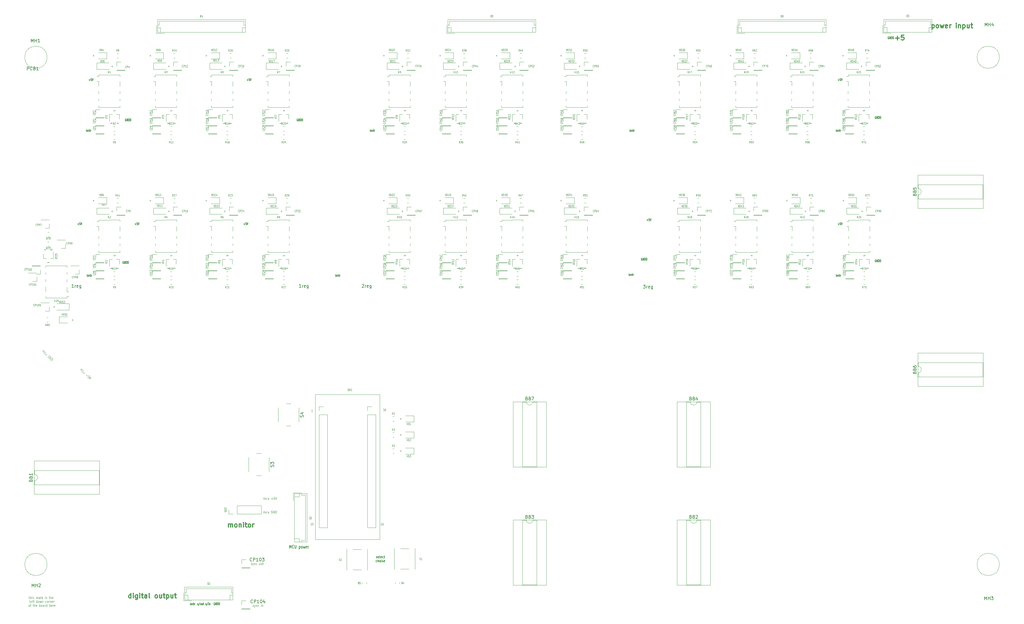
<source format=gbr>
%TF.GenerationSoftware,KiCad,Pcbnew,(5.99.0-12218-g749d2d5987)*%
%TF.CreationDate,2021-09-14T22:45:12+03:00*%
%TF.ProjectId,stend_main,7374656e-645f-46d6-9169-6e2e6b696361,rev*%
%TF.SameCoordinates,PX258bd10PYee998b0*%
%TF.FileFunction,Legend,Top*%
%TF.FilePolarity,Positive*%
%FSLAX46Y46*%
G04 Gerber Fmt 4.6, Leading zero omitted, Abs format (unit mm)*
G04 Created by KiCad (PCBNEW (5.99.0-12218-g749d2d5987)) date 2021-09-14 22:45:12*
%MOMM*%
%LPD*%
G01*
G04 APERTURE LIST*
%ADD10C,0.127000*%
%ADD11C,0.150000*%
%ADD12C,0.076200*%
%ADD13C,0.300000*%
%ADD14C,0.120000*%
G04 APERTURE END LIST*
D10*
X32632952Y110617000D02*
X32584571Y110653286D01*
X32512000Y110653286D01*
X32439428Y110617000D01*
X32391047Y110544429D01*
X32366857Y110471858D01*
X32342666Y110326715D01*
X32342666Y110217858D01*
X32366857Y110072715D01*
X32391047Y110000143D01*
X32439428Y109927572D01*
X32512000Y109891286D01*
X32560380Y109891286D01*
X32632952Y109927572D01*
X32657142Y109963858D01*
X32657142Y110217858D01*
X32560380Y110217858D01*
X32874857Y109891286D02*
X32874857Y110653286D01*
X33165142Y109891286D01*
X33165142Y110653286D01*
X33407047Y109891286D02*
X33407047Y110653286D01*
X33528000Y110653286D01*
X33600571Y110617000D01*
X33648952Y110544429D01*
X33673142Y110471858D01*
X33697333Y110326715D01*
X33697333Y110217858D01*
X33673142Y110072715D01*
X33648952Y110000143D01*
X33600571Y109927572D01*
X33528000Y109891286D01*
X33407047Y109891286D01*
X33915047Y109891286D02*
X33915047Y110653286D01*
X34036000Y110653286D01*
X34108571Y110617000D01*
X34156952Y110544429D01*
X34181142Y110471858D01*
X34205333Y110326715D01*
X34205333Y110217858D01*
X34181142Y110072715D01*
X34156952Y110000143D01*
X34108571Y109927572D01*
X34036000Y109891286D01*
X33915047Y109891286D01*
X20852190Y151547296D02*
X20852190Y152055296D01*
X20852190Y152309296D02*
X20828000Y152273010D01*
X20852190Y152236725D01*
X20876380Y152273010D01*
X20852190Y152309296D01*
X20852190Y152236725D01*
X21094095Y152055296D02*
X21094095Y151547296D01*
X21094095Y151982725D02*
X21118285Y152019010D01*
X21166666Y152055296D01*
X21239238Y152055296D01*
X21287619Y152019010D01*
X21311809Y151946439D01*
X21311809Y151547296D01*
X21529523Y151583582D02*
X21577904Y151547296D01*
X21674666Y151547296D01*
X21723047Y151583582D01*
X21747238Y151656153D01*
X21747238Y151692439D01*
X21723047Y151765010D01*
X21674666Y151801296D01*
X21602095Y151801296D01*
X21553714Y151837582D01*
X21529523Y151910153D01*
X21529523Y151946439D01*
X21553714Y152019010D01*
X21602095Y152055296D01*
X21674666Y152055296D01*
X21723047Y152019010D01*
X21892380Y152055296D02*
X22085904Y152055296D01*
X21964952Y152309296D02*
X21964952Y151656153D01*
X21989142Y151583582D01*
X22037523Y151547296D01*
X22085904Y151547296D01*
X22255238Y151547296D02*
X22255238Y152055296D01*
X22255238Y151910153D02*
X22279428Y151982725D01*
X22303619Y152019010D01*
X22352000Y152055296D01*
X22400380Y152055296D01*
X21106190Y105827286D02*
X21106190Y106335286D01*
X21106190Y106589286D02*
X21082000Y106553000D01*
X21106190Y106516715D01*
X21130380Y106553000D01*
X21106190Y106589286D01*
X21106190Y106516715D01*
X21348095Y106335286D02*
X21348095Y105827286D01*
X21348095Y106262715D02*
X21372285Y106299000D01*
X21420666Y106335286D01*
X21493238Y106335286D01*
X21541619Y106299000D01*
X21565809Y106226429D01*
X21565809Y105827286D01*
X21783523Y105863572D02*
X21831904Y105827286D01*
X21928666Y105827286D01*
X21977047Y105863572D01*
X22001238Y105936143D01*
X22001238Y105972429D01*
X21977047Y106045000D01*
X21928666Y106081286D01*
X21856095Y106081286D01*
X21807714Y106117572D01*
X21783523Y106190143D01*
X21783523Y106226429D01*
X21807714Y106299000D01*
X21856095Y106335286D01*
X21928666Y106335286D01*
X21977047Y106299000D01*
X22146380Y106335286D02*
X22339904Y106335286D01*
X22218952Y106589286D02*
X22218952Y105936143D01*
X22243142Y105863572D01*
X22291523Y105827286D01*
X22339904Y105827286D01*
X22509238Y105827286D02*
X22509238Y106335286D01*
X22509238Y106190143D02*
X22533428Y106262715D01*
X22557619Y106299000D01*
X22606000Y106335286D01*
X22654380Y106335286D01*
D11*
X107743809Y103322386D02*
X107791428Y103370005D01*
X107886666Y103417625D01*
X108124761Y103417625D01*
X108220000Y103370005D01*
X108267619Y103322386D01*
X108315238Y103227148D01*
X108315238Y103131910D01*
X108267619Y102989053D01*
X107696190Y102417625D01*
X108315238Y102417625D01*
X108743809Y102417625D02*
X108743809Y103084291D01*
X108743809Y102893815D02*
X108791428Y102989053D01*
X108839047Y103036672D01*
X108934285Y103084291D01*
X109029523Y103084291D01*
X109743809Y102465244D02*
X109648571Y102417625D01*
X109458095Y102417625D01*
X109362857Y102465244D01*
X109315238Y102560482D01*
X109315238Y102941434D01*
X109362857Y103036672D01*
X109458095Y103084291D01*
X109648571Y103084291D01*
X109743809Y103036672D01*
X109791428Y102941434D01*
X109791428Y102846196D01*
X109315238Y102750958D01*
X110648571Y103084291D02*
X110648571Y102274767D01*
X110600952Y102179529D01*
X110553333Y102131910D01*
X110458095Y102084291D01*
X110315238Y102084291D01*
X110220000Y102131910D01*
X110648571Y102465244D02*
X110553333Y102417625D01*
X110362857Y102417625D01*
X110267619Y102465244D01*
X110220000Y102512863D01*
X110172380Y102608101D01*
X110172380Y102893815D01*
X110220000Y102989053D01*
X110267619Y103036672D01*
X110362857Y103084291D01*
X110553333Y103084291D01*
X110648571Y103036672D01*
D12*
X2760738Y4692106D02*
X3002642Y4692106D01*
X2851452Y4946106D02*
X2851452Y4292963D01*
X2881690Y4220392D01*
X2942166Y4184106D01*
X3002642Y4184106D01*
X3214309Y4184106D02*
X3214309Y4946106D01*
X3486452Y4184106D02*
X3486452Y4583249D01*
X3456214Y4655820D01*
X3395738Y4692106D01*
X3305023Y4692106D01*
X3244547Y4655820D01*
X3214309Y4619535D01*
X3788833Y4184106D02*
X3788833Y4692106D01*
X3788833Y4946106D02*
X3758595Y4909820D01*
X3788833Y4873535D01*
X3819071Y4909820D01*
X3788833Y4946106D01*
X3788833Y4873535D01*
X4060976Y4220392D02*
X4121452Y4184106D01*
X4242404Y4184106D01*
X4302880Y4220392D01*
X4333119Y4292963D01*
X4333119Y4329249D01*
X4302880Y4401820D01*
X4242404Y4438106D01*
X4151690Y4438106D01*
X4091214Y4474392D01*
X4060976Y4546963D01*
X4060976Y4583249D01*
X4091214Y4655820D01*
X4151690Y4692106D01*
X4242404Y4692106D01*
X4302880Y4655820D01*
X5089071Y4184106D02*
X5089071Y4692106D01*
X5089071Y4619535D02*
X5119309Y4655820D01*
X5179785Y4692106D01*
X5270500Y4692106D01*
X5330976Y4655820D01*
X5361214Y4583249D01*
X5361214Y4184106D01*
X5361214Y4583249D02*
X5391452Y4655820D01*
X5451928Y4692106D01*
X5542642Y4692106D01*
X5603119Y4655820D01*
X5633357Y4583249D01*
X5633357Y4184106D01*
X6207880Y4184106D02*
X6207880Y4583249D01*
X6177642Y4655820D01*
X6117166Y4692106D01*
X5996214Y4692106D01*
X5935738Y4655820D01*
X6207880Y4220392D02*
X6147404Y4184106D01*
X5996214Y4184106D01*
X5935738Y4220392D01*
X5905500Y4292963D01*
X5905500Y4365535D01*
X5935738Y4438106D01*
X5996214Y4474392D01*
X6147404Y4474392D01*
X6207880Y4510678D01*
X6510261Y4184106D02*
X6510261Y4692106D01*
X6510261Y4546963D02*
X6540500Y4619535D01*
X6570738Y4655820D01*
X6631214Y4692106D01*
X6691690Y4692106D01*
X6903357Y4184106D02*
X6903357Y4946106D01*
X6963833Y4474392D02*
X7145261Y4184106D01*
X7145261Y4692106D02*
X6903357Y4401820D01*
X7901214Y4184106D02*
X7901214Y4692106D01*
X7901214Y4946106D02*
X7870976Y4909820D01*
X7901214Y4873535D01*
X7931452Y4909820D01*
X7901214Y4946106D01*
X7901214Y4873535D01*
X8173357Y4220392D02*
X8233833Y4184106D01*
X8354785Y4184106D01*
X8415261Y4220392D01*
X8445500Y4292963D01*
X8445500Y4329249D01*
X8415261Y4401820D01*
X8354785Y4438106D01*
X8264071Y4438106D01*
X8203595Y4474392D01*
X8173357Y4546963D01*
X8173357Y4583249D01*
X8203595Y4655820D01*
X8264071Y4692106D01*
X8354785Y4692106D01*
X8415261Y4655820D01*
X9110738Y4692106D02*
X9352642Y4692106D01*
X9201452Y4946106D02*
X9201452Y4292963D01*
X9231690Y4220392D01*
X9292166Y4184106D01*
X9352642Y4184106D01*
X9564309Y4184106D02*
X9564309Y4946106D01*
X9836452Y4184106D02*
X9836452Y4583249D01*
X9806214Y4655820D01*
X9745738Y4692106D01*
X9655023Y4692106D01*
X9594547Y4655820D01*
X9564309Y4619535D01*
X10380738Y4220392D02*
X10320261Y4184106D01*
X10199309Y4184106D01*
X10138833Y4220392D01*
X10108595Y4292963D01*
X10108595Y4583249D01*
X10138833Y4655820D01*
X10199309Y4692106D01*
X10320261Y4692106D01*
X10380738Y4655820D01*
X10410976Y4583249D01*
X10410976Y4510678D01*
X10108595Y4438106D01*
X3108476Y2957286D02*
X3048000Y2993572D01*
X3017761Y3066143D01*
X3017761Y3719286D01*
X3592285Y2993572D02*
X3531809Y2957286D01*
X3410857Y2957286D01*
X3350380Y2993572D01*
X3320142Y3066143D01*
X3320142Y3356429D01*
X3350380Y3429000D01*
X3410857Y3465286D01*
X3531809Y3465286D01*
X3592285Y3429000D01*
X3622523Y3356429D01*
X3622523Y3283858D01*
X3320142Y3211286D01*
X3803952Y3465286D02*
X4045857Y3465286D01*
X3894666Y2957286D02*
X3894666Y3610429D01*
X3924904Y3683000D01*
X3985380Y3719286D01*
X4045857Y3719286D01*
X4166809Y3465286D02*
X4408714Y3465286D01*
X4257523Y3719286D02*
X4257523Y3066143D01*
X4287761Y2993572D01*
X4348238Y2957286D01*
X4408714Y2957286D01*
X5376333Y2957286D02*
X5376333Y3719286D01*
X5376333Y2993572D02*
X5315857Y2957286D01*
X5194904Y2957286D01*
X5134428Y2993572D01*
X5104190Y3029858D01*
X5073952Y3102429D01*
X5073952Y3320143D01*
X5104190Y3392715D01*
X5134428Y3429000D01*
X5194904Y3465286D01*
X5315857Y3465286D01*
X5376333Y3429000D01*
X5769428Y2957286D02*
X5708952Y2993572D01*
X5678714Y3029858D01*
X5648476Y3102429D01*
X5648476Y3320143D01*
X5678714Y3392715D01*
X5708952Y3429000D01*
X5769428Y3465286D01*
X5860142Y3465286D01*
X5920619Y3429000D01*
X5950857Y3392715D01*
X5981095Y3320143D01*
X5981095Y3102429D01*
X5950857Y3029858D01*
X5920619Y2993572D01*
X5860142Y2957286D01*
X5769428Y2957286D01*
X6192761Y3465286D02*
X6313714Y2957286D01*
X6434666Y3320143D01*
X6555619Y2957286D01*
X6676571Y3465286D01*
X6918476Y3465286D02*
X6918476Y2957286D01*
X6918476Y3392715D02*
X6948714Y3429000D01*
X7009190Y3465286D01*
X7099904Y3465286D01*
X7160380Y3429000D01*
X7190619Y3356429D01*
X7190619Y2957286D01*
X8248952Y2993572D02*
X8188476Y2957286D01*
X8067523Y2957286D01*
X8007047Y2993572D01*
X7976809Y3029858D01*
X7946571Y3102429D01*
X7946571Y3320143D01*
X7976809Y3392715D01*
X8007047Y3429000D01*
X8067523Y3465286D01*
X8188476Y3465286D01*
X8248952Y3429000D01*
X8611809Y2957286D02*
X8551333Y2993572D01*
X8521095Y3029858D01*
X8490857Y3102429D01*
X8490857Y3320143D01*
X8521095Y3392715D01*
X8551333Y3429000D01*
X8611809Y3465286D01*
X8702523Y3465286D01*
X8763000Y3429000D01*
X8793238Y3392715D01*
X8823476Y3320143D01*
X8823476Y3102429D01*
X8793238Y3029858D01*
X8763000Y2993572D01*
X8702523Y2957286D01*
X8611809Y2957286D01*
X9095619Y2957286D02*
X9095619Y3465286D01*
X9095619Y3320143D02*
X9125857Y3392715D01*
X9156095Y3429000D01*
X9216571Y3465286D01*
X9277047Y3465286D01*
X9488714Y3465286D02*
X9488714Y2957286D01*
X9488714Y3392715D02*
X9518952Y3429000D01*
X9579428Y3465286D01*
X9670142Y3465286D01*
X9730619Y3429000D01*
X9760857Y3356429D01*
X9760857Y2957286D01*
X10305142Y2993572D02*
X10244666Y2957286D01*
X10123714Y2957286D01*
X10063238Y2993572D01*
X10033000Y3066143D01*
X10033000Y3356429D01*
X10063238Y3429000D01*
X10123714Y3465286D01*
X10244666Y3465286D01*
X10305142Y3429000D01*
X10335380Y3356429D01*
X10335380Y3283858D01*
X10033000Y3211286D01*
X10607523Y2957286D02*
X10607523Y3465286D01*
X10607523Y3320143D02*
X10637761Y3392715D01*
X10668000Y3429000D01*
X10728476Y3465286D01*
X10788952Y3465286D01*
X2790976Y1730466D02*
X2730500Y1766752D01*
X2700261Y1803038D01*
X2670023Y1875609D01*
X2670023Y2093323D01*
X2700261Y2165895D01*
X2730500Y2202180D01*
X2790976Y2238466D01*
X2881690Y2238466D01*
X2942166Y2202180D01*
X2972404Y2165895D01*
X3002642Y2093323D01*
X3002642Y1875609D01*
X2972404Y1803038D01*
X2942166Y1766752D01*
X2881690Y1730466D01*
X2790976Y1730466D01*
X3184071Y2238466D02*
X3425976Y2238466D01*
X3274785Y1730466D02*
X3274785Y2383609D01*
X3305023Y2456180D01*
X3365500Y2492466D01*
X3425976Y2492466D01*
X4030738Y2238466D02*
X4272642Y2238466D01*
X4121452Y2492466D02*
X4121452Y1839323D01*
X4151690Y1766752D01*
X4212166Y1730466D01*
X4272642Y1730466D01*
X4484309Y1730466D02*
X4484309Y2492466D01*
X4756452Y1730466D02*
X4756452Y2129609D01*
X4726214Y2202180D01*
X4665738Y2238466D01*
X4575023Y2238466D01*
X4514547Y2202180D01*
X4484309Y2165895D01*
X5300738Y1766752D02*
X5240261Y1730466D01*
X5119309Y1730466D01*
X5058833Y1766752D01*
X5028595Y1839323D01*
X5028595Y2129609D01*
X5058833Y2202180D01*
X5119309Y2238466D01*
X5240261Y2238466D01*
X5300738Y2202180D01*
X5330976Y2129609D01*
X5330976Y2057038D01*
X5028595Y1984466D01*
X6086928Y1730466D02*
X6086928Y2492466D01*
X6086928Y2202180D02*
X6147404Y2238466D01*
X6268357Y2238466D01*
X6328833Y2202180D01*
X6359071Y2165895D01*
X6389309Y2093323D01*
X6389309Y1875609D01*
X6359071Y1803038D01*
X6328833Y1766752D01*
X6268357Y1730466D01*
X6147404Y1730466D01*
X6086928Y1766752D01*
X6752166Y1730466D02*
X6691690Y1766752D01*
X6661452Y1803038D01*
X6631214Y1875609D01*
X6631214Y2093323D01*
X6661452Y2165895D01*
X6691690Y2202180D01*
X6752166Y2238466D01*
X6842880Y2238466D01*
X6903357Y2202180D01*
X6933595Y2165895D01*
X6963833Y2093323D01*
X6963833Y1875609D01*
X6933595Y1803038D01*
X6903357Y1766752D01*
X6842880Y1730466D01*
X6752166Y1730466D01*
X7508119Y1730466D02*
X7508119Y2129609D01*
X7477880Y2202180D01*
X7417404Y2238466D01*
X7296452Y2238466D01*
X7235976Y2202180D01*
X7508119Y1766752D02*
X7447642Y1730466D01*
X7296452Y1730466D01*
X7235976Y1766752D01*
X7205738Y1839323D01*
X7205738Y1911895D01*
X7235976Y1984466D01*
X7296452Y2020752D01*
X7447642Y2020752D01*
X7508119Y2057038D01*
X7810500Y1730466D02*
X7810500Y2238466D01*
X7810500Y2093323D02*
X7840738Y2165895D01*
X7870976Y2202180D01*
X7931452Y2238466D01*
X7991928Y2238466D01*
X8475738Y1730466D02*
X8475738Y2492466D01*
X8475738Y1766752D02*
X8415261Y1730466D01*
X8294309Y1730466D01*
X8233833Y1766752D01*
X8203595Y1803038D01*
X8173357Y1875609D01*
X8173357Y2093323D01*
X8203595Y2165895D01*
X8233833Y2202180D01*
X8294309Y2238466D01*
X8415261Y2238466D01*
X8475738Y2202180D01*
X9261928Y1730466D02*
X9261928Y2492466D01*
X9534071Y1730466D02*
X9534071Y2129609D01*
X9503833Y2202180D01*
X9443357Y2238466D01*
X9352642Y2238466D01*
X9292166Y2202180D01*
X9261928Y2165895D01*
X10078357Y1766752D02*
X10017880Y1730466D01*
X9896928Y1730466D01*
X9836452Y1766752D01*
X9806214Y1839323D01*
X9806214Y2129609D01*
X9836452Y2202180D01*
X9896928Y2238466D01*
X10017880Y2238466D01*
X10078357Y2202180D01*
X10108595Y2129609D01*
X10108595Y2057038D01*
X9806214Y1984466D01*
X10380738Y1730466D02*
X10380738Y2238466D01*
X10380738Y2093323D02*
X10410976Y2165895D01*
X10441214Y2202180D01*
X10501690Y2238466D01*
X10562166Y2238466D01*
X11015738Y1766752D02*
X10955261Y1730466D01*
X10834309Y1730466D01*
X10773833Y1766752D01*
X10743595Y1839323D01*
X10743595Y2129609D01*
X10773833Y2202180D01*
X10834309Y2238466D01*
X10955261Y2238466D01*
X11015738Y2202180D01*
X11045976Y2129609D01*
X11045976Y2057038D01*
X10743595Y1984466D01*
D10*
X257072190Y105827286D02*
X257072190Y106335286D01*
X257072190Y106589286D02*
X257048000Y106553000D01*
X257072190Y106516715D01*
X257096380Y106553000D01*
X257072190Y106589286D01*
X257072190Y106516715D01*
X257314095Y106335286D02*
X257314095Y105827286D01*
X257314095Y106262715D02*
X257338285Y106299000D01*
X257386666Y106335286D01*
X257459238Y106335286D01*
X257507619Y106299000D01*
X257531809Y106226429D01*
X257531809Y105827286D01*
X257749523Y105863572D02*
X257797904Y105827286D01*
X257894666Y105827286D01*
X257943047Y105863572D01*
X257967238Y105936143D01*
X257967238Y105972429D01*
X257943047Y106045000D01*
X257894666Y106081286D01*
X257822095Y106081286D01*
X257773714Y106117572D01*
X257749523Y106190143D01*
X257749523Y106226429D01*
X257773714Y106299000D01*
X257822095Y106335286D01*
X257894666Y106335286D01*
X257943047Y106299000D01*
X258112380Y106335286D02*
X258305904Y106335286D01*
X258184952Y106589286D02*
X258184952Y105936143D01*
X258209142Y105863572D01*
X258257523Y105827286D01*
X258305904Y105827286D01*
X258475238Y105827286D02*
X258475238Y106335286D01*
X258475238Y106190143D02*
X258499428Y106262715D01*
X258523619Y106299000D01*
X258572000Y106335286D01*
X258620380Y106335286D01*
X58456285Y2231572D02*
X58504666Y2195286D01*
X58601428Y2195286D01*
X58649809Y2231572D01*
X58674000Y2304143D01*
X58674000Y2340429D01*
X58649809Y2413000D01*
X58601428Y2449286D01*
X58528857Y2449286D01*
X58480476Y2485572D01*
X58456285Y2558143D01*
X58456285Y2594429D01*
X58480476Y2667000D01*
X58528857Y2703286D01*
X58601428Y2703286D01*
X58649809Y2667000D01*
X59254571Y2993572D02*
X58819142Y2013858D01*
X59423904Y2195286D02*
X59423904Y2703286D01*
X59423904Y2957286D02*
X59399714Y2921000D01*
X59423904Y2884715D01*
X59448095Y2921000D01*
X59423904Y2957286D01*
X59423904Y2884715D01*
X59665809Y2703286D02*
X59665809Y2195286D01*
X59665809Y2630715D02*
X59690000Y2667000D01*
X59738380Y2703286D01*
X59810952Y2703286D01*
X59859333Y2667000D01*
X59883523Y2594429D01*
X59883523Y2195286D01*
X21698857Y167839572D02*
X22085904Y167839572D01*
X21892380Y167549286D02*
X21892380Y168129858D01*
X22569714Y168311286D02*
X22327809Y168311286D01*
X22303619Y167948429D01*
X22327809Y167984715D01*
X22376190Y168021000D01*
X22497142Y168021000D01*
X22545523Y167984715D01*
X22569714Y167948429D01*
X22593904Y167875858D01*
X22593904Y167694429D01*
X22569714Y167621858D01*
X22545523Y167585572D01*
X22497142Y167549286D01*
X22376190Y167549286D01*
X22327809Y167585572D01*
X22303619Y167621858D01*
X22739047Y168311286D02*
X22908380Y167549286D01*
X23077714Y168311286D01*
X84908571Y20114381D02*
X84908571Y21130381D01*
X85162571Y20404667D01*
X85416571Y21130381D01*
X85416571Y20114381D01*
X86214857Y20211143D02*
X86178571Y20162762D01*
X86069714Y20114381D01*
X85997142Y20114381D01*
X85888285Y20162762D01*
X85815714Y20259524D01*
X85779428Y20356286D01*
X85743142Y20549810D01*
X85743142Y20694953D01*
X85779428Y20888477D01*
X85815714Y20985239D01*
X85888285Y21082000D01*
X85997142Y21130381D01*
X86069714Y21130381D01*
X86178571Y21082000D01*
X86214857Y21033620D01*
X86541428Y21130381D02*
X86541428Y20307905D01*
X86577714Y20211143D01*
X86614000Y20162762D01*
X86686571Y20114381D01*
X86831714Y20114381D01*
X86904285Y20162762D01*
X86940571Y20211143D01*
X86976857Y20307905D01*
X86976857Y21130381D01*
X87920285Y20791715D02*
X87920285Y19775715D01*
X87920285Y20743334D02*
X87992857Y20791715D01*
X88138000Y20791715D01*
X88210571Y20743334D01*
X88246857Y20694953D01*
X88283142Y20598191D01*
X88283142Y20307905D01*
X88246857Y20211143D01*
X88210571Y20162762D01*
X88138000Y20114381D01*
X87992857Y20114381D01*
X87920285Y20162762D01*
X88718571Y20114381D02*
X88646000Y20162762D01*
X88609714Y20211143D01*
X88573428Y20307905D01*
X88573428Y20598191D01*
X88609714Y20694953D01*
X88646000Y20743334D01*
X88718571Y20791715D01*
X88827428Y20791715D01*
X88900000Y20743334D01*
X88936285Y20694953D01*
X88972571Y20598191D01*
X88972571Y20307905D01*
X88936285Y20211143D01*
X88900000Y20162762D01*
X88827428Y20114381D01*
X88718571Y20114381D01*
X89226571Y20791715D02*
X89371714Y20114381D01*
X89516857Y20598191D01*
X89662000Y20114381D01*
X89807142Y20791715D01*
X90387714Y20162762D02*
X90315142Y20114381D01*
X90170000Y20114381D01*
X90097428Y20162762D01*
X90061142Y20259524D01*
X90061142Y20646572D01*
X90097428Y20743334D01*
X90170000Y20791715D01*
X90315142Y20791715D01*
X90387714Y20743334D01*
X90424000Y20646572D01*
X90424000Y20549810D01*
X90061142Y20453048D01*
X90750571Y20114381D02*
X90750571Y20791715D01*
X90750571Y20598191D02*
X90786857Y20694953D01*
X90823142Y20743334D01*
X90895714Y20791715D01*
X90968285Y20791715D01*
D12*
X18886994Y76383506D02*
X19246204Y76742716D01*
X19194889Y76691401D02*
X19241928Y76695677D01*
X19310349Y76678572D01*
X19374494Y76614427D01*
X19391599Y76546006D01*
X19361665Y76473309D01*
X19079428Y76191072D01*
X19361665Y76473309D02*
X19434362Y76503243D01*
X19502783Y76486138D01*
X19566928Y76421993D01*
X19584033Y76353572D01*
X19554099Y76280875D01*
X19271862Y75998638D01*
X19703770Y75618046D02*
X19635349Y75635151D01*
X19549823Y75720678D01*
X19532717Y75789099D01*
X19536994Y75836138D01*
X19566928Y75908835D01*
X19720875Y76062783D01*
X19793572Y76092717D01*
X19840612Y76096993D01*
X19909033Y76079888D01*
X19994559Y75994362D01*
X20011664Y75925941D01*
X20422190Y75566730D02*
X20062980Y75207520D01*
X20229756Y75759165D02*
X19947520Y75476928D01*
X19917586Y75404231D01*
X19934691Y75335810D01*
X19998835Y75271665D01*
X20067256Y75254560D01*
X20114296Y75258836D01*
X20824164Y74856863D02*
X21166269Y74514758D01*
X20789953Y74480547D02*
X21200479Y74891073D01*
X21927452Y74420679D02*
X21713637Y74634494D01*
X21435676Y74399297D01*
X21482716Y74403573D01*
X21551137Y74386468D01*
X21658045Y74279560D01*
X21675150Y74211139D01*
X21670874Y74164100D01*
X21640939Y74091403D01*
X21512650Y73963113D01*
X21439953Y73933179D01*
X21392913Y73928903D01*
X21324492Y73946008D01*
X21217585Y74052916D01*
X21200479Y74121337D01*
X21204756Y74168376D01*
X22077123Y74271008D02*
X21687979Y73582521D01*
X22376465Y73971666D01*
D11*
X196342201Y103163620D02*
X196961249Y103163620D01*
X196627915Y102782667D01*
X196770772Y102782667D01*
X196866011Y102735048D01*
X196913630Y102687429D01*
X196961249Y102592191D01*
X196961249Y102354096D01*
X196913630Y102258858D01*
X196866011Y102211239D01*
X196770772Y102163620D01*
X196485058Y102163620D01*
X196389820Y102211239D01*
X196342201Y102258858D01*
X197389820Y102163620D02*
X197389820Y102830286D01*
X197389820Y102639810D02*
X197437439Y102735048D01*
X197485058Y102782667D01*
X197580296Y102830286D01*
X197675534Y102830286D01*
X198389820Y102211239D02*
X198294582Y102163620D01*
X198104106Y102163620D01*
X198008868Y102211239D01*
X197961249Y102306477D01*
X197961249Y102687429D01*
X198008868Y102782667D01*
X198104106Y102830286D01*
X198294582Y102830286D01*
X198389820Y102782667D01*
X198437439Y102687429D01*
X198437439Y102592191D01*
X197961249Y102496953D01*
X199294582Y102830286D02*
X199294582Y102020762D01*
X199246963Y101925524D01*
X199199344Y101877905D01*
X199104106Y101830286D01*
X198961249Y101830286D01*
X198866011Y101877905D01*
X199294582Y102211239D02*
X199199344Y102163620D01*
X199008868Y102163620D01*
X198913630Y102211239D01*
X198866011Y102258858D01*
X198818391Y102354096D01*
X198818391Y102639810D01*
X198866011Y102735048D01*
X198913630Y102782667D01*
X199008868Y102830286D01*
X199199344Y102830286D01*
X199294582Y102782667D01*
D10*
X71482857Y167839572D02*
X71869904Y167839572D01*
X71676380Y167549286D02*
X71676380Y168129858D01*
X72353714Y168311286D02*
X72111809Y168311286D01*
X72087619Y167948429D01*
X72111809Y167984715D01*
X72160190Y168021000D01*
X72281142Y168021000D01*
X72329523Y167984715D01*
X72353714Y167948429D01*
X72377904Y167875858D01*
X72377904Y167694429D01*
X72353714Y167621858D01*
X72329523Y167585572D01*
X72281142Y167549286D01*
X72160190Y167549286D01*
X72111809Y167585572D01*
X72087619Y167621858D01*
X72523047Y168311286D02*
X72692380Y167549286D01*
X72861714Y168311286D01*
X99338190Y105827286D02*
X99338190Y106335286D01*
X99338190Y106589286D02*
X99314000Y106553000D01*
X99338190Y106516715D01*
X99362380Y106553000D01*
X99338190Y106589286D01*
X99338190Y106516715D01*
X99580095Y106335286D02*
X99580095Y105827286D01*
X99580095Y106262715D02*
X99604285Y106299000D01*
X99652666Y106335286D01*
X99725238Y106335286D01*
X99773619Y106299000D01*
X99797809Y106226429D01*
X99797809Y105827286D01*
X100015523Y105863572D02*
X100063904Y105827286D01*
X100160666Y105827286D01*
X100209047Y105863572D01*
X100233238Y105936143D01*
X100233238Y105972429D01*
X100209047Y106045000D01*
X100160666Y106081286D01*
X100088095Y106081286D01*
X100039714Y106117572D01*
X100015523Y106190143D01*
X100015523Y106226429D01*
X100039714Y106299000D01*
X100088095Y106335286D01*
X100160666Y106335286D01*
X100209047Y106299000D01*
X100378380Y106335286D02*
X100571904Y106335286D01*
X100450952Y106589286D02*
X100450952Y105936143D01*
X100475142Y105863572D01*
X100523523Y105827286D01*
X100571904Y105827286D01*
X100741238Y105827286D02*
X100741238Y106335286D01*
X100741238Y106190143D02*
X100765428Y106262715D01*
X100789619Y106299000D01*
X100838000Y106335286D01*
X100886380Y106335286D01*
X36176857Y122373572D02*
X36563904Y122373572D01*
X36370380Y122083286D02*
X36370380Y122663858D01*
X37047714Y122845286D02*
X36805809Y122845286D01*
X36781619Y122482429D01*
X36805809Y122518715D01*
X36854190Y122555000D01*
X36975142Y122555000D01*
X37023523Y122518715D01*
X37047714Y122482429D01*
X37071904Y122409858D01*
X37071904Y122228429D01*
X37047714Y122155858D01*
X37023523Y122119572D01*
X36975142Y122083286D01*
X36854190Y122083286D01*
X36805809Y122119572D01*
X36781619Y122155858D01*
X37217047Y122845286D02*
X37386380Y122083286D01*
X37555714Y122845286D01*
X87496952Y155575010D02*
X87448571Y155611296D01*
X87376000Y155611296D01*
X87303428Y155575010D01*
X87255047Y155502439D01*
X87230857Y155429868D01*
X87206666Y155284725D01*
X87206666Y155175868D01*
X87230857Y155030725D01*
X87255047Y154958153D01*
X87303428Y154885582D01*
X87376000Y154849296D01*
X87424380Y154849296D01*
X87496952Y154885582D01*
X87521142Y154921868D01*
X87521142Y155175868D01*
X87424380Y155175868D01*
X87738857Y154849296D02*
X87738857Y155611296D01*
X88029142Y154849296D01*
X88029142Y155611296D01*
X88271047Y154849296D02*
X88271047Y155611296D01*
X88392000Y155611296D01*
X88464571Y155575010D01*
X88512952Y155502439D01*
X88537142Y155429868D01*
X88561333Y155284725D01*
X88561333Y155175868D01*
X88537142Y155030725D01*
X88512952Y154958153D01*
X88464571Y154885582D01*
X88392000Y154849296D01*
X88271047Y154849296D01*
X88779047Y154849296D02*
X88779047Y155611296D01*
X88900000Y155611296D01*
X88972571Y155575010D01*
X89020952Y155502439D01*
X89045142Y155429868D01*
X89069333Y155284725D01*
X89069333Y155175868D01*
X89045142Y155030725D01*
X89020952Y154958153D01*
X88972571Y154885582D01*
X88900000Y154849296D01*
X88779047Y154849296D01*
D11*
X88503238Y102417620D02*
X87931809Y102417620D01*
X88217523Y102417620D02*
X88217523Y103417620D01*
X88122285Y103274762D01*
X88027047Y103179524D01*
X87931809Y103131905D01*
X88931809Y102417620D02*
X88931809Y103084286D01*
X88931809Y102893810D02*
X88979428Y102989048D01*
X89027047Y103036667D01*
X89122285Y103084286D01*
X89217523Y103084286D01*
X89931809Y102465239D02*
X89836571Y102417620D01*
X89646095Y102417620D01*
X89550857Y102465239D01*
X89503238Y102560477D01*
X89503238Y102941429D01*
X89550857Y103036667D01*
X89646095Y103084286D01*
X89836571Y103084286D01*
X89931809Y103036667D01*
X89979428Y102941429D01*
X89979428Y102846191D01*
X89503238Y102750953D01*
X90836571Y103084286D02*
X90836571Y102274762D01*
X90788952Y102179524D01*
X90741333Y102131905D01*
X90646095Y102084286D01*
X90503238Y102084286D01*
X90408000Y102131905D01*
X90836571Y102465239D02*
X90741333Y102417620D01*
X90550857Y102417620D01*
X90455619Y102465239D01*
X90408000Y102512858D01*
X90360380Y102608096D01*
X90360380Y102893810D01*
X90408000Y102989048D01*
X90455619Y103036667D01*
X90550857Y103084286D01*
X90741333Y103084286D01*
X90836571Y103036667D01*
D10*
X269614952Y111125000D02*
X269566571Y111161286D01*
X269494000Y111161286D01*
X269421428Y111125000D01*
X269373047Y111052429D01*
X269348857Y110979858D01*
X269324666Y110834715D01*
X269324666Y110725858D01*
X269348857Y110580715D01*
X269373047Y110508143D01*
X269421428Y110435572D01*
X269494000Y110399286D01*
X269542380Y110399286D01*
X269614952Y110435572D01*
X269639142Y110471858D01*
X269639142Y110725858D01*
X269542380Y110725858D01*
X269856857Y110399286D02*
X269856857Y111161286D01*
X270147142Y110399286D01*
X270147142Y111161286D01*
X270389047Y110399286D02*
X270389047Y111161286D01*
X270510000Y111161286D01*
X270582571Y111125000D01*
X270630952Y111052429D01*
X270655142Y110979858D01*
X270679333Y110834715D01*
X270679333Y110725858D01*
X270655142Y110580715D01*
X270630952Y110508143D01*
X270582571Y110435572D01*
X270510000Y110399286D01*
X270389047Y110399286D01*
X270897047Y110399286D02*
X270897047Y111161286D01*
X271018000Y111161286D01*
X271090571Y111125000D01*
X271138952Y111052429D01*
X271163142Y110979858D01*
X271187333Y110834715D01*
X271187333Y110725858D01*
X271163142Y110580715D01*
X271138952Y110508143D01*
X271090571Y110435572D01*
X271018000Y110399286D01*
X270897047Y110399286D01*
D13*
X275828285Y181040858D02*
X276971142Y181040858D01*
X276399714Y180469429D02*
X276399714Y181612286D01*
X278399714Y181969429D02*
X277685428Y181969429D01*
X277614000Y181255143D01*
X277685428Y181326572D01*
X277828285Y181398000D01*
X278185428Y181398000D01*
X278328285Y181326572D01*
X278399714Y181255143D01*
X278471142Y181112286D01*
X278471142Y180755143D01*
X278399714Y180612286D01*
X278328285Y180540858D01*
X278185428Y180469429D01*
X277828285Y180469429D01*
X277685428Y180540858D01*
X277614000Y180612286D01*
D10*
X70466857Y122373572D02*
X70853904Y122373572D01*
X70660380Y122083286D02*
X70660380Y122663858D01*
X71337714Y122845286D02*
X71095809Y122845286D01*
X71071619Y122482429D01*
X71095809Y122518715D01*
X71144190Y122555000D01*
X71265142Y122555000D01*
X71313523Y122518715D01*
X71337714Y122482429D01*
X71361904Y122409858D01*
X71361904Y122228429D01*
X71337714Y122155858D01*
X71313523Y122119572D01*
X71265142Y122083286D01*
X71144190Y122083286D01*
X71095809Y122119572D01*
X71071619Y122155858D01*
X71507047Y122845286D02*
X71676380Y122083286D01*
X71845714Y122845286D01*
X257072078Y151547296D02*
X257072078Y152055296D01*
X257072078Y152309296D02*
X257047888Y152273010D01*
X257072078Y152236725D01*
X257096268Y152273010D01*
X257072078Y152309296D01*
X257072078Y152236725D01*
X257313983Y152055296D02*
X257313983Y151547296D01*
X257313983Y151982725D02*
X257338173Y152019010D01*
X257386554Y152055296D01*
X257459126Y152055296D01*
X257507507Y152019010D01*
X257531697Y151946439D01*
X257531697Y151547296D01*
X257749411Y151583582D02*
X257797792Y151547296D01*
X257894554Y151547296D01*
X257942935Y151583582D01*
X257967126Y151656153D01*
X257967126Y151692439D01*
X257942935Y151765010D01*
X257894554Y151801296D01*
X257821983Y151801296D01*
X257773602Y151837582D01*
X257749411Y151910153D01*
X257749411Y151946439D01*
X257773602Y152019010D01*
X257821983Y152055296D01*
X257894554Y152055296D01*
X257942935Y152019010D01*
X258112268Y152055296D02*
X258305792Y152055296D01*
X258184840Y152309296D02*
X258184840Y151656153D01*
X258209030Y151583582D01*
X258257411Y151547296D01*
X258305792Y151547296D01*
X258475126Y151547296D02*
X258475126Y152055296D01*
X258475126Y151910153D02*
X258499316Y151982725D01*
X258523507Y152019010D01*
X258571888Y152055296D01*
X258620268Y152055296D01*
D12*
X73312261Y1723572D02*
X73372738Y1687286D01*
X73493690Y1687286D01*
X73554166Y1723572D01*
X73584404Y1796143D01*
X73584404Y1832429D01*
X73554166Y1905000D01*
X73493690Y1941286D01*
X73402976Y1941286D01*
X73342500Y1977572D01*
X73312261Y2050143D01*
X73312261Y2086429D01*
X73342500Y2159000D01*
X73402976Y2195286D01*
X73493690Y2195286D01*
X73554166Y2159000D01*
X73796071Y2195286D02*
X73947261Y1687286D01*
X74098452Y2195286D02*
X73947261Y1687286D01*
X73886785Y1505858D01*
X73856547Y1469572D01*
X73796071Y1433286D01*
X74340357Y2195286D02*
X74340357Y1687286D01*
X74340357Y2122715D02*
X74370595Y2159000D01*
X74431071Y2195286D01*
X74521785Y2195286D01*
X74582261Y2159000D01*
X74612500Y2086429D01*
X74612500Y1687286D01*
X75187023Y1723572D02*
X75126547Y1687286D01*
X75005595Y1687286D01*
X74945119Y1723572D01*
X74914880Y1759858D01*
X74884642Y1832429D01*
X74884642Y2050143D01*
X74914880Y2122715D01*
X74945119Y2159000D01*
X75005595Y2195286D01*
X75126547Y2195286D01*
X75187023Y2159000D01*
X75942976Y1687286D02*
X75942976Y2195286D01*
X75942976Y2449286D02*
X75912738Y2413000D01*
X75942976Y2376715D01*
X75973214Y2413000D01*
X75942976Y2449286D01*
X75942976Y2376715D01*
X76245357Y2195286D02*
X76245357Y1687286D01*
X76245357Y2122715D02*
X76275595Y2159000D01*
X76336071Y2195286D01*
X76426785Y2195286D01*
X76487261Y2159000D01*
X76517500Y2086429D01*
X76517500Y1687286D01*
X76698928Y31151286D02*
X76698928Y31659286D01*
X76698928Y31586715D02*
X76729166Y31623000D01*
X76789642Y31659286D01*
X76880357Y31659286D01*
X76940833Y31623000D01*
X76971071Y31550429D01*
X76971071Y31151286D01*
X76971071Y31550429D02*
X77001309Y31623000D01*
X77061785Y31659286D01*
X77152500Y31659286D01*
X77212976Y31623000D01*
X77243214Y31550429D01*
X77243214Y31151286D01*
X77817738Y31187572D02*
X77757261Y31151286D01*
X77636309Y31151286D01*
X77575833Y31187572D01*
X77545595Y31223858D01*
X77515357Y31296429D01*
X77515357Y31514143D01*
X77545595Y31586715D01*
X77575833Y31623000D01*
X77636309Y31659286D01*
X77757261Y31659286D01*
X77817738Y31623000D01*
X78362023Y31659286D02*
X78362023Y31151286D01*
X78089880Y31659286D02*
X78089880Y31260143D01*
X78120119Y31187572D01*
X78180595Y31151286D01*
X78271309Y31151286D01*
X78331785Y31187572D01*
X78362023Y31223858D01*
X79480833Y31877000D02*
X79420357Y31913286D01*
X79329642Y31913286D01*
X79238928Y31877000D01*
X79178452Y31804429D01*
X79148214Y31731858D01*
X79117976Y31586715D01*
X79117976Y31477858D01*
X79148214Y31332715D01*
X79178452Y31260143D01*
X79238928Y31187572D01*
X79329642Y31151286D01*
X79390119Y31151286D01*
X79480833Y31187572D01*
X79511071Y31223858D01*
X79511071Y31477858D01*
X79390119Y31477858D01*
X79783214Y31151286D02*
X79783214Y31913286D01*
X80146071Y31151286D01*
X80146071Y31913286D01*
X80448452Y31151286D02*
X80448452Y31913286D01*
X80599642Y31913286D01*
X80690357Y31877000D01*
X80750833Y31804429D01*
X80781071Y31731858D01*
X80811309Y31586715D01*
X80811309Y31477858D01*
X80781071Y31332715D01*
X80750833Y31260143D01*
X80690357Y31187572D01*
X80599642Y31151286D01*
X80448452Y31151286D01*
D10*
X61334952Y2921000D02*
X61286571Y2957286D01*
X61214000Y2957286D01*
X61141428Y2921000D01*
X61093047Y2848429D01*
X61068857Y2775858D01*
X61044666Y2630715D01*
X61044666Y2521858D01*
X61068857Y2376715D01*
X61093047Y2304143D01*
X61141428Y2231572D01*
X61214000Y2195286D01*
X61262380Y2195286D01*
X61334952Y2231572D01*
X61359142Y2267858D01*
X61359142Y2521858D01*
X61262380Y2521858D01*
X61576857Y2195286D02*
X61576857Y2957286D01*
X61867142Y2195286D01*
X61867142Y2957286D01*
X62109047Y2195286D02*
X62109047Y2957286D01*
X62230000Y2957286D01*
X62302571Y2921000D01*
X62350952Y2848429D01*
X62375142Y2775858D01*
X62399333Y2630715D01*
X62399333Y2521858D01*
X62375142Y2376715D01*
X62350952Y2304143D01*
X62302571Y2231572D01*
X62230000Y2195286D01*
X62109047Y2195286D01*
X62617047Y2195286D02*
X62617047Y2957286D01*
X62738000Y2957286D01*
X62810571Y2921000D01*
X62858952Y2848429D01*
X62883142Y2775858D01*
X62907333Y2630715D01*
X62907333Y2521858D01*
X62883142Y2376715D01*
X62858952Y2304143D01*
X62810571Y2231572D01*
X62738000Y2195286D01*
X62617047Y2195286D01*
X257664857Y167839572D02*
X258051904Y167839572D01*
X257858380Y167549286D02*
X257858380Y168129858D01*
X258535714Y168311286D02*
X258293809Y168311286D01*
X258269619Y167948429D01*
X258293809Y167984715D01*
X258342190Y168021000D01*
X258463142Y168021000D01*
X258511523Y167984715D01*
X258535714Y167948429D01*
X258559904Y167875858D01*
X258559904Y167694429D01*
X258535714Y167621858D01*
X258511523Y167585572D01*
X258463142Y167549286D01*
X258342190Y167549286D01*
X258293809Y167585572D01*
X258269619Y167621858D01*
X258705047Y168311286D02*
X258874380Y167549286D01*
X259043714Y168311286D01*
D13*
X65667428Y26753429D02*
X65667428Y27753429D01*
X65667428Y27610572D02*
X65738857Y27682000D01*
X65881714Y27753429D01*
X66096000Y27753429D01*
X66238857Y27682000D01*
X66310285Y27539143D01*
X66310285Y26753429D01*
X66310285Y27539143D02*
X66381714Y27682000D01*
X66524571Y27753429D01*
X66738857Y27753429D01*
X66881714Y27682000D01*
X66953142Y27539143D01*
X66953142Y26753429D01*
X67881714Y26753429D02*
X67738857Y26824858D01*
X67667428Y26896286D01*
X67596000Y27039143D01*
X67596000Y27467715D01*
X67667428Y27610572D01*
X67738857Y27682000D01*
X67881714Y27753429D01*
X68096000Y27753429D01*
X68238857Y27682000D01*
X68310285Y27610572D01*
X68381714Y27467715D01*
X68381714Y27039143D01*
X68310285Y26896286D01*
X68238857Y26824858D01*
X68096000Y26753429D01*
X67881714Y26753429D01*
X69024571Y27753429D02*
X69024571Y26753429D01*
X69024571Y27610572D02*
X69096000Y27682000D01*
X69238857Y27753429D01*
X69453142Y27753429D01*
X69596000Y27682000D01*
X69667428Y27539143D01*
X69667428Y26753429D01*
X70381714Y26753429D02*
X70381714Y27753429D01*
X70381714Y28253429D02*
X70310285Y28182000D01*
X70381714Y28110572D01*
X70453142Y28182000D01*
X70381714Y28253429D01*
X70381714Y28110572D01*
X70881714Y27753429D02*
X71453142Y27753429D01*
X71096000Y28253429D02*
X71096000Y26967715D01*
X71167428Y26824858D01*
X71310285Y26753429D01*
X71453142Y26753429D01*
X72167428Y26753429D02*
X72024571Y26824858D01*
X71953142Y26896286D01*
X71881714Y27039143D01*
X71881714Y27467715D01*
X71953142Y27610572D01*
X72024571Y27682000D01*
X72167428Y27753429D01*
X72381714Y27753429D01*
X72524571Y27682000D01*
X72596000Y27610572D01*
X72667428Y27467715D01*
X72667428Y27039143D01*
X72596000Y26896286D01*
X72524571Y26824858D01*
X72381714Y26753429D01*
X72167428Y26753429D01*
X73310285Y26753429D02*
X73310285Y27753429D01*
X73310285Y27467715D02*
X73381714Y27610572D01*
X73453142Y27682000D01*
X73596000Y27753429D01*
X73738857Y27753429D01*
D10*
X197466857Y123643572D02*
X197853904Y123643572D01*
X197660380Y123353286D02*
X197660380Y123933858D01*
X198337714Y124115286D02*
X198095809Y124115286D01*
X198071619Y123752429D01*
X198095809Y123788715D01*
X198144190Y123825000D01*
X198265142Y123825000D01*
X198313523Y123788715D01*
X198337714Y123752429D01*
X198361904Y123679858D01*
X198361904Y123498429D01*
X198337714Y123425858D01*
X198313523Y123389572D01*
X198265142Y123353286D01*
X198144190Y123353286D01*
X198095809Y123389572D01*
X198071619Y123425858D01*
X198507047Y124115286D02*
X198676380Y123353286D01*
X198845714Y124115286D01*
D12*
X76698928Y35469286D02*
X76698928Y35977286D01*
X76698928Y35904715D02*
X76729166Y35941000D01*
X76789642Y35977286D01*
X76880357Y35977286D01*
X76940833Y35941000D01*
X76971071Y35868429D01*
X76971071Y35469286D01*
X76971071Y35868429D02*
X77001309Y35941000D01*
X77061785Y35977286D01*
X77152500Y35977286D01*
X77212976Y35941000D01*
X77243214Y35868429D01*
X77243214Y35469286D01*
X77817738Y35505572D02*
X77757261Y35469286D01*
X77636309Y35469286D01*
X77575833Y35505572D01*
X77545595Y35541858D01*
X77515357Y35614429D01*
X77515357Y35832143D01*
X77545595Y35904715D01*
X77575833Y35941000D01*
X77636309Y35977286D01*
X77757261Y35977286D01*
X77817738Y35941000D01*
X78362023Y35977286D02*
X78362023Y35469286D01*
X78089880Y35977286D02*
X78089880Y35578143D01*
X78120119Y35505572D01*
X78180595Y35469286D01*
X78271309Y35469286D01*
X78331785Y35505572D01*
X78362023Y35541858D01*
X79148214Y35759572D02*
X79632023Y35759572D01*
X79390119Y35469286D02*
X79390119Y36049858D01*
X80236785Y36231286D02*
X79934404Y36231286D01*
X79904166Y35868429D01*
X79934404Y35904715D01*
X79994880Y35941000D01*
X80146071Y35941000D01*
X80206547Y35904715D01*
X80236785Y35868429D01*
X80267023Y35795858D01*
X80267023Y35614429D01*
X80236785Y35541858D01*
X80206547Y35505572D01*
X80146071Y35469286D01*
X79994880Y35469286D01*
X79934404Y35505572D01*
X79904166Y35541858D01*
X80448452Y36231286D02*
X80660119Y35469286D01*
X80871785Y36231286D01*
X72740761Y14931572D02*
X72801238Y14895286D01*
X72922190Y14895286D01*
X72982666Y14931572D01*
X73012904Y15004143D01*
X73012904Y15040429D01*
X72982666Y15113000D01*
X72922190Y15149286D01*
X72831476Y15149286D01*
X72771000Y15185572D01*
X72740761Y15258143D01*
X72740761Y15294429D01*
X72771000Y15367000D01*
X72831476Y15403286D01*
X72922190Y15403286D01*
X72982666Y15367000D01*
X73224571Y15403286D02*
X73375761Y14895286D01*
X73526952Y15403286D02*
X73375761Y14895286D01*
X73315285Y14713858D01*
X73285047Y14677572D01*
X73224571Y14641286D01*
X73768857Y15403286D02*
X73768857Y14895286D01*
X73768857Y15330715D02*
X73799095Y15367000D01*
X73859571Y15403286D01*
X73950285Y15403286D01*
X74010761Y15367000D01*
X74041000Y15294429D01*
X74041000Y14895286D01*
X74615523Y14931572D02*
X74555047Y14895286D01*
X74434095Y14895286D01*
X74373619Y14931572D01*
X74343380Y14967858D01*
X74313142Y15040429D01*
X74313142Y15258143D01*
X74343380Y15330715D01*
X74373619Y15367000D01*
X74434095Y15403286D01*
X74555047Y15403286D01*
X74615523Y15367000D01*
X75462190Y14895286D02*
X75401714Y14931572D01*
X75371476Y14967858D01*
X75341238Y15040429D01*
X75341238Y15258143D01*
X75371476Y15330715D01*
X75401714Y15367000D01*
X75462190Y15403286D01*
X75552904Y15403286D01*
X75613380Y15367000D01*
X75643619Y15330715D01*
X75673857Y15258143D01*
X75673857Y15040429D01*
X75643619Y14967858D01*
X75613380Y14931572D01*
X75552904Y14895286D01*
X75462190Y14895286D01*
X76218142Y15403286D02*
X76218142Y14895286D01*
X75946000Y15403286D02*
X75946000Y15004143D01*
X75976238Y14931572D01*
X76036714Y14895286D01*
X76127428Y14895286D01*
X76187904Y14931572D01*
X76218142Y14967858D01*
X76429809Y15403286D02*
X76671714Y15403286D01*
X76520523Y15657286D02*
X76520523Y15004143D01*
X76550761Y14931572D01*
X76611238Y14895286D01*
X76671714Y14895286D01*
D10*
X269614952Y156337000D02*
X269566571Y156373286D01*
X269494000Y156373286D01*
X269421428Y156337000D01*
X269373047Y156264429D01*
X269348857Y156191858D01*
X269324666Y156046715D01*
X269324666Y155937858D01*
X269348857Y155792715D01*
X269373047Y155720143D01*
X269421428Y155647572D01*
X269494000Y155611286D01*
X269542380Y155611286D01*
X269614952Y155647572D01*
X269639142Y155683858D01*
X269639142Y155937858D01*
X269542380Y155937858D01*
X269856857Y155611286D02*
X269856857Y156373286D01*
X270147142Y155611286D01*
X270147142Y156373286D01*
X270389047Y155611286D02*
X270389047Y156373286D01*
X270510000Y156373286D01*
X270582571Y156337000D01*
X270630952Y156264429D01*
X270655142Y156191858D01*
X270679333Y156046715D01*
X270679333Y155937858D01*
X270655142Y155792715D01*
X270630952Y155720143D01*
X270582571Y155647572D01*
X270510000Y155611286D01*
X270389047Y155611286D01*
X270897047Y155611286D02*
X270897047Y156373286D01*
X271018000Y156373286D01*
X271090571Y156337000D01*
X271138952Y156264429D01*
X271163142Y156191858D01*
X271187333Y156046715D01*
X271187333Y155937858D01*
X271163142Y155792715D01*
X271138952Y155720143D01*
X271090571Y155647572D01*
X271018000Y155611286D01*
X270897047Y155611286D01*
X192048190Y151547296D02*
X192048190Y152055296D01*
X192048190Y152309296D02*
X192024000Y152273010D01*
X192048190Y152236725D01*
X192072380Y152273010D01*
X192048190Y152309296D01*
X192048190Y152236725D01*
X192290095Y152055296D02*
X192290095Y151547296D01*
X192290095Y151982725D02*
X192314285Y152019010D01*
X192362666Y152055296D01*
X192435238Y152055296D01*
X192483619Y152019010D01*
X192507809Y151946439D01*
X192507809Y151547296D01*
X192725523Y151583582D02*
X192773904Y151547296D01*
X192870666Y151547296D01*
X192919047Y151583582D01*
X192943238Y151656153D01*
X192943238Y151692439D01*
X192919047Y151765010D01*
X192870666Y151801296D01*
X192798095Y151801296D01*
X192749714Y151837582D01*
X192725523Y151910153D01*
X192725523Y151946439D01*
X192749714Y152019010D01*
X192798095Y152055296D01*
X192870666Y152055296D01*
X192919047Y152019010D01*
X193088380Y152055296D02*
X193281904Y152055296D01*
X193160952Y152309296D02*
X193160952Y151656153D01*
X193185142Y151583582D01*
X193233523Y151547296D01*
X193281904Y151547296D01*
X193451238Y151547296D02*
X193451238Y152055296D01*
X193451238Y151910153D02*
X193475428Y151982725D01*
X193499619Y152019010D01*
X193548000Y152055296D01*
X193596380Y152055296D01*
D11*
X16875238Y102417620D02*
X16303809Y102417620D01*
X16589523Y102417620D02*
X16589523Y103417620D01*
X16494285Y103274762D01*
X16399047Y103179524D01*
X16303809Y103131905D01*
X17303809Y102417620D02*
X17303809Y103084286D01*
X17303809Y102893810D02*
X17351428Y102989048D01*
X17399047Y103036667D01*
X17494285Y103084286D01*
X17589523Y103084286D01*
X18303809Y102465239D02*
X18208571Y102417620D01*
X18018095Y102417620D01*
X17922857Y102465239D01*
X17875238Y102560477D01*
X17875238Y102941429D01*
X17922857Y103036667D01*
X18018095Y103084286D01*
X18208571Y103084286D01*
X18303809Y103036667D01*
X18351428Y102941429D01*
X18351428Y102846191D01*
X17875238Y102750953D01*
X19208571Y103084286D02*
X19208571Y102274762D01*
X19160952Y102179524D01*
X19113333Y102131905D01*
X19018095Y102084286D01*
X18875238Y102084286D01*
X18780000Y102131905D01*
X19208571Y102465239D02*
X19113333Y102417620D01*
X18922857Y102417620D01*
X18827619Y102465239D01*
X18780000Y102512858D01*
X18732380Y102608096D01*
X18732380Y102893810D01*
X18780000Y102989048D01*
X18827619Y103036667D01*
X18922857Y103084286D01*
X19113333Y103084286D01*
X19208571Y103036667D01*
D10*
X195954952Y111633000D02*
X195906571Y111669286D01*
X195834000Y111669286D01*
X195761428Y111633000D01*
X195713047Y111560429D01*
X195688857Y111487858D01*
X195664666Y111342715D01*
X195664666Y111233858D01*
X195688857Y111088715D01*
X195713047Y111016143D01*
X195761428Y110943572D01*
X195834000Y110907286D01*
X195882380Y110907286D01*
X195954952Y110943572D01*
X195979142Y110979858D01*
X195979142Y111233858D01*
X195882380Y111233858D01*
X196196857Y110907286D02*
X196196857Y111669286D01*
X196487142Y110907286D01*
X196487142Y111669286D01*
X196729047Y110907286D02*
X196729047Y111669286D01*
X196850000Y111669286D01*
X196922571Y111633000D01*
X196970952Y111560429D01*
X196995142Y111487858D01*
X197019333Y111342715D01*
X197019333Y111233858D01*
X196995142Y111088715D01*
X196970952Y111016143D01*
X196922571Y110943572D01*
X196850000Y110907286D01*
X196729047Y110907286D01*
X197237047Y110907286D02*
X197237047Y111669286D01*
X197358000Y111669286D01*
X197430571Y111633000D01*
X197478952Y111560429D01*
X197503142Y111487858D01*
X197527333Y111342715D01*
X197527333Y111233858D01*
X197503142Y111088715D01*
X197478952Y111016143D01*
X197430571Y110943572D01*
X197358000Y110907286D01*
X197237047Y110907286D01*
X112237761Y17068982D02*
X112298238Y17032696D01*
X112419190Y17032696D01*
X112479666Y17068982D01*
X112509904Y17141553D01*
X112509904Y17177839D01*
X112479666Y17250410D01*
X112419190Y17286696D01*
X112328476Y17286696D01*
X112268000Y17322982D01*
X112237761Y17395553D01*
X112237761Y17431839D01*
X112268000Y17504410D01*
X112328476Y17540696D01*
X112419190Y17540696D01*
X112479666Y17504410D01*
X113023952Y17068982D02*
X112963476Y17032696D01*
X112842523Y17032696D01*
X112782047Y17068982D01*
X112751809Y17141553D01*
X112751809Y17431839D01*
X112782047Y17504410D01*
X112842523Y17540696D01*
X112963476Y17540696D01*
X113023952Y17504410D01*
X113054190Y17431839D01*
X113054190Y17359268D01*
X112751809Y17286696D01*
X113417047Y17032696D02*
X113356571Y17068982D01*
X113326333Y17141553D01*
X113326333Y17794696D01*
X113900857Y17068982D02*
X113840380Y17032696D01*
X113719428Y17032696D01*
X113658952Y17068982D01*
X113628714Y17141553D01*
X113628714Y17431839D01*
X113658952Y17504410D01*
X113719428Y17540696D01*
X113840380Y17540696D01*
X113900857Y17504410D01*
X113931095Y17431839D01*
X113931095Y17359268D01*
X113628714Y17286696D01*
X114475380Y17068982D02*
X114414904Y17032696D01*
X114293952Y17032696D01*
X114233476Y17068982D01*
X114203238Y17105268D01*
X114173000Y17177839D01*
X114173000Y17395553D01*
X114203238Y17468125D01*
X114233476Y17504410D01*
X114293952Y17540696D01*
X114414904Y17540696D01*
X114475380Y17504410D01*
X114656809Y17540696D02*
X114898714Y17540696D01*
X114747523Y17794696D02*
X114747523Y17141553D01*
X114777761Y17068982D01*
X114838238Y17032696D01*
X114898714Y17032696D01*
X112434309Y15842162D02*
X112373833Y15805876D01*
X112252880Y15805876D01*
X112192404Y15842162D01*
X112162166Y15878448D01*
X112131928Y15951019D01*
X112131928Y16168733D01*
X112162166Y16241305D01*
X112192404Y16277590D01*
X112252880Y16313876D01*
X112373833Y16313876D01*
X112434309Y16277590D01*
X112706452Y15805876D02*
X112706452Y16567876D01*
X112978595Y15805876D02*
X112978595Y16205019D01*
X112948357Y16277590D01*
X112887880Y16313876D01*
X112797166Y16313876D01*
X112736690Y16277590D01*
X112706452Y16241305D01*
X113371690Y15805876D02*
X113311214Y15842162D01*
X113280976Y15878448D01*
X113250738Y15951019D01*
X113250738Y16168733D01*
X113280976Y16241305D01*
X113311214Y16277590D01*
X113371690Y16313876D01*
X113462404Y16313876D01*
X113522880Y16277590D01*
X113553119Y16241305D01*
X113583357Y16168733D01*
X113583357Y15951019D01*
X113553119Y15878448D01*
X113522880Y15842162D01*
X113462404Y15805876D01*
X113371690Y15805876D01*
X113855500Y15805876D02*
X113855500Y16313876D01*
X113855500Y16567876D02*
X113825261Y16531590D01*
X113855500Y16495305D01*
X113885738Y16531590D01*
X113855500Y16567876D01*
X113855500Y16495305D01*
X114127642Y15842162D02*
X114188119Y15805876D01*
X114309071Y15805876D01*
X114369547Y15842162D01*
X114399785Y15914733D01*
X114399785Y15951019D01*
X114369547Y16023590D01*
X114309071Y16059876D01*
X114218357Y16059876D01*
X114157880Y16096162D01*
X114127642Y16168733D01*
X114127642Y16205019D01*
X114157880Y16277590D01*
X114218357Y16313876D01*
X114309071Y16313876D01*
X114369547Y16277590D01*
X114913833Y15842162D02*
X114853357Y15805876D01*
X114732404Y15805876D01*
X114671928Y15842162D01*
X114641690Y15914733D01*
X114641690Y16205019D01*
X114671928Y16277590D01*
X114732404Y16313876D01*
X114853357Y16313876D01*
X114913833Y16277590D01*
X114944071Y16205019D01*
X114944071Y16132448D01*
X114641690Y16059876D01*
D13*
X34941714Y4401429D02*
X34941714Y5901429D01*
X34941714Y4472858D02*
X34798857Y4401429D01*
X34513142Y4401429D01*
X34370285Y4472858D01*
X34298857Y4544286D01*
X34227428Y4687143D01*
X34227428Y5115715D01*
X34298857Y5258572D01*
X34370285Y5330000D01*
X34513142Y5401429D01*
X34798857Y5401429D01*
X34941714Y5330000D01*
X35656000Y4401429D02*
X35656000Y5401429D01*
X35656000Y5901429D02*
X35584571Y5830000D01*
X35656000Y5758572D01*
X35727428Y5830000D01*
X35656000Y5901429D01*
X35656000Y5758572D01*
X37013142Y5401429D02*
X37013142Y4187143D01*
X36941714Y4044286D01*
X36870285Y3972858D01*
X36727428Y3901429D01*
X36513142Y3901429D01*
X36370285Y3972858D01*
X37013142Y4472858D02*
X36870285Y4401429D01*
X36584571Y4401429D01*
X36441714Y4472858D01*
X36370285Y4544286D01*
X36298857Y4687143D01*
X36298857Y5115715D01*
X36370285Y5258572D01*
X36441714Y5330000D01*
X36584571Y5401429D01*
X36870285Y5401429D01*
X37013142Y5330000D01*
X37727428Y4401429D02*
X37727428Y5401429D01*
X37727428Y5901429D02*
X37656000Y5830000D01*
X37727428Y5758572D01*
X37798857Y5830000D01*
X37727428Y5901429D01*
X37727428Y5758572D01*
X38227428Y5401429D02*
X38798857Y5401429D01*
X38441714Y5901429D02*
X38441714Y4615715D01*
X38513142Y4472858D01*
X38656000Y4401429D01*
X38798857Y4401429D01*
X39941714Y4401429D02*
X39941714Y5187143D01*
X39870285Y5330000D01*
X39727428Y5401429D01*
X39441714Y5401429D01*
X39298857Y5330000D01*
X39941714Y4472858D02*
X39798857Y4401429D01*
X39441714Y4401429D01*
X39298857Y4472858D01*
X39227428Y4615715D01*
X39227428Y4758572D01*
X39298857Y4901429D01*
X39441714Y4972858D01*
X39798857Y4972858D01*
X39941714Y5044286D01*
X40870285Y4401429D02*
X40727428Y4472858D01*
X40656000Y4615715D01*
X40656000Y5901429D01*
X42798857Y4401429D02*
X42656000Y4472858D01*
X42584571Y4544286D01*
X42513142Y4687143D01*
X42513142Y5115715D01*
X42584571Y5258572D01*
X42656000Y5330000D01*
X42798857Y5401429D01*
X43013142Y5401429D01*
X43156000Y5330000D01*
X43227428Y5258572D01*
X43298857Y5115715D01*
X43298857Y4687143D01*
X43227428Y4544286D01*
X43156000Y4472858D01*
X43013142Y4401429D01*
X42798857Y4401429D01*
X44584571Y5401429D02*
X44584571Y4401429D01*
X43941714Y5401429D02*
X43941714Y4615715D01*
X44013142Y4472858D01*
X44156000Y4401429D01*
X44370285Y4401429D01*
X44513142Y4472858D01*
X44584571Y4544286D01*
X45084571Y5401429D02*
X45656000Y5401429D01*
X45298857Y5901429D02*
X45298857Y4615715D01*
X45370285Y4472858D01*
X45513142Y4401429D01*
X45656000Y4401429D01*
X46156000Y5401429D02*
X46156000Y3901429D01*
X46156000Y5330000D02*
X46298857Y5401429D01*
X46584571Y5401429D01*
X46727428Y5330000D01*
X46798857Y5258572D01*
X46870285Y5115715D01*
X46870285Y4687143D01*
X46798857Y4544286D01*
X46727428Y4472858D01*
X46584571Y4401429D01*
X46298857Y4401429D01*
X46156000Y4472858D01*
X48156000Y5401429D02*
X48156000Y4401429D01*
X47513142Y5401429D02*
X47513142Y4615715D01*
X47584571Y4472858D01*
X47727428Y4401429D01*
X47941714Y4401429D01*
X48084571Y4472858D01*
X48156000Y4544286D01*
X48656000Y5401429D02*
X49227428Y5401429D01*
X48870285Y5901429D02*
X48870285Y4615715D01*
X48941714Y4472858D01*
X49084571Y4401429D01*
X49227428Y4401429D01*
X287288285Y185279429D02*
X287288285Y183779429D01*
X287288285Y185208000D02*
X287431142Y185279429D01*
X287716857Y185279429D01*
X287859714Y185208000D01*
X287931142Y185136572D01*
X288002571Y184993715D01*
X288002571Y184565143D01*
X287931142Y184422286D01*
X287859714Y184350858D01*
X287716857Y184279429D01*
X287431142Y184279429D01*
X287288285Y184350858D01*
X288859714Y184279429D02*
X288716857Y184350858D01*
X288645428Y184422286D01*
X288574000Y184565143D01*
X288574000Y184993715D01*
X288645428Y185136572D01*
X288716857Y185208000D01*
X288859714Y185279429D01*
X289074000Y185279429D01*
X289216857Y185208000D01*
X289288285Y185136572D01*
X289359714Y184993715D01*
X289359714Y184565143D01*
X289288285Y184422286D01*
X289216857Y184350858D01*
X289074000Y184279429D01*
X288859714Y184279429D01*
X289859714Y185279429D02*
X290145428Y184279429D01*
X290431142Y184993715D01*
X290716857Y184279429D01*
X291002571Y185279429D01*
X292145428Y184350858D02*
X292002571Y184279429D01*
X291716857Y184279429D01*
X291574000Y184350858D01*
X291502571Y184493715D01*
X291502571Y185065143D01*
X291574000Y185208000D01*
X291716857Y185279429D01*
X292002571Y185279429D01*
X292145428Y185208000D01*
X292216857Y185065143D01*
X292216857Y184922286D01*
X291502571Y184779429D01*
X292859714Y184279429D02*
X292859714Y185279429D01*
X292859714Y184993715D02*
X292931142Y185136572D01*
X293002571Y185208000D01*
X293145428Y185279429D01*
X293288285Y185279429D01*
X294931142Y184279429D02*
X294931142Y185279429D01*
X294931142Y185779429D02*
X294859714Y185708000D01*
X294931142Y185636572D01*
X295002571Y185708000D01*
X294931142Y185779429D01*
X294931142Y185636572D01*
X295645428Y185279429D02*
X295645428Y184279429D01*
X295645428Y185136572D02*
X295716857Y185208000D01*
X295859714Y185279429D01*
X296074000Y185279429D01*
X296216857Y185208000D01*
X296288285Y185065143D01*
X296288285Y184279429D01*
X297002571Y185279429D02*
X297002571Y183779429D01*
X297002571Y185208000D02*
X297145428Y185279429D01*
X297431142Y185279429D01*
X297574000Y185208000D01*
X297645428Y185136572D01*
X297716857Y184993715D01*
X297716857Y184565143D01*
X297645428Y184422286D01*
X297574000Y184350858D01*
X297431142Y184279429D01*
X297145428Y184279429D01*
X297002571Y184350858D01*
X299002571Y185279429D02*
X299002571Y184279429D01*
X298359714Y185279429D02*
X298359714Y184493715D01*
X298431142Y184350858D01*
X298574000Y184279429D01*
X298788285Y184279429D01*
X298931142Y184350858D01*
X299002571Y184422286D01*
X299502571Y185279429D02*
X300074000Y185279429D01*
X299716857Y185779429D02*
X299716857Y184493715D01*
X299788285Y184350858D01*
X299931142Y184279429D01*
X300074000Y184279429D01*
D12*
X6948994Y82225506D02*
X7308204Y82584716D01*
X7256889Y82533401D02*
X7303928Y82537677D01*
X7372349Y82520572D01*
X7436494Y82456427D01*
X7453599Y82388006D01*
X7423665Y82315309D01*
X7141428Y82033072D01*
X7423665Y82315309D02*
X7496362Y82345243D01*
X7564783Y82328138D01*
X7628928Y82263993D01*
X7646033Y82195572D01*
X7616099Y82122875D01*
X7333862Y81840638D01*
X7765770Y81460046D02*
X7697349Y81477151D01*
X7611823Y81562678D01*
X7594717Y81631099D01*
X7598994Y81678138D01*
X7628928Y81750835D01*
X7782875Y81904783D01*
X7855572Y81934717D01*
X7902612Y81938993D01*
X7971033Y81921888D01*
X8056559Y81836362D01*
X8073664Y81767941D01*
X8484190Y81408730D02*
X8124980Y81049520D01*
X8291756Y81601165D02*
X8009520Y81318928D01*
X7979586Y81246231D01*
X7996691Y81177810D01*
X8060835Y81113665D01*
X8129256Y81096560D01*
X8176296Y81100836D01*
X9429255Y80771560D02*
X9412150Y80839981D01*
X9348006Y80904126D01*
X9258203Y80942612D01*
X9164124Y80934060D01*
X9091427Y80904126D01*
X8967414Y80822876D01*
X8890440Y80745902D01*
X8809190Y80621889D01*
X8779256Y80549192D01*
X8770703Y80455113D01*
X8809190Y80365310D01*
X8851953Y80322547D01*
X8941756Y80284060D01*
X8988795Y80288337D01*
X9168400Y80467942D01*
X9082874Y80553468D01*
X9129914Y80044587D02*
X9668729Y80583402D01*
X9386492Y79788008D01*
X9925308Y80326823D01*
X9600308Y79574192D02*
X10139123Y80113008D01*
X10246031Y80006100D01*
X10284518Y79916297D01*
X10275965Y79822219D01*
X10246031Y79749521D01*
X10164781Y79625508D01*
X10087808Y79548535D01*
X9963795Y79467285D01*
X9891097Y79437350D01*
X9797018Y79428798D01*
X9707216Y79467285D01*
X9600308Y79574192D01*
D10*
X18142857Y122373572D02*
X18529904Y122373572D01*
X18336380Y122083286D02*
X18336380Y122663858D01*
X19013714Y122845286D02*
X18771809Y122845286D01*
X18747619Y122482429D01*
X18771809Y122518715D01*
X18820190Y122555000D01*
X18941142Y122555000D01*
X18989523Y122518715D01*
X19013714Y122482429D01*
X19037904Y122409858D01*
X19037904Y122228429D01*
X19013714Y122155858D01*
X18989523Y122119572D01*
X18941142Y122083286D01*
X18820190Y122083286D01*
X18771809Y122119572D01*
X18747619Y122155858D01*
X19183047Y122845286D02*
X19352380Y122083286D01*
X19521714Y122845286D01*
X257664857Y122373572D02*
X258051904Y122373572D01*
X257858380Y122083286D02*
X257858380Y122663858D01*
X258535714Y122845286D02*
X258293809Y122845286D01*
X258269619Y122482429D01*
X258293809Y122518715D01*
X258342190Y122555000D01*
X258463142Y122555000D01*
X258511523Y122518715D01*
X258535714Y122482429D01*
X258559904Y122409858D01*
X258559904Y122228429D01*
X258535714Y122155858D01*
X258511523Y122119572D01*
X258463142Y122083286D01*
X258342190Y122083286D01*
X258293809Y122119572D01*
X258269619Y122155858D01*
X258705047Y122845286D02*
X258874380Y122083286D01*
X259043714Y122845286D01*
X55916285Y2231572D02*
X55964666Y2195286D01*
X56061428Y2195286D01*
X56109809Y2231572D01*
X56134000Y2304143D01*
X56134000Y2340429D01*
X56109809Y2413000D01*
X56061428Y2449286D01*
X55988857Y2449286D01*
X55940476Y2485572D01*
X55916285Y2558143D01*
X55916285Y2594429D01*
X55940476Y2667000D01*
X55988857Y2703286D01*
X56061428Y2703286D01*
X56109809Y2667000D01*
X56714571Y2993572D02*
X56279142Y2013858D01*
X56956476Y2195286D02*
X56908095Y2231572D01*
X56883904Y2267858D01*
X56859714Y2340429D01*
X56859714Y2558143D01*
X56883904Y2630715D01*
X56908095Y2667000D01*
X56956476Y2703286D01*
X57029047Y2703286D01*
X57077428Y2667000D01*
X57101619Y2630715D01*
X57125809Y2558143D01*
X57125809Y2340429D01*
X57101619Y2267858D01*
X57077428Y2231572D01*
X57029047Y2195286D01*
X56956476Y2195286D01*
X57561238Y2703286D02*
X57561238Y2195286D01*
X57343523Y2703286D02*
X57343523Y2304143D01*
X57367714Y2231572D01*
X57416095Y2195286D01*
X57488666Y2195286D01*
X57537047Y2231572D01*
X57561238Y2267858D01*
X57730571Y2703286D02*
X57924095Y2703286D01*
X57803142Y2957286D02*
X57803142Y2304143D01*
X57827333Y2231572D01*
X57875714Y2195286D01*
X57924095Y2195286D01*
X191794190Y106081286D02*
X191794190Y106589286D01*
X191794190Y106843286D02*
X191770000Y106807000D01*
X191794190Y106770715D01*
X191818380Y106807000D01*
X191794190Y106843286D01*
X191794190Y106770715D01*
X192036095Y106589286D02*
X192036095Y106081286D01*
X192036095Y106516715D02*
X192060285Y106553000D01*
X192108666Y106589286D01*
X192181238Y106589286D01*
X192229619Y106553000D01*
X192253809Y106480429D01*
X192253809Y106081286D01*
X192471523Y106117572D02*
X192519904Y106081286D01*
X192616666Y106081286D01*
X192665047Y106117572D01*
X192689238Y106190143D01*
X192689238Y106226429D01*
X192665047Y106299000D01*
X192616666Y106335286D01*
X192544095Y106335286D01*
X192495714Y106371572D01*
X192471523Y106444143D01*
X192471523Y106480429D01*
X192495714Y106553000D01*
X192544095Y106589286D01*
X192616666Y106589286D01*
X192665047Y106553000D01*
X192834380Y106589286D02*
X193027904Y106589286D01*
X192906952Y106843286D02*
X192906952Y106190143D01*
X192931142Y106117572D01*
X192979523Y106081286D01*
X193027904Y106081286D01*
X193197238Y106081286D02*
X193197238Y106589286D01*
X193197238Y106444143D02*
X193221428Y106516715D01*
X193245619Y106553000D01*
X193294000Y106589286D01*
X193342380Y106589286D01*
X273678952Y181483000D02*
X273630571Y181519286D01*
X273558000Y181519286D01*
X273485428Y181483000D01*
X273437047Y181410429D01*
X273412857Y181337858D01*
X273388666Y181192715D01*
X273388666Y181083858D01*
X273412857Y180938715D01*
X273437047Y180866143D01*
X273485428Y180793572D01*
X273558000Y180757286D01*
X273606380Y180757286D01*
X273678952Y180793572D01*
X273703142Y180829858D01*
X273703142Y181083858D01*
X273606380Y181083858D01*
X273920857Y180757286D02*
X273920857Y181519286D01*
X274211142Y180757286D01*
X274211142Y181519286D01*
X274453047Y180757286D02*
X274453047Y181519286D01*
X274574000Y181519286D01*
X274646571Y181483000D01*
X274694952Y181410429D01*
X274719142Y181337858D01*
X274743333Y181192715D01*
X274743333Y181083858D01*
X274719142Y180938715D01*
X274694952Y180866143D01*
X274646571Y180793572D01*
X274574000Y180757286D01*
X274453047Y180757286D01*
X274961047Y180757286D02*
X274961047Y181519286D01*
X275082000Y181519286D01*
X275154571Y181483000D01*
X275202952Y181410429D01*
X275227142Y181337858D01*
X275251333Y181192715D01*
X275251333Y181083858D01*
X275227142Y180938715D01*
X275202952Y180866143D01*
X275154571Y180793572D01*
X275082000Y180757286D01*
X274961047Y180757286D01*
X53618190Y2195286D02*
X53618190Y2703286D01*
X53618190Y2957286D02*
X53594000Y2921000D01*
X53618190Y2884715D01*
X53642380Y2921000D01*
X53618190Y2957286D01*
X53618190Y2884715D01*
X53860095Y2703286D02*
X53860095Y2195286D01*
X53860095Y2630715D02*
X53884285Y2667000D01*
X53932666Y2703286D01*
X54005238Y2703286D01*
X54053619Y2667000D01*
X54077809Y2594429D01*
X54077809Y2195286D01*
X54295523Y2231572D02*
X54343904Y2195286D01*
X54440666Y2195286D01*
X54489047Y2231572D01*
X54513238Y2304143D01*
X54513238Y2340429D01*
X54489047Y2413000D01*
X54440666Y2449286D01*
X54368095Y2449286D01*
X54319714Y2485572D01*
X54295523Y2558143D01*
X54295523Y2594429D01*
X54319714Y2667000D01*
X54368095Y2703286D01*
X54440666Y2703286D01*
X54489047Y2667000D01*
X54658380Y2703286D02*
X54851904Y2703286D01*
X54730952Y2957286D02*
X54730952Y2304143D01*
X54755142Y2231572D01*
X54803523Y2195286D01*
X54851904Y2195286D01*
X55021238Y2195286D02*
X55021238Y2703286D01*
X55021238Y2558143D02*
X55045428Y2630715D01*
X55069619Y2667000D01*
X55118000Y2703286D01*
X55166380Y2703286D01*
X110260190Y151547296D02*
X110260190Y152055296D01*
X110260190Y152309296D02*
X110236000Y152273010D01*
X110260190Y152236725D01*
X110284380Y152273010D01*
X110260190Y152309296D01*
X110260190Y152236725D01*
X110502095Y152055296D02*
X110502095Y151547296D01*
X110502095Y151982725D02*
X110526285Y152019010D01*
X110574666Y152055296D01*
X110647238Y152055296D01*
X110695619Y152019010D01*
X110719809Y151946439D01*
X110719809Y151547296D01*
X110937523Y151583582D02*
X110985904Y151547296D01*
X111082666Y151547296D01*
X111131047Y151583582D01*
X111155238Y151656153D01*
X111155238Y151692439D01*
X111131047Y151765010D01*
X111082666Y151801296D01*
X111010095Y151801296D01*
X110961714Y151837582D01*
X110937523Y151910153D01*
X110937523Y151946439D01*
X110961714Y152019010D01*
X111010095Y152055296D01*
X111082666Y152055296D01*
X111131047Y152019010D01*
X111300380Y152055296D02*
X111493904Y152055296D01*
X111372952Y152309296D02*
X111372952Y151656153D01*
X111397142Y151583582D01*
X111445523Y151547296D01*
X111493904Y151547296D01*
X111663238Y151547296D02*
X111663238Y152055296D01*
X111663238Y151910153D02*
X111687428Y151982725D01*
X111711619Y152019010D01*
X111760000Y152055296D01*
X111808380Y152055296D01*
X33394952Y155575010D02*
X33346571Y155611296D01*
X33274000Y155611296D01*
X33201428Y155575010D01*
X33153047Y155502439D01*
X33128857Y155429868D01*
X33104666Y155284725D01*
X33104666Y155175868D01*
X33128857Y155030725D01*
X33153047Y154958153D01*
X33201428Y154885582D01*
X33274000Y154849296D01*
X33322380Y154849296D01*
X33394952Y154885582D01*
X33419142Y154921868D01*
X33419142Y155175868D01*
X33322380Y155175868D01*
X33636857Y154849296D02*
X33636857Y155611296D01*
X33927142Y154849296D01*
X33927142Y155611296D01*
X34169047Y154849296D02*
X34169047Y155611296D01*
X34290000Y155611296D01*
X34362571Y155575010D01*
X34410952Y155502439D01*
X34435142Y155429868D01*
X34459333Y155284725D01*
X34459333Y155175868D01*
X34435142Y155030725D01*
X34410952Y154958153D01*
X34362571Y154885582D01*
X34290000Y154849296D01*
X34169047Y154849296D01*
X34677047Y154849296D02*
X34677047Y155611296D01*
X34798000Y155611296D01*
X34870571Y155575010D01*
X34918952Y155502439D01*
X34943142Y155429868D01*
X34967333Y155284725D01*
X34967333Y155175868D01*
X34943142Y155030725D01*
X34918952Y154958153D01*
X34870571Y154885582D01*
X34798000Y154849296D01*
X34677047Y154849296D01*
D12*
%TO.C,VD1*%
X121762761Y59657739D02*
X121932095Y59022739D01*
X122101428Y59657739D01*
X122270761Y59022739D02*
X122270761Y59657739D01*
X122391714Y59657739D01*
X122464285Y59627500D01*
X122512666Y59567024D01*
X122536857Y59506548D01*
X122561047Y59385596D01*
X122561047Y59294881D01*
X122536857Y59173929D01*
X122512666Y59113453D01*
X122464285Y59052977D01*
X122391714Y59022739D01*
X122270761Y59022739D01*
X123044857Y59022739D02*
X122754571Y59022739D01*
X122899714Y59022739D02*
X122899714Y59657739D01*
X122851333Y59567024D01*
X122802952Y59506548D01*
X122754571Y59476310D01*
X120081523Y61005358D02*
X119694476Y61005358D01*
X119888000Y61247262D02*
X119888000Y60763453D01*
%TO.C,R35*%
X121847428Y131146731D02*
X121678095Y131449112D01*
X121557142Y131146731D02*
X121557142Y131781731D01*
X121750666Y131781731D01*
X121799047Y131751492D01*
X121823238Y131721254D01*
X121847428Y131660778D01*
X121847428Y131570064D01*
X121823238Y131509588D01*
X121799047Y131479350D01*
X121750666Y131449112D01*
X121557142Y131449112D01*
X122016761Y131781731D02*
X122331238Y131781731D01*
X122161904Y131539826D01*
X122234476Y131539826D01*
X122282857Y131509588D01*
X122307047Y131479350D01*
X122331238Y131418873D01*
X122331238Y131267683D01*
X122307047Y131207207D01*
X122282857Y131176969D01*
X122234476Y131146731D01*
X122089333Y131146731D01*
X122040952Y131176969D01*
X122016761Y131207207D01*
X122790857Y131781731D02*
X122548952Y131781731D01*
X122524761Y131479350D01*
X122548952Y131509588D01*
X122597333Y131539826D01*
X122718285Y131539826D01*
X122766666Y131509588D01*
X122790857Y131479350D01*
X122815047Y131418873D01*
X122815047Y131267683D01*
X122790857Y131207207D01*
X122766666Y131176969D01*
X122718285Y131146731D01*
X122597333Y131146731D01*
X122548952Y131176969D01*
X122524761Y131207207D01*
%TO.C,R66*%
X247704428Y147922739D02*
X247535095Y148225120D01*
X247414142Y147922739D02*
X247414142Y148557739D01*
X247607666Y148557739D01*
X247656047Y148527500D01*
X247680238Y148497262D01*
X247704428Y148436786D01*
X247704428Y148346072D01*
X247680238Y148285596D01*
X247656047Y148255358D01*
X247607666Y148225120D01*
X247414142Y148225120D01*
X248139857Y148557739D02*
X248043095Y148557739D01*
X247994714Y148527500D01*
X247970523Y148497262D01*
X247922142Y148406548D01*
X247897952Y148285596D01*
X247897952Y148043691D01*
X247922142Y147983215D01*
X247946333Y147952977D01*
X247994714Y147922739D01*
X248091476Y147922739D01*
X248139857Y147952977D01*
X248164047Y147983215D01*
X248188238Y148043691D01*
X248188238Y148194881D01*
X248164047Y148255358D01*
X248139857Y148285596D01*
X248091476Y148315834D01*
X247994714Y148315834D01*
X247946333Y148285596D01*
X247922142Y148255358D01*
X247897952Y148194881D01*
X248623666Y148557739D02*
X248526904Y148557739D01*
X248478523Y148527500D01*
X248454333Y148497262D01*
X248405952Y148406548D01*
X248381761Y148285596D01*
X248381761Y148043691D01*
X248405952Y147983215D01*
X248430142Y147952977D01*
X248478523Y147922739D01*
X248575285Y147922739D01*
X248623666Y147952977D01*
X248647857Y147983215D01*
X248672047Y148043691D01*
X248672047Y148194881D01*
X248647857Y148255358D01*
X248623666Y148285596D01*
X248575285Y148315834D01*
X248478523Y148315834D01*
X248430142Y148285596D01*
X248405952Y148255358D01*
X248381761Y148194881D01*
%TO.C,VD49*%
X261601857Y174083739D02*
X261771190Y173448739D01*
X261940523Y174083739D01*
X262109857Y173448739D02*
X262109857Y174083739D01*
X262230809Y174083739D01*
X262303380Y174053500D01*
X262351761Y173993024D01*
X262375952Y173932548D01*
X262400142Y173811596D01*
X262400142Y173720881D01*
X262375952Y173599929D01*
X262351761Y173539453D01*
X262303380Y173478977D01*
X262230809Y173448739D01*
X262109857Y173448739D01*
X262835571Y173872072D02*
X262835571Y173448739D01*
X262714619Y174113977D02*
X262593666Y173660405D01*
X262908142Y173660405D01*
X263125857Y173448739D02*
X263222619Y173448739D01*
X263271000Y173478977D01*
X263295190Y173509215D01*
X263343571Y173599929D01*
X263367761Y173720881D01*
X263367761Y173962786D01*
X263343571Y174023262D01*
X263319380Y174053500D01*
X263271000Y174083739D01*
X263174238Y174083739D01*
X263125857Y174053500D01*
X263101666Y174023262D01*
X263077476Y173962786D01*
X263077476Y173811596D01*
X263101666Y173751120D01*
X263125857Y173720881D01*
X263174238Y173690643D01*
X263271000Y173690643D01*
X263319380Y173720881D01*
X263343571Y173751120D01*
X263367761Y173811596D01*
X264855476Y172166643D02*
X265242523Y172166643D01*
X265049000Y171924739D02*
X265049000Y172408548D01*
%TO.C,VT9*%
X118310261Y155605239D02*
X118945261Y155774572D01*
X118310261Y155943905D01*
X118310261Y156040667D02*
X118310261Y156330953D01*
X118945261Y156185810D02*
X118310261Y156185810D01*
X118945261Y156524477D02*
X118945261Y156621239D01*
X118915023Y156669620D01*
X118884785Y156693810D01*
X118794071Y156742191D01*
X118673119Y156766381D01*
X118431214Y156766381D01*
X118370738Y156742191D01*
X118340500Y156718000D01*
X118310261Y156669620D01*
X118310261Y156572858D01*
X118340500Y156524477D01*
X118370738Y156500286D01*
X118431214Y156476096D01*
X118582404Y156476096D01*
X118642880Y156500286D01*
X118673119Y156524477D01*
X118703357Y156572858D01*
X118703357Y156669620D01*
X118673119Y156718000D01*
X118642880Y156742191D01*
X118582404Y156766381D01*
X122445261Y154101143D02*
X121810261Y154101143D01*
X122052166Y154101143D02*
X122021928Y154149524D01*
X122021928Y154246286D01*
X122052166Y154294667D01*
X122082404Y154318858D01*
X122142880Y154343048D01*
X122324309Y154343048D01*
X122384785Y154318858D01*
X122415023Y154294667D01*
X122445261Y154246286D01*
X122445261Y154149524D01*
X122415023Y154101143D01*
X120445261Y154125334D02*
X119810261Y154125334D01*
X120203357Y154173715D02*
X120445261Y154318858D01*
X120021928Y154318858D02*
X120263833Y154125334D01*
X121415023Y158306762D02*
X121445261Y158258381D01*
X121445261Y158161620D01*
X121415023Y158113239D01*
X121354547Y158089048D01*
X121112642Y158089048D01*
X121052166Y158113239D01*
X121021928Y158161620D01*
X121021928Y158258381D01*
X121052166Y158306762D01*
X121112642Y158330953D01*
X121173119Y158330953D01*
X121233595Y158089048D01*
%TO.C,CP10*%
X41455785Y154359429D02*
X41486023Y154335239D01*
X41516261Y154262667D01*
X41516261Y154214286D01*
X41486023Y154141715D01*
X41425547Y154093334D01*
X41365071Y154069143D01*
X41244119Y154044953D01*
X41153404Y154044953D01*
X41032452Y154069143D01*
X40971976Y154093334D01*
X40911500Y154141715D01*
X40881261Y154214286D01*
X40881261Y154262667D01*
X40911500Y154335239D01*
X40941738Y154359429D01*
X41516261Y154577143D02*
X40881261Y154577143D01*
X40881261Y154770667D01*
X40911500Y154819048D01*
X40941738Y154843239D01*
X41002214Y154867429D01*
X41092928Y154867429D01*
X41153404Y154843239D01*
X41183642Y154819048D01*
X41213880Y154770667D01*
X41213880Y154577143D01*
X41516261Y155351239D02*
X41516261Y155060953D01*
X41516261Y155206096D02*
X40881261Y155206096D01*
X40971976Y155157715D01*
X41032452Y155109334D01*
X41062690Y155060953D01*
X40881261Y155665715D02*
X40881261Y155714096D01*
X40911500Y155762477D01*
X40941738Y155786667D01*
X41002214Y155810858D01*
X41123166Y155835048D01*
X41274357Y155835048D01*
X41395309Y155810858D01*
X41455785Y155786667D01*
X41486023Y155762477D01*
X41516261Y155714096D01*
X41516261Y155665715D01*
X41486023Y155617334D01*
X41455785Y155593143D01*
X41395309Y155568953D01*
X41274357Y155544762D01*
X41123166Y155544762D01*
X41002214Y155568953D01*
X40941738Y155593143D01*
X40911500Y155617334D01*
X40881261Y155665715D01*
D11*
%TO.C,BB4*%
X211283238Y67329429D02*
X211426095Y67281810D01*
X211473714Y67234191D01*
X211521333Y67138953D01*
X211521333Y66996096D01*
X211473714Y66900858D01*
X211426095Y66853239D01*
X211330857Y66805620D01*
X210949904Y66805620D01*
X210949904Y67805620D01*
X211283238Y67805620D01*
X211378476Y67758000D01*
X211426095Y67710381D01*
X211473714Y67615143D01*
X211473714Y67519905D01*
X211426095Y67424667D01*
X211378476Y67377048D01*
X211283238Y67329429D01*
X210949904Y67329429D01*
X212283238Y67329429D02*
X212426095Y67281810D01*
X212473714Y67234191D01*
X212521333Y67138953D01*
X212521333Y66996096D01*
X212473714Y66900858D01*
X212426095Y66853239D01*
X212330857Y66805620D01*
X211949904Y66805620D01*
X211949904Y67805620D01*
X212283238Y67805620D01*
X212378476Y67758000D01*
X212426095Y67710381D01*
X212473714Y67615143D01*
X212473714Y67519905D01*
X212426095Y67424667D01*
X212378476Y67377048D01*
X212283238Y67329429D01*
X211949904Y67329429D01*
X213378476Y67472286D02*
X213378476Y66805620D01*
X213140380Y67853239D02*
X212902285Y67138953D01*
X213521333Y67138953D01*
D12*
%TO.C,VT17*%
X209750261Y155363334D02*
X210385261Y155532667D01*
X209750261Y155702000D01*
X209750261Y155798762D02*
X209750261Y156089048D01*
X210385261Y155943905D02*
X209750261Y155943905D01*
X210385261Y156524477D02*
X210385261Y156234191D01*
X210385261Y156379334D02*
X209750261Y156379334D01*
X209840976Y156330953D01*
X209901452Y156282572D01*
X209931690Y156234191D01*
X209750261Y156693810D02*
X209750261Y157032477D01*
X210385261Y156814762D01*
X213885261Y154125334D02*
X213250261Y154125334D01*
X213643357Y154173715D02*
X213885261Y154318858D01*
X213461928Y154318858D02*
X213703833Y154125334D01*
X211885261Y154101143D02*
X211250261Y154101143D01*
X211492166Y154101143D02*
X211461928Y154149524D01*
X211461928Y154246286D01*
X211492166Y154294667D01*
X211522404Y154318858D01*
X211582880Y154343048D01*
X211764309Y154343048D01*
X211824785Y154318858D01*
X211855023Y154294667D01*
X211885261Y154246286D01*
X211885261Y154149524D01*
X211855023Y154101143D01*
X212855023Y158306762D02*
X212885261Y158258381D01*
X212885261Y158161620D01*
X212855023Y158113239D01*
X212794547Y158089048D01*
X212552642Y158089048D01*
X212492166Y158113239D01*
X212461928Y158161620D01*
X212461928Y158258381D01*
X212492166Y158306762D01*
X212552642Y158330953D01*
X212613119Y158330953D01*
X212673595Y158089048D01*
%TO.C,CP30*%
X76934785Y108629429D02*
X76965023Y108605239D01*
X76995261Y108532667D01*
X76995261Y108484286D01*
X76965023Y108411715D01*
X76904547Y108363334D01*
X76844071Y108339143D01*
X76723119Y108314953D01*
X76632404Y108314953D01*
X76511452Y108339143D01*
X76450976Y108363334D01*
X76390500Y108411715D01*
X76360261Y108484286D01*
X76360261Y108532667D01*
X76390500Y108605239D01*
X76420738Y108629429D01*
X76995261Y108847143D02*
X76360261Y108847143D01*
X76360261Y109040667D01*
X76390500Y109089048D01*
X76420738Y109113239D01*
X76481214Y109137429D01*
X76571928Y109137429D01*
X76632404Y109113239D01*
X76662642Y109089048D01*
X76692880Y109040667D01*
X76692880Y108847143D01*
X76360261Y109306762D02*
X76360261Y109621239D01*
X76602166Y109451905D01*
X76602166Y109524477D01*
X76632404Y109572858D01*
X76662642Y109597048D01*
X76723119Y109621239D01*
X76874309Y109621239D01*
X76934785Y109597048D01*
X76965023Y109572858D01*
X76995261Y109524477D01*
X76995261Y109379334D01*
X76965023Y109330953D01*
X76934785Y109306762D01*
X76360261Y109935715D02*
X76360261Y109984096D01*
X76390500Y110032477D01*
X76420738Y110056667D01*
X76481214Y110080858D01*
X76602166Y110105048D01*
X76753357Y110105048D01*
X76874309Y110080858D01*
X76934785Y110056667D01*
X76965023Y110032477D01*
X76995261Y109984096D01*
X76995261Y109935715D01*
X76965023Y109887334D01*
X76934785Y109863143D01*
X76874309Y109838953D01*
X76753357Y109814762D01*
X76602166Y109814762D01*
X76481214Y109838953D01*
X76420738Y109863143D01*
X76390500Y109887334D01*
X76360261Y109935715D01*
%TO.C,CP43*%
X132764785Y156899429D02*
X132795023Y156875239D01*
X132825261Y156802667D01*
X132825261Y156754286D01*
X132795023Y156681715D01*
X132734547Y156633334D01*
X132674071Y156609143D01*
X132553119Y156584953D01*
X132462404Y156584953D01*
X132341452Y156609143D01*
X132280976Y156633334D01*
X132220500Y156681715D01*
X132190261Y156754286D01*
X132190261Y156802667D01*
X132220500Y156875239D01*
X132250738Y156899429D01*
X132825261Y157117143D02*
X132190261Y157117143D01*
X132190261Y157310667D01*
X132220500Y157359048D01*
X132250738Y157383239D01*
X132311214Y157407429D01*
X132401928Y157407429D01*
X132462404Y157383239D01*
X132492642Y157359048D01*
X132522880Y157310667D01*
X132522880Y157117143D01*
X132401928Y157842858D02*
X132825261Y157842858D01*
X132160023Y157721905D02*
X132613595Y157600953D01*
X132613595Y157915429D01*
X132190261Y158060572D02*
X132190261Y158375048D01*
X132432166Y158205715D01*
X132432166Y158278286D01*
X132462404Y158326667D01*
X132492642Y158350858D01*
X132553119Y158375048D01*
X132704309Y158375048D01*
X132764785Y158350858D01*
X132795023Y158326667D01*
X132825261Y158278286D01*
X132825261Y158133143D01*
X132795023Y158084762D01*
X132764785Y158060572D01*
%TO.C,R62*%
X231067428Y176876739D02*
X230898095Y177179120D01*
X230777142Y176876739D02*
X230777142Y177511739D01*
X230970666Y177511739D01*
X231019047Y177481500D01*
X231043238Y177451262D01*
X231067428Y177390786D01*
X231067428Y177300072D01*
X231043238Y177239596D01*
X231019047Y177209358D01*
X230970666Y177179120D01*
X230777142Y177179120D01*
X231502857Y177511739D02*
X231406095Y177511739D01*
X231357714Y177481500D01*
X231333523Y177451262D01*
X231285142Y177360548D01*
X231260952Y177239596D01*
X231260952Y176997691D01*
X231285142Y176937215D01*
X231309333Y176906977D01*
X231357714Y176876739D01*
X231454476Y176876739D01*
X231502857Y176906977D01*
X231527047Y176937215D01*
X231551238Y176997691D01*
X231551238Y177148881D01*
X231527047Y177209358D01*
X231502857Y177239596D01*
X231454476Y177269834D01*
X231357714Y177269834D01*
X231309333Y177239596D01*
X231285142Y177209358D01*
X231260952Y177148881D01*
X231744761Y177451262D02*
X231768952Y177481500D01*
X231817333Y177511739D01*
X231938285Y177511739D01*
X231986666Y177481500D01*
X232010857Y177451262D01*
X232035047Y177390786D01*
X232035047Y177330310D01*
X232010857Y177239596D01*
X231720571Y176876739D01*
X232035047Y176876739D01*
%TO.C,VD23*%
X116948857Y128363739D02*
X117118190Y127728739D01*
X117287523Y128363739D01*
X117456857Y127728739D02*
X117456857Y128363739D01*
X117577809Y128363739D01*
X117650380Y128333500D01*
X117698761Y128273024D01*
X117722952Y128212548D01*
X117747142Y128091596D01*
X117747142Y128000881D01*
X117722952Y127879929D01*
X117698761Y127819453D01*
X117650380Y127758977D01*
X117577809Y127728739D01*
X117456857Y127728739D01*
X117940666Y128303262D02*
X117964857Y128333500D01*
X118013238Y128363739D01*
X118134190Y128363739D01*
X118182571Y128333500D01*
X118206761Y128303262D01*
X118230952Y128242786D01*
X118230952Y128182310D01*
X118206761Y128091596D01*
X117916476Y127728739D01*
X118230952Y127728739D01*
X118400285Y128363739D02*
X118714761Y128363739D01*
X118545428Y128121834D01*
X118618000Y128121834D01*
X118666380Y128091596D01*
X118690571Y128061358D01*
X118714761Y128000881D01*
X118714761Y127849691D01*
X118690571Y127789215D01*
X118666380Y127758977D01*
X118618000Y127728739D01*
X118472857Y127728739D01*
X118424476Y127758977D01*
X118400285Y127789215D01*
X120202476Y126436643D02*
X120589523Y126436643D01*
X120396000Y126194739D02*
X120396000Y126678548D01*
%TO.C,CP50*%
X150543785Y154359429D02*
X150574023Y154335239D01*
X150604261Y154262667D01*
X150604261Y154214286D01*
X150574023Y154141715D01*
X150513547Y154093334D01*
X150453071Y154069143D01*
X150332119Y154044953D01*
X150241404Y154044953D01*
X150120452Y154069143D01*
X150059976Y154093334D01*
X149999500Y154141715D01*
X149969261Y154214286D01*
X149969261Y154262667D01*
X149999500Y154335239D01*
X150029738Y154359429D01*
X150604261Y154577143D02*
X149969261Y154577143D01*
X149969261Y154770667D01*
X149999500Y154819048D01*
X150029738Y154843239D01*
X150090214Y154867429D01*
X150180928Y154867429D01*
X150241404Y154843239D01*
X150271642Y154819048D01*
X150301880Y154770667D01*
X150301880Y154577143D01*
X149969261Y155327048D02*
X149969261Y155085143D01*
X150271642Y155060953D01*
X150241404Y155085143D01*
X150211166Y155133524D01*
X150211166Y155254477D01*
X150241404Y155302858D01*
X150271642Y155327048D01*
X150332119Y155351239D01*
X150483309Y155351239D01*
X150543785Y155327048D01*
X150574023Y155302858D01*
X150604261Y155254477D01*
X150604261Y155133524D01*
X150574023Y155085143D01*
X150543785Y155060953D01*
X149969261Y155665715D02*
X149969261Y155714096D01*
X149999500Y155762477D01*
X150029738Y155786667D01*
X150090214Y155810858D01*
X150211166Y155835048D01*
X150362357Y155835048D01*
X150483309Y155810858D01*
X150543785Y155786667D01*
X150574023Y155762477D01*
X150604261Y155714096D01*
X150604261Y155665715D01*
X150574023Y155617334D01*
X150543785Y155593143D01*
X150483309Y155568953D01*
X150362357Y155544762D01*
X150211166Y155544762D01*
X150090214Y155568953D01*
X150029738Y155593143D01*
X149999500Y155617334D01*
X149969261Y155665715D01*
%TO.C,CP8*%
X33731333Y126265215D02*
X33707142Y126234977D01*
X33634571Y126204739D01*
X33586190Y126204739D01*
X33513619Y126234977D01*
X33465238Y126295453D01*
X33441047Y126355929D01*
X33416857Y126476881D01*
X33416857Y126567596D01*
X33441047Y126688548D01*
X33465238Y126749024D01*
X33513619Y126809500D01*
X33586190Y126839739D01*
X33634571Y126839739D01*
X33707142Y126809500D01*
X33731333Y126779262D01*
X33949047Y126204739D02*
X33949047Y126839739D01*
X34142571Y126839739D01*
X34190952Y126809500D01*
X34215142Y126779262D01*
X34239333Y126718786D01*
X34239333Y126628072D01*
X34215142Y126567596D01*
X34190952Y126537358D01*
X34142571Y126507120D01*
X33949047Y126507120D01*
X34529619Y126567596D02*
X34481238Y126597834D01*
X34457047Y126628072D01*
X34432857Y126688548D01*
X34432857Y126718786D01*
X34457047Y126779262D01*
X34481238Y126809500D01*
X34529619Y126839739D01*
X34626380Y126839739D01*
X34674761Y126809500D01*
X34698952Y126779262D01*
X34723142Y126718786D01*
X34723142Y126688548D01*
X34698952Y126628072D01*
X34674761Y126597834D01*
X34626380Y126567596D01*
X34529619Y126567596D01*
X34481238Y126537358D01*
X34457047Y126507120D01*
X34432857Y126446643D01*
X34432857Y126325691D01*
X34457047Y126265215D01*
X34481238Y126234977D01*
X34529619Y126204739D01*
X34626380Y126204739D01*
X34674761Y126234977D01*
X34698952Y126265215D01*
X34723142Y126325691D01*
X34723142Y126446643D01*
X34698952Y126507120D01*
X34674761Y126537358D01*
X34626380Y126567596D01*
%TO.C,R80*%
X8309428Y90264739D02*
X8140095Y90567120D01*
X8019142Y90264739D02*
X8019142Y90899739D01*
X8212666Y90899739D01*
X8261047Y90869500D01*
X8285238Y90839262D01*
X8309428Y90778786D01*
X8309428Y90688072D01*
X8285238Y90627596D01*
X8261047Y90597358D01*
X8212666Y90567120D01*
X8019142Y90567120D01*
X8599714Y90627596D02*
X8551333Y90657834D01*
X8527142Y90688072D01*
X8502952Y90748548D01*
X8502952Y90778786D01*
X8527142Y90839262D01*
X8551333Y90869500D01*
X8599714Y90899739D01*
X8696476Y90899739D01*
X8744857Y90869500D01*
X8769047Y90839262D01*
X8793238Y90778786D01*
X8793238Y90748548D01*
X8769047Y90688072D01*
X8744857Y90657834D01*
X8696476Y90627596D01*
X8599714Y90627596D01*
X8551333Y90597358D01*
X8527142Y90567120D01*
X8502952Y90506643D01*
X8502952Y90385691D01*
X8527142Y90325215D01*
X8551333Y90294977D01*
X8599714Y90264739D01*
X8696476Y90264739D01*
X8744857Y90294977D01*
X8769047Y90325215D01*
X8793238Y90385691D01*
X8793238Y90506643D01*
X8769047Y90567120D01*
X8744857Y90597358D01*
X8696476Y90627596D01*
X9107714Y90899739D02*
X9156095Y90899739D01*
X9204476Y90869500D01*
X9228666Y90839262D01*
X9252857Y90778786D01*
X9277047Y90657834D01*
X9277047Y90506643D01*
X9252857Y90385691D01*
X9228666Y90325215D01*
X9204476Y90294977D01*
X9156095Y90264739D01*
X9107714Y90264739D01*
X9059333Y90294977D01*
X9035142Y90325215D01*
X9010952Y90385691D01*
X8986761Y90506643D01*
X8986761Y90657834D01*
X9010952Y90778786D01*
X9035142Y90839262D01*
X9059333Y90869500D01*
X9107714Y90899739D01*
%TO.C,VD19*%
X78848857Y128363739D02*
X79018190Y127728739D01*
X79187523Y128363739D01*
X79356857Y127728739D02*
X79356857Y128363739D01*
X79477809Y128363739D01*
X79550380Y128333500D01*
X79598761Y128273024D01*
X79622952Y128212548D01*
X79647142Y128091596D01*
X79647142Y128000881D01*
X79622952Y127879929D01*
X79598761Y127819453D01*
X79550380Y127758977D01*
X79477809Y127728739D01*
X79356857Y127728739D01*
X80130952Y127728739D02*
X79840666Y127728739D01*
X79985809Y127728739D02*
X79985809Y128363739D01*
X79937428Y128273024D01*
X79889047Y128212548D01*
X79840666Y128182310D01*
X80372857Y127728739D02*
X80469619Y127728739D01*
X80518000Y127758977D01*
X80542190Y127789215D01*
X80590571Y127879929D01*
X80614761Y128000881D01*
X80614761Y128242786D01*
X80590571Y128303262D01*
X80566380Y128333500D01*
X80518000Y128363739D01*
X80421238Y128363739D01*
X80372857Y128333500D01*
X80348666Y128303262D01*
X80324476Y128242786D01*
X80324476Y128091596D01*
X80348666Y128031120D01*
X80372857Y128000881D01*
X80421238Y127970643D01*
X80518000Y127970643D01*
X80566380Y128000881D01*
X80590571Y128031120D01*
X80614761Y128091596D01*
X82102476Y126436643D02*
X82489523Y126436643D01*
X82296000Y126194739D02*
X82296000Y126678548D01*
%TO.C,CP20*%
X69025428Y171985215D02*
X69001238Y171954977D01*
X68928666Y171924739D01*
X68880285Y171924739D01*
X68807714Y171954977D01*
X68759333Y172015453D01*
X68735142Y172075929D01*
X68710952Y172196881D01*
X68710952Y172287596D01*
X68735142Y172408548D01*
X68759333Y172469024D01*
X68807714Y172529500D01*
X68880285Y172559739D01*
X68928666Y172559739D01*
X69001238Y172529500D01*
X69025428Y172499262D01*
X69243142Y171924739D02*
X69243142Y172559739D01*
X69436666Y172559739D01*
X69485047Y172529500D01*
X69509238Y172499262D01*
X69533428Y172438786D01*
X69533428Y172348072D01*
X69509238Y172287596D01*
X69485047Y172257358D01*
X69436666Y172227120D01*
X69243142Y172227120D01*
X69726952Y172499262D02*
X69751142Y172529500D01*
X69799523Y172559739D01*
X69920476Y172559739D01*
X69968857Y172529500D01*
X69993047Y172499262D01*
X70017238Y172438786D01*
X70017238Y172378310D01*
X69993047Y172287596D01*
X69702761Y171924739D01*
X70017238Y171924739D01*
X70331714Y172559739D02*
X70380095Y172559739D01*
X70428476Y172529500D01*
X70452666Y172499262D01*
X70476857Y172438786D01*
X70501047Y172317834D01*
X70501047Y172166643D01*
X70476857Y172045691D01*
X70452666Y171985215D01*
X70428476Y171954977D01*
X70380095Y171924739D01*
X70331714Y171924739D01*
X70283333Y171954977D01*
X70259142Y171985215D01*
X70234952Y172045691D01*
X70210761Y172166643D01*
X70210761Y172317834D01*
X70234952Y172438786D01*
X70259142Y172499262D01*
X70283333Y172529500D01*
X70331714Y172559739D01*
%TO.C,S2*%
X100450952Y16252977D02*
X100523523Y16222739D01*
X100644476Y16222739D01*
X100692857Y16252977D01*
X100717047Y16283215D01*
X100741238Y16343691D01*
X100741238Y16404167D01*
X100717047Y16464643D01*
X100692857Y16494881D01*
X100644476Y16525120D01*
X100547714Y16555358D01*
X100499333Y16585596D01*
X100475142Y16615834D01*
X100450952Y16676310D01*
X100450952Y16736786D01*
X100475142Y16797262D01*
X100499333Y16827500D01*
X100547714Y16857739D01*
X100668666Y16857739D01*
X100741238Y16827500D01*
X100934761Y16797262D02*
X100958952Y16827500D01*
X101007333Y16857739D01*
X101128285Y16857739D01*
X101176666Y16827500D01*
X101200857Y16797262D01*
X101225047Y16736786D01*
X101225047Y16676310D01*
X101200857Y16585596D01*
X100910571Y16222739D01*
X101225047Y16222739D01*
%TO.C,CP94*%
X259814785Y108629429D02*
X259845023Y108605239D01*
X259875261Y108532667D01*
X259875261Y108484286D01*
X259845023Y108411715D01*
X259784547Y108363334D01*
X259724071Y108339143D01*
X259603119Y108314953D01*
X259512404Y108314953D01*
X259391452Y108339143D01*
X259330976Y108363334D01*
X259270500Y108411715D01*
X259240261Y108484286D01*
X259240261Y108532667D01*
X259270500Y108605239D01*
X259300738Y108629429D01*
X259875261Y108847143D02*
X259240261Y108847143D01*
X259240261Y109040667D01*
X259270500Y109089048D01*
X259300738Y109113239D01*
X259361214Y109137429D01*
X259451928Y109137429D01*
X259512404Y109113239D01*
X259542642Y109089048D01*
X259572880Y109040667D01*
X259572880Y108847143D01*
X259875261Y109379334D02*
X259875261Y109476096D01*
X259845023Y109524477D01*
X259814785Y109548667D01*
X259724071Y109597048D01*
X259603119Y109621239D01*
X259361214Y109621239D01*
X259300738Y109597048D01*
X259270500Y109572858D01*
X259240261Y109524477D01*
X259240261Y109427715D01*
X259270500Y109379334D01*
X259300738Y109355143D01*
X259361214Y109330953D01*
X259512404Y109330953D01*
X259572880Y109355143D01*
X259603119Y109379334D01*
X259633357Y109427715D01*
X259633357Y109524477D01*
X259603119Y109572858D01*
X259572880Y109597048D01*
X259512404Y109621239D01*
X259451928Y110056667D02*
X259875261Y110056667D01*
X259210023Y109935715D02*
X259663595Y109814762D01*
X259663595Y110129239D01*
%TO.C,K22*%
X245864942Y124292739D02*
X245864942Y124927739D01*
X246155228Y124292739D02*
X245937514Y124655596D01*
X246155228Y124927739D02*
X245864942Y124564881D01*
X246348752Y124867262D02*
X246372942Y124897500D01*
X246421323Y124927739D01*
X246542276Y124927739D01*
X246590657Y124897500D01*
X246614847Y124867262D01*
X246639038Y124806786D01*
X246639038Y124746310D01*
X246614847Y124655596D01*
X246324561Y124292739D01*
X246639038Y124292739D01*
X246832561Y124867262D02*
X246856752Y124897500D01*
X246905133Y124927739D01*
X247026085Y124927739D01*
X247074466Y124897500D01*
X247098657Y124867262D01*
X247122847Y124806786D01*
X247122847Y124746310D01*
X247098657Y124655596D01*
X246808371Y124292739D01*
X247122847Y124292739D01*
%TO.C,R36*%
X138561428Y147922739D02*
X138392095Y148225120D01*
X138271142Y147922739D02*
X138271142Y148557739D01*
X138464666Y148557739D01*
X138513047Y148527500D01*
X138537238Y148497262D01*
X138561428Y148436786D01*
X138561428Y148346072D01*
X138537238Y148285596D01*
X138513047Y148255358D01*
X138464666Y148225120D01*
X138271142Y148225120D01*
X138730761Y148557739D02*
X139045238Y148557739D01*
X138875904Y148315834D01*
X138948476Y148315834D01*
X138996857Y148285596D01*
X139021047Y148255358D01*
X139045238Y148194881D01*
X139045238Y148043691D01*
X139021047Y147983215D01*
X138996857Y147952977D01*
X138948476Y147922739D01*
X138803333Y147922739D01*
X138754952Y147952977D01*
X138730761Y147983215D01*
X139480666Y148557739D02*
X139383904Y148557739D01*
X139335523Y148527500D01*
X139311333Y148497262D01*
X139262952Y148406548D01*
X139238761Y148285596D01*
X139238761Y148043691D01*
X139262952Y147983215D01*
X139287142Y147952977D01*
X139335523Y147922739D01*
X139432285Y147922739D01*
X139480666Y147952977D01*
X139504857Y147983215D01*
X139529047Y148043691D01*
X139529047Y148194881D01*
X139504857Y148255358D01*
X139480666Y148285596D01*
X139432285Y148315834D01*
X139335523Y148315834D01*
X139287142Y148285596D01*
X139262952Y148255358D01*
X139238761Y148194881D01*
%TO.C,R1*%
X117517333Y62322739D02*
X117348000Y62625120D01*
X117227047Y62322739D02*
X117227047Y62957739D01*
X117420571Y62957739D01*
X117468952Y62927500D01*
X117493142Y62897262D01*
X117517333Y62836786D01*
X117517333Y62746072D01*
X117493142Y62685596D01*
X117468952Y62655358D01*
X117420571Y62625120D01*
X117227047Y62625120D01*
X118001142Y62322739D02*
X117710857Y62322739D01*
X117856000Y62322739D02*
X117856000Y62957739D01*
X117807619Y62867024D01*
X117759238Y62806548D01*
X117710857Y62776310D01*
%TO.C,VD46*%
X243140657Y131909739D02*
X243309990Y131274739D01*
X243479323Y131909739D01*
X243648657Y131274739D02*
X243648657Y131909739D01*
X243769609Y131909739D01*
X243842180Y131879500D01*
X243890561Y131819024D01*
X243914752Y131758548D01*
X243938942Y131637596D01*
X243938942Y131546881D01*
X243914752Y131425929D01*
X243890561Y131365453D01*
X243842180Y131304977D01*
X243769609Y131274739D01*
X243648657Y131274739D01*
X244374371Y131698072D02*
X244374371Y131274739D01*
X244253419Y131939977D02*
X244132466Y131486405D01*
X244446942Y131486405D01*
X244858180Y131909739D02*
X244761419Y131909739D01*
X244713038Y131879500D01*
X244688847Y131849262D01*
X244640466Y131758548D01*
X244616276Y131637596D01*
X244616276Y131395691D01*
X244640466Y131335215D01*
X244664657Y131304977D01*
X244713038Y131274739D01*
X244809800Y131274739D01*
X244858180Y131304977D01*
X244882371Y131335215D01*
X244906561Y131395691D01*
X244906561Y131546881D01*
X244882371Y131607358D01*
X244858180Y131637596D01*
X244809800Y131667834D01*
X244713038Y131667834D01*
X244664657Y131637596D01*
X244640466Y131607358D01*
X244616276Y131546881D01*
X241701323Y129829358D02*
X241314276Y129829358D01*
X241507800Y130071262D02*
X241507800Y129587453D01*
%TO.C,R55*%
X212271428Y153772739D02*
X212102095Y154075120D01*
X211981142Y153772739D02*
X211981142Y154407739D01*
X212174666Y154407739D01*
X212223047Y154377500D01*
X212247238Y154347262D01*
X212271428Y154286786D01*
X212271428Y154196072D01*
X212247238Y154135596D01*
X212223047Y154105358D01*
X212174666Y154075120D01*
X211981142Y154075120D01*
X212731047Y154407739D02*
X212489142Y154407739D01*
X212464952Y154105358D01*
X212489142Y154135596D01*
X212537523Y154165834D01*
X212658476Y154165834D01*
X212706857Y154135596D01*
X212731047Y154105358D01*
X212755238Y154044881D01*
X212755238Y153893691D01*
X212731047Y153833215D01*
X212706857Y153802977D01*
X212658476Y153772739D01*
X212537523Y153772739D01*
X212489142Y153802977D01*
X212464952Y153833215D01*
X213214857Y154407739D02*
X212972952Y154407739D01*
X212948761Y154105358D01*
X212972952Y154135596D01*
X213021333Y154165834D01*
X213142285Y154165834D01*
X213190666Y154135596D01*
X213214857Y154105358D01*
X213239047Y154044881D01*
X213239047Y153893691D01*
X213214857Y153833215D01*
X213190666Y153802977D01*
X213142285Y153772739D01*
X213021333Y153772739D01*
X212972952Y153802977D01*
X212948761Y153833215D01*
%TO.C,R77*%
X266627428Y131146739D02*
X266458095Y131449120D01*
X266337142Y131146739D02*
X266337142Y131781739D01*
X266530666Y131781739D01*
X266579047Y131751500D01*
X266603238Y131721262D01*
X266627428Y131660786D01*
X266627428Y131570072D01*
X266603238Y131509596D01*
X266579047Y131479358D01*
X266530666Y131449120D01*
X266337142Y131449120D01*
X266796761Y131781739D02*
X267135428Y131781739D01*
X266917714Y131146739D01*
X267280571Y131781739D02*
X267619238Y131781739D01*
X267401523Y131146739D01*
%TO.C,CP1*%
X23594785Y152359334D02*
X23625023Y152335143D01*
X23655261Y152262572D01*
X23655261Y152214191D01*
X23625023Y152141620D01*
X23564547Y152093239D01*
X23504071Y152069048D01*
X23383119Y152044858D01*
X23292404Y152044858D01*
X23171452Y152069048D01*
X23110976Y152093239D01*
X23050500Y152141620D01*
X23020261Y152214191D01*
X23020261Y152262572D01*
X23050500Y152335143D01*
X23080738Y152359334D01*
X23655261Y152577048D02*
X23020261Y152577048D01*
X23020261Y152770572D01*
X23050500Y152818953D01*
X23080738Y152843143D01*
X23141214Y152867334D01*
X23231928Y152867334D01*
X23292404Y152843143D01*
X23322642Y152818953D01*
X23352880Y152770572D01*
X23352880Y152577048D01*
X23655261Y153351143D02*
X23655261Y153060858D01*
X23655261Y153206000D02*
X23020261Y153206000D01*
X23110976Y153157620D01*
X23171452Y153109239D01*
X23201690Y153060858D01*
%TO.C,CP28*%
X86795428Y172029215D02*
X86771238Y171998977D01*
X86698666Y171968739D01*
X86650285Y171968739D01*
X86577714Y171998977D01*
X86529333Y172059453D01*
X86505142Y172119929D01*
X86480952Y172240881D01*
X86480952Y172331596D01*
X86505142Y172452548D01*
X86529333Y172513024D01*
X86577714Y172573500D01*
X86650285Y172603739D01*
X86698666Y172603739D01*
X86771238Y172573500D01*
X86795428Y172543262D01*
X87013142Y171968739D02*
X87013142Y172603739D01*
X87206666Y172603739D01*
X87255047Y172573500D01*
X87279238Y172543262D01*
X87303428Y172482786D01*
X87303428Y172392072D01*
X87279238Y172331596D01*
X87255047Y172301358D01*
X87206666Y172271120D01*
X87013142Y172271120D01*
X87496952Y172543262D02*
X87521142Y172573500D01*
X87569523Y172603739D01*
X87690476Y172603739D01*
X87738857Y172573500D01*
X87763047Y172543262D01*
X87787238Y172482786D01*
X87787238Y172422310D01*
X87763047Y172331596D01*
X87472761Y171968739D01*
X87787238Y171968739D01*
X88077523Y172331596D02*
X88029142Y172361834D01*
X88004952Y172392072D01*
X87980761Y172452548D01*
X87980761Y172482786D01*
X88004952Y172543262D01*
X88029142Y172573500D01*
X88077523Y172603739D01*
X88174285Y172603739D01*
X88222666Y172573500D01*
X88246857Y172543262D01*
X88271047Y172482786D01*
X88271047Y172452548D01*
X88246857Y172392072D01*
X88222666Y172361834D01*
X88174285Y172331596D01*
X88077523Y172331596D01*
X88029142Y172301358D01*
X88004952Y172271120D01*
X87980761Y172210643D01*
X87980761Y172089691D01*
X88004952Y172029215D01*
X88029142Y171998977D01*
X88077523Y171968739D01*
X88174285Y171968739D01*
X88222666Y171998977D01*
X88246857Y172029215D01*
X88271047Y172089691D01*
X88271047Y172210643D01*
X88246857Y172271120D01*
X88222666Y172301358D01*
X88174285Y172331596D01*
%TO.C,R78*%
X8563428Y117568739D02*
X8394095Y117871120D01*
X8273142Y117568739D02*
X8273142Y118203739D01*
X8466666Y118203739D01*
X8515047Y118173500D01*
X8539238Y118143262D01*
X8563428Y118082786D01*
X8563428Y117992072D01*
X8539238Y117931596D01*
X8515047Y117901358D01*
X8466666Y117871120D01*
X8273142Y117871120D01*
X8732761Y118203739D02*
X9071428Y118203739D01*
X8853714Y117568739D01*
X9337523Y117931596D02*
X9289142Y117961834D01*
X9264952Y117992072D01*
X9240761Y118052548D01*
X9240761Y118082786D01*
X9264952Y118143262D01*
X9289142Y118173500D01*
X9337523Y118203739D01*
X9434285Y118203739D01*
X9482666Y118173500D01*
X9506857Y118143262D01*
X9531047Y118082786D01*
X9531047Y118052548D01*
X9506857Y117992072D01*
X9482666Y117961834D01*
X9434285Y117931596D01*
X9337523Y117931596D01*
X9289142Y117901358D01*
X9264952Y117871120D01*
X9240761Y117810643D01*
X9240761Y117689691D01*
X9264952Y117629215D01*
X9289142Y117598977D01*
X9337523Y117568739D01*
X9434285Y117568739D01*
X9482666Y117598977D01*
X9506857Y117629215D01*
X9531047Y117689691D01*
X9531047Y117810643D01*
X9506857Y117871120D01*
X9482666Y117901358D01*
X9434285Y117931596D01*
%TO.C,R60*%
X230051428Y147922739D02*
X229882095Y148225120D01*
X229761142Y147922739D02*
X229761142Y148557739D01*
X229954666Y148557739D01*
X230003047Y148527500D01*
X230027238Y148497262D01*
X230051428Y148436786D01*
X230051428Y148346072D01*
X230027238Y148285596D01*
X230003047Y148255358D01*
X229954666Y148225120D01*
X229761142Y148225120D01*
X230486857Y148557739D02*
X230390095Y148557739D01*
X230341714Y148527500D01*
X230317523Y148497262D01*
X230269142Y148406548D01*
X230244952Y148285596D01*
X230244952Y148043691D01*
X230269142Y147983215D01*
X230293333Y147952977D01*
X230341714Y147922739D01*
X230438476Y147922739D01*
X230486857Y147952977D01*
X230511047Y147983215D01*
X230535238Y148043691D01*
X230535238Y148194881D01*
X230511047Y148255358D01*
X230486857Y148285596D01*
X230438476Y148315834D01*
X230341714Y148315834D01*
X230293333Y148285596D01*
X230269142Y148255358D01*
X230244952Y148194881D01*
X230849714Y148557739D02*
X230898095Y148557739D01*
X230946476Y148527500D01*
X230970666Y148497262D01*
X230994857Y148436786D01*
X231019047Y148315834D01*
X231019047Y148164643D01*
X230994857Y148043691D01*
X230970666Y147983215D01*
X230946476Y147952977D01*
X230898095Y147922739D01*
X230849714Y147922739D01*
X230801333Y147952977D01*
X230777142Y147983215D01*
X230752952Y148043691D01*
X230728761Y148164643D01*
X230728761Y148315834D01*
X230752952Y148436786D01*
X230777142Y148497262D01*
X230801333Y148527500D01*
X230849714Y148557739D01*
%TO.C,VD15*%
X61034857Y128363739D02*
X61204190Y127728739D01*
X61373523Y128363739D01*
X61542857Y127728739D02*
X61542857Y128363739D01*
X61663809Y128363739D01*
X61736380Y128333500D01*
X61784761Y128273024D01*
X61808952Y128212548D01*
X61833142Y128091596D01*
X61833142Y128000881D01*
X61808952Y127879929D01*
X61784761Y127819453D01*
X61736380Y127758977D01*
X61663809Y127728739D01*
X61542857Y127728739D01*
X62316952Y127728739D02*
X62026666Y127728739D01*
X62171809Y127728739D02*
X62171809Y128363739D01*
X62123428Y128273024D01*
X62075047Y128212548D01*
X62026666Y128182310D01*
X62776571Y128363739D02*
X62534666Y128363739D01*
X62510476Y128061358D01*
X62534666Y128091596D01*
X62583047Y128121834D01*
X62704000Y128121834D01*
X62752380Y128091596D01*
X62776571Y128061358D01*
X62800761Y128000881D01*
X62800761Y127849691D01*
X62776571Y127789215D01*
X62752380Y127758977D01*
X62704000Y127728739D01*
X62583047Y127728739D01*
X62534666Y127758977D01*
X62510476Y127789215D01*
X64288476Y126436643D02*
X64675523Y126436643D01*
X64482000Y126194739D02*
X64482000Y126678548D01*
%TO.C,K8*%
X81053047Y124292739D02*
X81053047Y124927739D01*
X81343333Y124292739D02*
X81125619Y124655596D01*
X81343333Y124927739D02*
X81053047Y124564881D01*
X81633619Y124655596D02*
X81585238Y124685834D01*
X81561047Y124716072D01*
X81536857Y124776548D01*
X81536857Y124806786D01*
X81561047Y124867262D01*
X81585238Y124897500D01*
X81633619Y124927739D01*
X81730380Y124927739D01*
X81778761Y124897500D01*
X81802952Y124867262D01*
X81827142Y124806786D01*
X81827142Y124776548D01*
X81802952Y124716072D01*
X81778761Y124685834D01*
X81730380Y124655596D01*
X81633619Y124655596D01*
X81585238Y124625358D01*
X81561047Y124595120D01*
X81536857Y124534643D01*
X81536857Y124413691D01*
X81561047Y124353215D01*
X81585238Y124322977D01*
X81633619Y124292739D01*
X81730380Y124292739D01*
X81778761Y124322977D01*
X81802952Y124353215D01*
X81827142Y124413691D01*
X81827142Y124534643D01*
X81802952Y124595120D01*
X81778761Y124625358D01*
X81730380Y124655596D01*
%TO.C,CP34*%
X115034785Y154359429D02*
X115065023Y154335239D01*
X115095261Y154262667D01*
X115095261Y154214286D01*
X115065023Y154141715D01*
X115004547Y154093334D01*
X114944071Y154069143D01*
X114823119Y154044953D01*
X114732404Y154044953D01*
X114611452Y154069143D01*
X114550976Y154093334D01*
X114490500Y154141715D01*
X114460261Y154214286D01*
X114460261Y154262667D01*
X114490500Y154335239D01*
X114520738Y154359429D01*
X115095261Y154577143D02*
X114460261Y154577143D01*
X114460261Y154770667D01*
X114490500Y154819048D01*
X114520738Y154843239D01*
X114581214Y154867429D01*
X114671928Y154867429D01*
X114732404Y154843239D01*
X114762642Y154819048D01*
X114792880Y154770667D01*
X114792880Y154577143D01*
X114460261Y155036762D02*
X114460261Y155351239D01*
X114702166Y155181905D01*
X114702166Y155254477D01*
X114732404Y155302858D01*
X114762642Y155327048D01*
X114823119Y155351239D01*
X114974309Y155351239D01*
X115034785Y155327048D01*
X115065023Y155302858D01*
X115095261Y155254477D01*
X115095261Y155109334D01*
X115065023Y155060953D01*
X115034785Y155036762D01*
X114671928Y155786667D02*
X115095261Y155786667D01*
X114430023Y155665715D02*
X114883595Y155544762D01*
X114883595Y155859239D01*
%TO.C,CP49*%
X150543785Y152117429D02*
X150574023Y152093239D01*
X150604261Y152020667D01*
X150604261Y151972286D01*
X150574023Y151899715D01*
X150513547Y151851334D01*
X150453071Y151827143D01*
X150332119Y151802953D01*
X150241404Y151802953D01*
X150120452Y151827143D01*
X150059976Y151851334D01*
X149999500Y151899715D01*
X149969261Y151972286D01*
X149969261Y152020667D01*
X149999500Y152093239D01*
X150029738Y152117429D01*
X150604261Y152335143D02*
X149969261Y152335143D01*
X149969261Y152528667D01*
X149999500Y152577048D01*
X150029738Y152601239D01*
X150090214Y152625429D01*
X150180928Y152625429D01*
X150241404Y152601239D01*
X150271642Y152577048D01*
X150301880Y152528667D01*
X150301880Y152335143D01*
X150180928Y153060858D02*
X150604261Y153060858D01*
X149939023Y152939905D02*
X150392595Y152818953D01*
X150392595Y153133429D01*
X150604261Y153351143D02*
X150604261Y153447905D01*
X150574023Y153496286D01*
X150543785Y153520477D01*
X150453071Y153568858D01*
X150332119Y153593048D01*
X150090214Y153593048D01*
X150029738Y153568858D01*
X149999500Y153544667D01*
X149969261Y153496286D01*
X149969261Y153399524D01*
X149999500Y153351143D01*
X150029738Y153326953D01*
X150090214Y153302762D01*
X150241404Y153302762D01*
X150301880Y153326953D01*
X150332119Y153351143D01*
X150362357Y153399524D01*
X150362357Y153496286D01*
X150332119Y153544667D01*
X150301880Y153568858D01*
X150241404Y153593048D01*
%TO.C,VD45*%
X243821857Y174083739D02*
X243991190Y173448739D01*
X244160523Y174083739D01*
X244329857Y173448739D02*
X244329857Y174083739D01*
X244450809Y174083739D01*
X244523380Y174053500D01*
X244571761Y173993024D01*
X244595952Y173932548D01*
X244620142Y173811596D01*
X244620142Y173720881D01*
X244595952Y173599929D01*
X244571761Y173539453D01*
X244523380Y173478977D01*
X244450809Y173448739D01*
X244329857Y173448739D01*
X245055571Y173872072D02*
X245055571Y173448739D01*
X244934619Y174113977D02*
X244813666Y173660405D01*
X245128142Y173660405D01*
X245563571Y174083739D02*
X245321666Y174083739D01*
X245297476Y173781358D01*
X245321666Y173811596D01*
X245370047Y173841834D01*
X245491000Y173841834D01*
X245539380Y173811596D01*
X245563571Y173781358D01*
X245587761Y173720881D01*
X245587761Y173569691D01*
X245563571Y173509215D01*
X245539380Y173478977D01*
X245491000Y173448739D01*
X245370047Y173448739D01*
X245321666Y173478977D01*
X245297476Y173509215D01*
X247075476Y172166643D02*
X247462523Y172166643D01*
X247269000Y171924739D02*
X247269000Y172408548D01*
%TO.C,CP95*%
X259814785Y111169429D02*
X259845023Y111145239D01*
X259875261Y111072667D01*
X259875261Y111024286D01*
X259845023Y110951715D01*
X259784547Y110903334D01*
X259724071Y110879143D01*
X259603119Y110854953D01*
X259512404Y110854953D01*
X259391452Y110879143D01*
X259330976Y110903334D01*
X259270500Y110951715D01*
X259240261Y111024286D01*
X259240261Y111072667D01*
X259270500Y111145239D01*
X259300738Y111169429D01*
X259875261Y111387143D02*
X259240261Y111387143D01*
X259240261Y111580667D01*
X259270500Y111629048D01*
X259300738Y111653239D01*
X259361214Y111677429D01*
X259451928Y111677429D01*
X259512404Y111653239D01*
X259542642Y111629048D01*
X259572880Y111580667D01*
X259572880Y111387143D01*
X259875261Y111919334D02*
X259875261Y112016096D01*
X259845023Y112064477D01*
X259814785Y112088667D01*
X259724071Y112137048D01*
X259603119Y112161239D01*
X259361214Y112161239D01*
X259300738Y112137048D01*
X259270500Y112112858D01*
X259240261Y112064477D01*
X259240261Y111967715D01*
X259270500Y111919334D01*
X259300738Y111895143D01*
X259361214Y111870953D01*
X259512404Y111870953D01*
X259572880Y111895143D01*
X259603119Y111919334D01*
X259633357Y111967715D01*
X259633357Y112064477D01*
X259603119Y112112858D01*
X259572880Y112137048D01*
X259512404Y112161239D01*
X259240261Y112620858D02*
X259240261Y112378953D01*
X259542642Y112354762D01*
X259512404Y112378953D01*
X259482166Y112427334D01*
X259482166Y112548286D01*
X259512404Y112596667D01*
X259542642Y112620858D01*
X259603119Y112645048D01*
X259754309Y112645048D01*
X259814785Y112620858D01*
X259845023Y112596667D01*
X259875261Y112548286D01*
X259875261Y112427334D01*
X259845023Y112378953D01*
X259814785Y112354762D01*
%TO.C,VD35*%
X172778057Y128363739D02*
X172947390Y127728739D01*
X173116723Y128363739D01*
X173286057Y127728739D02*
X173286057Y128363739D01*
X173407009Y128363739D01*
X173479580Y128333500D01*
X173527961Y128273024D01*
X173552152Y128212548D01*
X173576342Y128091596D01*
X173576342Y128000881D01*
X173552152Y127879929D01*
X173527961Y127819453D01*
X173479580Y127758977D01*
X173407009Y127728739D01*
X173286057Y127728739D01*
X173745676Y128363739D02*
X174060152Y128363739D01*
X173890819Y128121834D01*
X173963390Y128121834D01*
X174011771Y128091596D01*
X174035961Y128061358D01*
X174060152Y128000881D01*
X174060152Y127849691D01*
X174035961Y127789215D01*
X174011771Y127758977D01*
X173963390Y127728739D01*
X173818247Y127728739D01*
X173769866Y127758977D01*
X173745676Y127789215D01*
X174519771Y128363739D02*
X174277866Y128363739D01*
X174253676Y128061358D01*
X174277866Y128091596D01*
X174326247Y128121834D01*
X174447200Y128121834D01*
X174495580Y128091596D01*
X174519771Y128061358D01*
X174543961Y128000881D01*
X174543961Y127849691D01*
X174519771Y127789215D01*
X174495580Y127758977D01*
X174447200Y127728739D01*
X174326247Y127728739D01*
X174277866Y127758977D01*
X174253676Y127789215D01*
X176031676Y126446643D02*
X176418723Y126446643D01*
X176225200Y126204739D02*
X176225200Y126688548D01*
%TO.C,R15*%
X47252428Y102192739D02*
X47083095Y102495120D01*
X46962142Y102192739D02*
X46962142Y102827739D01*
X47155666Y102827739D01*
X47204047Y102797500D01*
X47228238Y102767262D01*
X47252428Y102706786D01*
X47252428Y102616072D01*
X47228238Y102555596D01*
X47204047Y102525358D01*
X47155666Y102495120D01*
X46962142Y102495120D01*
X47736238Y102192739D02*
X47445952Y102192739D01*
X47591095Y102192739D02*
X47591095Y102827739D01*
X47542714Y102737024D01*
X47494333Y102676548D01*
X47445952Y102646310D01*
X48195857Y102827739D02*
X47953952Y102827739D01*
X47929761Y102525358D01*
X47953952Y102555596D01*
X48002333Y102585834D01*
X48123285Y102585834D01*
X48171666Y102555596D01*
X48195857Y102525358D01*
X48220047Y102464881D01*
X48220047Y102313691D01*
X48195857Y102253215D01*
X48171666Y102222977D01*
X48123285Y102192739D01*
X48002333Y102192739D01*
X47953952Y102222977D01*
X47929761Y102253215D01*
%TO.C,VT6*%
X62396261Y109875239D02*
X63031261Y110044572D01*
X62396261Y110213905D01*
X62396261Y110310667D02*
X62396261Y110600953D01*
X63031261Y110455810D02*
X62396261Y110455810D01*
X62396261Y110988000D02*
X62396261Y110891239D01*
X62426500Y110842858D01*
X62456738Y110818667D01*
X62547452Y110770286D01*
X62668404Y110746096D01*
X62910309Y110746096D01*
X62970785Y110770286D01*
X63001023Y110794477D01*
X63031261Y110842858D01*
X63031261Y110939620D01*
X63001023Y110988000D01*
X62970785Y111012191D01*
X62910309Y111036381D01*
X62759119Y111036381D01*
X62698642Y111012191D01*
X62668404Y110988000D01*
X62638166Y110939620D01*
X62638166Y110842858D01*
X62668404Y110794477D01*
X62698642Y110770286D01*
X62759119Y110746096D01*
X66501023Y108576762D02*
X66531261Y108528381D01*
X66531261Y108431620D01*
X66501023Y108383239D01*
X66440547Y108359048D01*
X66198642Y108359048D01*
X66138166Y108383239D01*
X66107928Y108431620D01*
X66107928Y108528381D01*
X66138166Y108576762D01*
X66198642Y108600953D01*
X66259119Y108600953D01*
X66319595Y108359048D01*
X64531261Y108395334D02*
X63896261Y108395334D01*
X64289357Y108443715D02*
X64531261Y108588858D01*
X64107928Y108588858D02*
X64349833Y108395334D01*
X65531261Y112371143D02*
X64896261Y112371143D01*
X65138166Y112371143D02*
X65107928Y112419524D01*
X65107928Y112516286D01*
X65138166Y112564667D01*
X65168404Y112588858D01*
X65228880Y112613048D01*
X65410309Y112613048D01*
X65470785Y112588858D01*
X65501023Y112564667D01*
X65531261Y112516286D01*
X65531261Y112419524D01*
X65501023Y112371143D01*
%TO.C,CP69*%
X206450785Y106387429D02*
X206481023Y106363239D01*
X206511261Y106290667D01*
X206511261Y106242286D01*
X206481023Y106169715D01*
X206420547Y106121334D01*
X206360071Y106097143D01*
X206239119Y106072953D01*
X206148404Y106072953D01*
X206027452Y106097143D01*
X205966976Y106121334D01*
X205906500Y106169715D01*
X205876261Y106242286D01*
X205876261Y106290667D01*
X205906500Y106363239D01*
X205936738Y106387429D01*
X206511261Y106605143D02*
X205876261Y106605143D01*
X205876261Y106798667D01*
X205906500Y106847048D01*
X205936738Y106871239D01*
X205997214Y106895429D01*
X206087928Y106895429D01*
X206148404Y106871239D01*
X206178642Y106847048D01*
X206208880Y106798667D01*
X206208880Y106605143D01*
X205876261Y107330858D02*
X205876261Y107234096D01*
X205906500Y107185715D01*
X205936738Y107161524D01*
X206027452Y107113143D01*
X206148404Y107088953D01*
X206390309Y107088953D01*
X206450785Y107113143D01*
X206481023Y107137334D01*
X206511261Y107185715D01*
X206511261Y107282477D01*
X206481023Y107330858D01*
X206450785Y107355048D01*
X206390309Y107379239D01*
X206239119Y107379239D01*
X206178642Y107355048D01*
X206148404Y107330858D01*
X206118166Y107282477D01*
X206118166Y107185715D01*
X206148404Y107137334D01*
X206178642Y107113143D01*
X206239119Y107088953D01*
X206511261Y107621143D02*
X206511261Y107717905D01*
X206481023Y107766286D01*
X206450785Y107790477D01*
X206360071Y107838858D01*
X206239119Y107863048D01*
X205997214Y107863048D01*
X205936738Y107838858D01*
X205906500Y107814667D01*
X205876261Y107766286D01*
X205876261Y107669524D01*
X205906500Y107621143D01*
X205936738Y107596953D01*
X205997214Y107572762D01*
X206148404Y107572762D01*
X206208880Y107596953D01*
X206239119Y107621143D01*
X206269357Y107669524D01*
X206269357Y107766286D01*
X206239119Y107814667D01*
X206208880Y107838858D01*
X206148404Y107863048D01*
%TO.C,R37*%
X138561428Y153772739D02*
X138392095Y154075120D01*
X138271142Y153772739D02*
X138271142Y154407739D01*
X138464666Y154407739D01*
X138513047Y154377500D01*
X138537238Y154347262D01*
X138561428Y154286786D01*
X138561428Y154196072D01*
X138537238Y154135596D01*
X138513047Y154105358D01*
X138464666Y154075120D01*
X138271142Y154075120D01*
X138730761Y154407739D02*
X139045238Y154407739D01*
X138875904Y154165834D01*
X138948476Y154165834D01*
X138996857Y154135596D01*
X139021047Y154105358D01*
X139045238Y154044881D01*
X139045238Y153893691D01*
X139021047Y153833215D01*
X138996857Y153802977D01*
X138948476Y153772739D01*
X138803333Y153772739D01*
X138754952Y153802977D01*
X138730761Y153833215D01*
X139214571Y154407739D02*
X139553238Y154407739D01*
X139335523Y153772739D01*
%TO.C,CP41*%
X132764785Y152117429D02*
X132795023Y152093239D01*
X132825261Y152020667D01*
X132825261Y151972286D01*
X132795023Y151899715D01*
X132734547Y151851334D01*
X132674071Y151827143D01*
X132553119Y151802953D01*
X132462404Y151802953D01*
X132341452Y151827143D01*
X132280976Y151851334D01*
X132220500Y151899715D01*
X132190261Y151972286D01*
X132190261Y152020667D01*
X132220500Y152093239D01*
X132250738Y152117429D01*
X132825261Y152335143D02*
X132190261Y152335143D01*
X132190261Y152528667D01*
X132220500Y152577048D01*
X132250738Y152601239D01*
X132311214Y152625429D01*
X132401928Y152625429D01*
X132462404Y152601239D01*
X132492642Y152577048D01*
X132522880Y152528667D01*
X132522880Y152335143D01*
X132401928Y153060858D02*
X132825261Y153060858D01*
X132160023Y152939905D02*
X132613595Y152818953D01*
X132613595Y153133429D01*
X132825261Y153593048D02*
X132825261Y153302762D01*
X132825261Y153447905D02*
X132190261Y153447905D01*
X132280976Y153399524D01*
X132341452Y153351143D01*
X132371690Y153302762D01*
%TO.C,CP16*%
X51350428Y126265215D02*
X51326238Y126234977D01*
X51253666Y126204739D01*
X51205285Y126204739D01*
X51132714Y126234977D01*
X51084333Y126295453D01*
X51060142Y126355929D01*
X51035952Y126476881D01*
X51035952Y126567596D01*
X51060142Y126688548D01*
X51084333Y126749024D01*
X51132714Y126809500D01*
X51205285Y126839739D01*
X51253666Y126839739D01*
X51326238Y126809500D01*
X51350428Y126779262D01*
X51568142Y126204739D02*
X51568142Y126839739D01*
X51761666Y126839739D01*
X51810047Y126809500D01*
X51834238Y126779262D01*
X51858428Y126718786D01*
X51858428Y126628072D01*
X51834238Y126567596D01*
X51810047Y126537358D01*
X51761666Y126507120D01*
X51568142Y126507120D01*
X52342238Y126204739D02*
X52051952Y126204739D01*
X52197095Y126204739D02*
X52197095Y126839739D01*
X52148714Y126749024D01*
X52100333Y126688548D01*
X52051952Y126658310D01*
X52777666Y126839739D02*
X52680904Y126839739D01*
X52632523Y126809500D01*
X52608333Y126779262D01*
X52559952Y126688548D01*
X52535761Y126567596D01*
X52535761Y126325691D01*
X52559952Y126265215D01*
X52584142Y126234977D01*
X52632523Y126204739D01*
X52729285Y126204739D01*
X52777666Y126234977D01*
X52801857Y126265215D01*
X52826047Y126325691D01*
X52826047Y126476881D01*
X52801857Y126537358D01*
X52777666Y126567596D01*
X52729285Y126597834D01*
X52632523Y126597834D01*
X52584142Y126567596D01*
X52559952Y126537358D01*
X52535761Y126476881D01*
%TO.C,VT15*%
X174139461Y155353334D02*
X174774461Y155522667D01*
X174139461Y155692000D01*
X174139461Y155788762D02*
X174139461Y156079048D01*
X174774461Y155933905D02*
X174139461Y155933905D01*
X174774461Y156514477D02*
X174774461Y156224191D01*
X174774461Y156369334D02*
X174139461Y156369334D01*
X174230176Y156320953D01*
X174290652Y156272572D01*
X174320890Y156224191D01*
X174139461Y156974096D02*
X174139461Y156732191D01*
X174441842Y156708000D01*
X174411604Y156732191D01*
X174381366Y156780572D01*
X174381366Y156901524D01*
X174411604Y156949905D01*
X174441842Y156974096D01*
X174502319Y156998286D01*
X174653509Y156998286D01*
X174713985Y156974096D01*
X174744223Y156949905D01*
X174774461Y156901524D01*
X174774461Y156780572D01*
X174744223Y156732191D01*
X174713985Y156708000D01*
X178274461Y154091143D02*
X177639461Y154091143D01*
X177881366Y154091143D02*
X177851128Y154139524D01*
X177851128Y154236286D01*
X177881366Y154284667D01*
X177911604Y154308858D01*
X177972080Y154333048D01*
X178153509Y154333048D01*
X178213985Y154308858D01*
X178244223Y154284667D01*
X178274461Y154236286D01*
X178274461Y154139524D01*
X178244223Y154091143D01*
X176274461Y154115334D02*
X175639461Y154115334D01*
X176032557Y154163715D02*
X176274461Y154308858D01*
X175851128Y154308858D02*
X176093033Y154115334D01*
X177244223Y158296762D02*
X177274461Y158248381D01*
X177274461Y158151620D01*
X177244223Y158103239D01*
X177183747Y158079048D01*
X176941842Y158079048D01*
X176881366Y158103239D01*
X176851128Y158151620D01*
X176851128Y158248381D01*
X176881366Y158296762D01*
X176941842Y158320953D01*
X177002319Y158320953D01*
X177062795Y158079048D01*
%TO.C,R38*%
X139577428Y176876739D02*
X139408095Y177179120D01*
X139287142Y176876739D02*
X139287142Y177511739D01*
X139480666Y177511739D01*
X139529047Y177481500D01*
X139553238Y177451262D01*
X139577428Y177390786D01*
X139577428Y177300072D01*
X139553238Y177239596D01*
X139529047Y177209358D01*
X139480666Y177179120D01*
X139287142Y177179120D01*
X139746761Y177511739D02*
X140061238Y177511739D01*
X139891904Y177269834D01*
X139964476Y177269834D01*
X140012857Y177239596D01*
X140037047Y177209358D01*
X140061238Y177148881D01*
X140061238Y176997691D01*
X140037047Y176937215D01*
X140012857Y176906977D01*
X139964476Y176876739D01*
X139819333Y176876739D01*
X139770952Y176906977D01*
X139746761Y176937215D01*
X140351523Y177239596D02*
X140303142Y177269834D01*
X140278952Y177300072D01*
X140254761Y177360548D01*
X140254761Y177390786D01*
X140278952Y177451262D01*
X140303142Y177481500D01*
X140351523Y177511739D01*
X140448285Y177511739D01*
X140496666Y177481500D01*
X140520857Y177451262D01*
X140545047Y177390786D01*
X140545047Y177360548D01*
X140520857Y177300072D01*
X140496666Y177269834D01*
X140448285Y177239596D01*
X140351523Y177239596D01*
X140303142Y177209358D01*
X140278952Y177179120D01*
X140254761Y177118643D01*
X140254761Y176997691D01*
X140278952Y176937215D01*
X140303142Y176906977D01*
X140351523Y176876739D01*
X140448285Y176876739D01*
X140496666Y176906977D01*
X140520857Y176937215D01*
X140545047Y176997691D01*
X140545047Y177118643D01*
X140520857Y177179120D01*
X140496666Y177209358D01*
X140448285Y177239596D01*
%TO.C,VD26*%
X133916857Y131909739D02*
X134086190Y131274739D01*
X134255523Y131909739D01*
X134424857Y131274739D02*
X134424857Y131909739D01*
X134545809Y131909739D01*
X134618380Y131879500D01*
X134666761Y131819024D01*
X134690952Y131758548D01*
X134715142Y131637596D01*
X134715142Y131546881D01*
X134690952Y131425929D01*
X134666761Y131365453D01*
X134618380Y131304977D01*
X134545809Y131274739D01*
X134424857Y131274739D01*
X134908666Y131849262D02*
X134932857Y131879500D01*
X134981238Y131909739D01*
X135102190Y131909739D01*
X135150571Y131879500D01*
X135174761Y131849262D01*
X135198952Y131788786D01*
X135198952Y131728310D01*
X135174761Y131637596D01*
X134884476Y131274739D01*
X135198952Y131274739D01*
X135634380Y131909739D02*
X135537619Y131909739D01*
X135489238Y131879500D01*
X135465047Y131849262D01*
X135416666Y131758548D01*
X135392476Y131637596D01*
X135392476Y131395691D01*
X135416666Y131335215D01*
X135440857Y131304977D01*
X135489238Y131274739D01*
X135586000Y131274739D01*
X135634380Y131304977D01*
X135658571Y131335215D01*
X135682761Y131395691D01*
X135682761Y131546881D01*
X135658571Y131607358D01*
X135634380Y131637596D01*
X135586000Y131667834D01*
X135489238Y131667834D01*
X135440857Y131637596D01*
X135416666Y131607358D01*
X135392476Y131546881D01*
X132477523Y129829358D02*
X132090476Y129829358D01*
X132284000Y130071262D02*
X132284000Y129587453D01*
%TO.C,R8*%
X30649333Y176876739D02*
X30480000Y177179120D01*
X30359047Y176876739D02*
X30359047Y177511739D01*
X30552571Y177511739D01*
X30600952Y177481500D01*
X30625142Y177451262D01*
X30649333Y177390786D01*
X30649333Y177300072D01*
X30625142Y177239596D01*
X30600952Y177209358D01*
X30552571Y177179120D01*
X30359047Y177179120D01*
X30939619Y177239596D02*
X30891238Y177269834D01*
X30867047Y177300072D01*
X30842857Y177360548D01*
X30842857Y177390786D01*
X30867047Y177451262D01*
X30891238Y177481500D01*
X30939619Y177511739D01*
X31036380Y177511739D01*
X31084761Y177481500D01*
X31108952Y177451262D01*
X31133142Y177390786D01*
X31133142Y177360548D01*
X31108952Y177300072D01*
X31084761Y177269834D01*
X31036380Y177239596D01*
X30939619Y177239596D01*
X30891238Y177209358D01*
X30867047Y177179120D01*
X30842857Y177118643D01*
X30842857Y176997691D01*
X30867047Y176937215D01*
X30891238Y176906977D01*
X30939619Y176876739D01*
X31036380Y176876739D01*
X31084761Y176906977D01*
X31108952Y176937215D01*
X31133142Y176997691D01*
X31133142Y177118643D01*
X31108952Y177179120D01*
X31084761Y177209358D01*
X31036380Y177239596D01*
%TO.C,VD10*%
X42607857Y131909739D02*
X42777190Y131274739D01*
X42946523Y131909739D01*
X43115857Y131274739D02*
X43115857Y131909739D01*
X43236809Y131909739D01*
X43309380Y131879500D01*
X43357761Y131819024D01*
X43381952Y131758548D01*
X43406142Y131637596D01*
X43406142Y131546881D01*
X43381952Y131425929D01*
X43357761Y131365453D01*
X43309380Y131304977D01*
X43236809Y131274739D01*
X43115857Y131274739D01*
X43889952Y131274739D02*
X43599666Y131274739D01*
X43744809Y131274739D02*
X43744809Y131909739D01*
X43696428Y131819024D01*
X43648047Y131758548D01*
X43599666Y131728310D01*
X44204428Y131909739D02*
X44252809Y131909739D01*
X44301190Y131879500D01*
X44325380Y131849262D01*
X44349571Y131788786D01*
X44373761Y131667834D01*
X44373761Y131516643D01*
X44349571Y131395691D01*
X44325380Y131335215D01*
X44301190Y131304977D01*
X44252809Y131274739D01*
X44204428Y131274739D01*
X44156047Y131304977D01*
X44131857Y131335215D01*
X44107666Y131395691D01*
X44083476Y131516643D01*
X44083476Y131667834D01*
X44107666Y131788786D01*
X44131857Y131849262D01*
X44156047Y131879500D01*
X44204428Y131909739D01*
X41168523Y129829358D02*
X40781476Y129829358D01*
X40975000Y130071262D02*
X40975000Y129587453D01*
%TO.C,VD32*%
X172016057Y177629739D02*
X172185390Y176994739D01*
X172354723Y177629739D01*
X172524057Y176994739D02*
X172524057Y177629739D01*
X172645009Y177629739D01*
X172717580Y177599500D01*
X172765961Y177539024D01*
X172790152Y177478548D01*
X172814342Y177357596D01*
X172814342Y177266881D01*
X172790152Y177145929D01*
X172765961Y177085453D01*
X172717580Y177024977D01*
X172645009Y176994739D01*
X172524057Y176994739D01*
X172983676Y177629739D02*
X173298152Y177629739D01*
X173128819Y177387834D01*
X173201390Y177387834D01*
X173249771Y177357596D01*
X173273961Y177327358D01*
X173298152Y177266881D01*
X173298152Y177115691D01*
X173273961Y177055215D01*
X173249771Y177024977D01*
X173201390Y176994739D01*
X173056247Y176994739D01*
X173007866Y177024977D01*
X172983676Y177055215D01*
X173491676Y177569262D02*
X173515866Y177599500D01*
X173564247Y177629739D01*
X173685200Y177629739D01*
X173733580Y177599500D01*
X173757771Y177569262D01*
X173781961Y177508786D01*
X173781961Y177448310D01*
X173757771Y177357596D01*
X173467485Y176994739D01*
X173781961Y176994739D01*
X170576723Y175549358D02*
X170189676Y175549358D01*
X170383200Y175791262D02*
X170383200Y175307453D01*
%TO.C,CP88*%
X251895428Y126253015D02*
X251871238Y126222777D01*
X251798666Y126192539D01*
X251750285Y126192539D01*
X251677714Y126222777D01*
X251629333Y126283253D01*
X251605142Y126343729D01*
X251580952Y126464681D01*
X251580952Y126555396D01*
X251605142Y126676348D01*
X251629333Y126736824D01*
X251677714Y126797300D01*
X251750285Y126827539D01*
X251798666Y126827539D01*
X251871238Y126797300D01*
X251895428Y126767062D01*
X252113142Y126192539D02*
X252113142Y126827539D01*
X252306666Y126827539D01*
X252355047Y126797300D01*
X252379238Y126767062D01*
X252403428Y126706586D01*
X252403428Y126615872D01*
X252379238Y126555396D01*
X252355047Y126525158D01*
X252306666Y126494920D01*
X252113142Y126494920D01*
X252693714Y126555396D02*
X252645333Y126585634D01*
X252621142Y126615872D01*
X252596952Y126676348D01*
X252596952Y126706586D01*
X252621142Y126767062D01*
X252645333Y126797300D01*
X252693714Y126827539D01*
X252790476Y126827539D01*
X252838857Y126797300D01*
X252863047Y126767062D01*
X252887238Y126706586D01*
X252887238Y126676348D01*
X252863047Y126615872D01*
X252838857Y126585634D01*
X252790476Y126555396D01*
X252693714Y126555396D01*
X252645333Y126525158D01*
X252621142Y126494920D01*
X252596952Y126434443D01*
X252596952Y126313491D01*
X252621142Y126253015D01*
X252645333Y126222777D01*
X252693714Y126192539D01*
X252790476Y126192539D01*
X252838857Y126222777D01*
X252863047Y126253015D01*
X252887238Y126313491D01*
X252887238Y126434443D01*
X252863047Y126494920D01*
X252838857Y126525158D01*
X252790476Y126555396D01*
X253177523Y126555396D02*
X253129142Y126585634D01*
X253104952Y126615872D01*
X253080761Y126676348D01*
X253080761Y126706586D01*
X253104952Y126767062D01*
X253129142Y126797300D01*
X253177523Y126827539D01*
X253274285Y126827539D01*
X253322666Y126797300D01*
X253346857Y126767062D01*
X253371047Y126706586D01*
X253371047Y126676348D01*
X253346857Y126615872D01*
X253322666Y126585634D01*
X253274285Y126555396D01*
X253177523Y126555396D01*
X253129142Y126525158D01*
X253104952Y126494920D01*
X253080761Y126434443D01*
X253080761Y126313491D01*
X253104952Y126253015D01*
X253129142Y126222777D01*
X253177523Y126192539D01*
X253274285Y126192539D01*
X253322666Y126222777D01*
X253346857Y126253015D01*
X253371047Y126313491D01*
X253371047Y126434443D01*
X253346857Y126494920D01*
X253322666Y126525158D01*
X253274285Y126555396D01*
%TO.C,K18*%
X210327142Y124292739D02*
X210327142Y124927739D01*
X210617428Y124292739D02*
X210399714Y124655596D01*
X210617428Y124927739D02*
X210327142Y124564881D01*
X211101238Y124292739D02*
X210810952Y124292739D01*
X210956095Y124292739D02*
X210956095Y124927739D01*
X210907714Y124837024D01*
X210859333Y124776548D01*
X210810952Y124746310D01*
X211391523Y124655596D02*
X211343142Y124685834D01*
X211318952Y124716072D01*
X211294761Y124776548D01*
X211294761Y124806786D01*
X211318952Y124867262D01*
X211343142Y124897500D01*
X211391523Y124927739D01*
X211488285Y124927739D01*
X211536666Y124897500D01*
X211560857Y124867262D01*
X211585047Y124806786D01*
X211585047Y124776548D01*
X211560857Y124716072D01*
X211536666Y124685834D01*
X211488285Y124655596D01*
X211391523Y124655596D01*
X211343142Y124625358D01*
X211318952Y124595120D01*
X211294761Y124534643D01*
X211294761Y124413691D01*
X211318952Y124353215D01*
X211343142Y124322977D01*
X211391523Y124292739D01*
X211488285Y124292739D01*
X211536666Y124322977D01*
X211560857Y124353215D01*
X211585047Y124413691D01*
X211585047Y124534643D01*
X211560857Y124595120D01*
X211536666Y124625358D01*
X211488285Y124655596D01*
%TO.C,CP6*%
X23594785Y108871334D02*
X23625023Y108847143D01*
X23655261Y108774572D01*
X23655261Y108726191D01*
X23625023Y108653620D01*
X23564547Y108605239D01*
X23504071Y108581048D01*
X23383119Y108556858D01*
X23292404Y108556858D01*
X23171452Y108581048D01*
X23110976Y108605239D01*
X23050500Y108653620D01*
X23020261Y108726191D01*
X23020261Y108774572D01*
X23050500Y108847143D01*
X23080738Y108871334D01*
X23655261Y109089048D02*
X23020261Y109089048D01*
X23020261Y109282572D01*
X23050500Y109330953D01*
X23080738Y109355143D01*
X23141214Y109379334D01*
X23231928Y109379334D01*
X23292404Y109355143D01*
X23322642Y109330953D01*
X23352880Y109282572D01*
X23352880Y109089048D01*
X23020261Y109814762D02*
X23020261Y109718000D01*
X23050500Y109669620D01*
X23080738Y109645429D01*
X23171452Y109597048D01*
X23292404Y109572858D01*
X23534309Y109572858D01*
X23594785Y109597048D01*
X23625023Y109621239D01*
X23655261Y109669620D01*
X23655261Y109766381D01*
X23625023Y109814762D01*
X23594785Y109838953D01*
X23534309Y109863143D01*
X23383119Y109863143D01*
X23322642Y109838953D01*
X23292404Y109814762D01*
X23262166Y109766381D01*
X23262166Y109669620D01*
X23292404Y109621239D01*
X23322642Y109597048D01*
X23383119Y109572858D01*
%TO.C,CP59*%
X170863985Y156889429D02*
X170894223Y156865239D01*
X170924461Y156792667D01*
X170924461Y156744286D01*
X170894223Y156671715D01*
X170833747Y156623334D01*
X170773271Y156599143D01*
X170652319Y156574953D01*
X170561604Y156574953D01*
X170440652Y156599143D01*
X170380176Y156623334D01*
X170319700Y156671715D01*
X170289461Y156744286D01*
X170289461Y156792667D01*
X170319700Y156865239D01*
X170349938Y156889429D01*
X170924461Y157107143D02*
X170289461Y157107143D01*
X170289461Y157300667D01*
X170319700Y157349048D01*
X170349938Y157373239D01*
X170410414Y157397429D01*
X170501128Y157397429D01*
X170561604Y157373239D01*
X170591842Y157349048D01*
X170622080Y157300667D01*
X170622080Y157107143D01*
X170289461Y157857048D02*
X170289461Y157615143D01*
X170591842Y157590953D01*
X170561604Y157615143D01*
X170531366Y157663524D01*
X170531366Y157784477D01*
X170561604Y157832858D01*
X170591842Y157857048D01*
X170652319Y157881239D01*
X170803509Y157881239D01*
X170863985Y157857048D01*
X170894223Y157832858D01*
X170924461Y157784477D01*
X170924461Y157663524D01*
X170894223Y157615143D01*
X170863985Y157590953D01*
X170924461Y158123143D02*
X170924461Y158219905D01*
X170894223Y158268286D01*
X170863985Y158292477D01*
X170773271Y158340858D01*
X170652319Y158365048D01*
X170410414Y158365048D01*
X170349938Y158340858D01*
X170319700Y158316667D01*
X170289461Y158268286D01*
X170289461Y158171524D01*
X170319700Y158123143D01*
X170349938Y158098953D01*
X170410414Y158074762D01*
X170561604Y158074762D01*
X170622080Y158098953D01*
X170652319Y158123143D01*
X170682557Y158171524D01*
X170682557Y158268286D01*
X170652319Y158316667D01*
X170622080Y158340858D01*
X170561604Y158365048D01*
%TO.C,K11*%
X136641142Y170022739D02*
X136641142Y170657739D01*
X136931428Y170022739D02*
X136713714Y170385596D01*
X136931428Y170657739D02*
X136641142Y170294881D01*
X137415238Y170022739D02*
X137124952Y170022739D01*
X137270095Y170022739D02*
X137270095Y170657739D01*
X137221714Y170567024D01*
X137173333Y170506548D01*
X137124952Y170476310D01*
X137899047Y170022739D02*
X137608761Y170022739D01*
X137753904Y170022739D02*
X137753904Y170657739D01*
X137705523Y170567024D01*
X137657142Y170506548D01*
X137608761Y170476310D01*
%TO.C,K12*%
X136641142Y124292739D02*
X136641142Y124927739D01*
X136931428Y124292739D02*
X136713714Y124655596D01*
X136931428Y124927739D02*
X136641142Y124564881D01*
X137415238Y124292739D02*
X137124952Y124292739D01*
X137270095Y124292739D02*
X137270095Y124927739D01*
X137221714Y124837024D01*
X137173333Y124776548D01*
X137124952Y124746310D01*
X137608761Y124867262D02*
X137632952Y124897500D01*
X137681333Y124927739D01*
X137802285Y124927739D01*
X137850666Y124897500D01*
X137874857Y124867262D01*
X137899047Y124806786D01*
X137899047Y124746310D01*
X137874857Y124655596D01*
X137584571Y124292739D01*
X137899047Y124292739D01*
%TO.C,CP60*%
X180758628Y171985215D02*
X180734438Y171954977D01*
X180661866Y171924739D01*
X180613485Y171924739D01*
X180540914Y171954977D01*
X180492533Y172015453D01*
X180468342Y172075929D01*
X180444152Y172196881D01*
X180444152Y172287596D01*
X180468342Y172408548D01*
X180492533Y172469024D01*
X180540914Y172529500D01*
X180613485Y172559739D01*
X180661866Y172559739D01*
X180734438Y172529500D01*
X180758628Y172499262D01*
X180976342Y171924739D02*
X180976342Y172559739D01*
X181169866Y172559739D01*
X181218247Y172529500D01*
X181242438Y172499262D01*
X181266628Y172438786D01*
X181266628Y172348072D01*
X181242438Y172287596D01*
X181218247Y172257358D01*
X181169866Y172227120D01*
X180976342Y172227120D01*
X181702057Y172559739D02*
X181605295Y172559739D01*
X181556914Y172529500D01*
X181532723Y172499262D01*
X181484342Y172408548D01*
X181460152Y172287596D01*
X181460152Y172045691D01*
X181484342Y171985215D01*
X181508533Y171954977D01*
X181556914Y171924739D01*
X181653676Y171924739D01*
X181702057Y171954977D01*
X181726247Y171985215D01*
X181750438Y172045691D01*
X181750438Y172196881D01*
X181726247Y172257358D01*
X181702057Y172287596D01*
X181653676Y172317834D01*
X181556914Y172317834D01*
X181508533Y172287596D01*
X181484342Y172257358D01*
X181460152Y172196881D01*
X182064914Y172559739D02*
X182113295Y172559739D01*
X182161676Y172529500D01*
X182185866Y172499262D01*
X182210057Y172438786D01*
X182234247Y172317834D01*
X182234247Y172166643D01*
X182210057Y172045691D01*
X182185866Y171985215D01*
X182161676Y171954977D01*
X182113295Y171924739D01*
X182064914Y171924739D01*
X182016533Y171954977D01*
X181992342Y171985215D01*
X181968152Y172045691D01*
X181943961Y172166643D01*
X181943961Y172317834D01*
X181968152Y172438786D01*
X181992342Y172499262D01*
X182016533Y172529500D01*
X182064914Y172559739D01*
%TO.C,K7*%
X81053047Y170022739D02*
X81053047Y170657739D01*
X81343333Y170022739D02*
X81125619Y170385596D01*
X81343333Y170657739D02*
X81053047Y170294881D01*
X81512666Y170657739D02*
X81851333Y170657739D01*
X81633619Y170022739D01*
%TO.C,VT13*%
X153819261Y155363334D02*
X154454261Y155532667D01*
X153819261Y155702000D01*
X153819261Y155798762D02*
X153819261Y156089048D01*
X154454261Y155943905D02*
X153819261Y155943905D01*
X154454261Y156524477D02*
X154454261Y156234191D01*
X154454261Y156379334D02*
X153819261Y156379334D01*
X153909976Y156330953D01*
X153970452Y156282572D01*
X154000690Y156234191D01*
X153819261Y156693810D02*
X153819261Y157008286D01*
X154061166Y156838953D01*
X154061166Y156911524D01*
X154091404Y156959905D01*
X154121642Y156984096D01*
X154182119Y157008286D01*
X154333309Y157008286D01*
X154393785Y156984096D01*
X154424023Y156959905D01*
X154454261Y156911524D01*
X154454261Y156766381D01*
X154424023Y156718000D01*
X154393785Y156693810D01*
X157954261Y154101143D02*
X157319261Y154101143D01*
X157561166Y154101143D02*
X157530928Y154149524D01*
X157530928Y154246286D01*
X157561166Y154294667D01*
X157591404Y154318858D01*
X157651880Y154343048D01*
X157833309Y154343048D01*
X157893785Y154318858D01*
X157924023Y154294667D01*
X157954261Y154246286D01*
X157954261Y154149524D01*
X157924023Y154101143D01*
X155924023Y154306762D02*
X155954261Y154258381D01*
X155954261Y154161620D01*
X155924023Y154113239D01*
X155863547Y154089048D01*
X155621642Y154089048D01*
X155561166Y154113239D01*
X155530928Y154161620D01*
X155530928Y154258381D01*
X155561166Y154306762D01*
X155621642Y154330953D01*
X155682119Y154330953D01*
X155742595Y154089048D01*
X156954261Y158125334D02*
X156319261Y158125334D01*
X156712357Y158173715D02*
X156954261Y158318858D01*
X156530928Y158318858D02*
X156772833Y158125334D01*
%TO.C,CP31*%
X76934785Y111169429D02*
X76965023Y111145239D01*
X76995261Y111072667D01*
X76995261Y111024286D01*
X76965023Y110951715D01*
X76904547Y110903334D01*
X76844071Y110879143D01*
X76723119Y110854953D01*
X76632404Y110854953D01*
X76511452Y110879143D01*
X76450976Y110903334D01*
X76390500Y110951715D01*
X76360261Y111024286D01*
X76360261Y111072667D01*
X76390500Y111145239D01*
X76420738Y111169429D01*
X76995261Y111387143D02*
X76360261Y111387143D01*
X76360261Y111580667D01*
X76390500Y111629048D01*
X76420738Y111653239D01*
X76481214Y111677429D01*
X76571928Y111677429D01*
X76632404Y111653239D01*
X76662642Y111629048D01*
X76692880Y111580667D01*
X76692880Y111387143D01*
X76360261Y111846762D02*
X76360261Y112161239D01*
X76602166Y111991905D01*
X76602166Y112064477D01*
X76632404Y112112858D01*
X76662642Y112137048D01*
X76723119Y112161239D01*
X76874309Y112161239D01*
X76934785Y112137048D01*
X76965023Y112112858D01*
X76995261Y112064477D01*
X76995261Y111919334D01*
X76965023Y111870953D01*
X76934785Y111846762D01*
X76995261Y112645048D02*
X76995261Y112354762D01*
X76995261Y112499905D02*
X76360261Y112499905D01*
X76450976Y112451524D01*
X76511452Y112403143D01*
X76541690Y112354762D01*
%TO.C,R17*%
X48268428Y131146739D02*
X48099095Y131449120D01*
X47978142Y131146739D02*
X47978142Y131781739D01*
X48171666Y131781739D01*
X48220047Y131751500D01*
X48244238Y131721262D01*
X48268428Y131660786D01*
X48268428Y131570072D01*
X48244238Y131509596D01*
X48220047Y131479358D01*
X48171666Y131449120D01*
X47978142Y131449120D01*
X48752238Y131146739D02*
X48461952Y131146739D01*
X48607095Y131146739D02*
X48607095Y131781739D01*
X48558714Y131691024D01*
X48510333Y131630548D01*
X48461952Y131600310D01*
X48921571Y131781739D02*
X49260238Y131781739D01*
X49042523Y131146739D01*
%TO.C,CP2*%
X23594785Y154601334D02*
X23625023Y154577143D01*
X23655261Y154504572D01*
X23655261Y154456191D01*
X23625023Y154383620D01*
X23564547Y154335239D01*
X23504071Y154311048D01*
X23383119Y154286858D01*
X23292404Y154286858D01*
X23171452Y154311048D01*
X23110976Y154335239D01*
X23050500Y154383620D01*
X23020261Y154456191D01*
X23020261Y154504572D01*
X23050500Y154577143D01*
X23080738Y154601334D01*
X23655261Y154819048D02*
X23020261Y154819048D01*
X23020261Y155012572D01*
X23050500Y155060953D01*
X23080738Y155085143D01*
X23141214Y155109334D01*
X23231928Y155109334D01*
X23292404Y155085143D01*
X23322642Y155060953D01*
X23352880Y155012572D01*
X23352880Y154819048D01*
X23080738Y155302858D02*
X23050500Y155327048D01*
X23020261Y155375429D01*
X23020261Y155496381D01*
X23050500Y155544762D01*
X23080738Y155568953D01*
X23141214Y155593143D01*
X23201690Y155593143D01*
X23292404Y155568953D01*
X23655261Y155278667D01*
X23655261Y155593143D01*
D11*
%TO.C,BB6*%
X281824571Y75549239D02*
X281872190Y75692096D01*
X281919809Y75739715D01*
X282015047Y75787334D01*
X282157904Y75787334D01*
X282253142Y75739715D01*
X282300761Y75692096D01*
X282348380Y75596858D01*
X282348380Y75215905D01*
X281348380Y75215905D01*
X281348380Y75549239D01*
X281396000Y75644477D01*
X281443619Y75692096D01*
X281538857Y75739715D01*
X281634095Y75739715D01*
X281729333Y75692096D01*
X281776952Y75644477D01*
X281824571Y75549239D01*
X281824571Y75215905D01*
X281824571Y76549239D02*
X281872190Y76692096D01*
X281919809Y76739715D01*
X282015047Y76787334D01*
X282157904Y76787334D01*
X282253142Y76739715D01*
X282300761Y76692096D01*
X282348380Y76596858D01*
X282348380Y76215905D01*
X281348380Y76215905D01*
X281348380Y76549239D01*
X281396000Y76644477D01*
X281443619Y76692096D01*
X281538857Y76739715D01*
X281634095Y76739715D01*
X281729333Y76692096D01*
X281776952Y76644477D01*
X281824571Y76549239D01*
X281824571Y76215905D01*
X281348380Y77644477D02*
X281348380Y77454000D01*
X281396000Y77358762D01*
X281443619Y77311143D01*
X281586476Y77215905D01*
X281776952Y77168286D01*
X282157904Y77168286D01*
X282253142Y77215905D01*
X282300761Y77263524D01*
X282348380Y77358762D01*
X282348380Y77549239D01*
X282300761Y77644477D01*
X282253142Y77692096D01*
X282157904Y77739715D01*
X281919809Y77739715D01*
X281824571Y77692096D01*
X281776952Y77644477D01*
X281729333Y77549239D01*
X281729333Y77358762D01*
X281776952Y77263524D01*
X281824571Y77215905D01*
X281919809Y77168286D01*
D12*
%TO.C,X6*%
X239618761Y188313739D02*
X239957428Y187678739D01*
X239957428Y188313739D02*
X239618761Y187678739D01*
X240368666Y188313739D02*
X240271904Y188313739D01*
X240223523Y188283500D01*
X240199333Y188253262D01*
X240150952Y188162548D01*
X240126761Y188041596D01*
X240126761Y187799691D01*
X240150952Y187739215D01*
X240175142Y187708977D01*
X240223523Y187678739D01*
X240320285Y187678739D01*
X240368666Y187708977D01*
X240392857Y187739215D01*
X240417047Y187799691D01*
X240417047Y187950881D01*
X240392857Y188011358D01*
X240368666Y188041596D01*
X240320285Y188071834D01*
X240223523Y188071834D01*
X240175142Y188041596D01*
X240150952Y188011358D01*
X240126761Y187950881D01*
%TO.C,K10*%
X118911142Y124292739D02*
X118911142Y124927739D01*
X119201428Y124292739D02*
X118983714Y124655596D01*
X119201428Y124927739D02*
X118911142Y124564881D01*
X119685238Y124292739D02*
X119394952Y124292739D01*
X119540095Y124292739D02*
X119540095Y124927739D01*
X119491714Y124837024D01*
X119443333Y124776548D01*
X119394952Y124746310D01*
X119999714Y124927739D02*
X120048095Y124927739D01*
X120096476Y124897500D01*
X120120666Y124867262D01*
X120144857Y124806786D01*
X120169047Y124685834D01*
X120169047Y124534643D01*
X120144857Y124413691D01*
X120120666Y124353215D01*
X120096476Y124322977D01*
X120048095Y124292739D01*
X119999714Y124292739D01*
X119951333Y124322977D01*
X119927142Y124353215D01*
X119902952Y124413691D01*
X119878761Y124534643D01*
X119878761Y124685834D01*
X119902952Y124806786D01*
X119927142Y124867262D01*
X119951333Y124897500D01*
X119999714Y124927739D01*
%TO.C,CP21*%
X59120785Y106387429D02*
X59151023Y106363239D01*
X59181261Y106290667D01*
X59181261Y106242286D01*
X59151023Y106169715D01*
X59090547Y106121334D01*
X59030071Y106097143D01*
X58909119Y106072953D01*
X58818404Y106072953D01*
X58697452Y106097143D01*
X58636976Y106121334D01*
X58576500Y106169715D01*
X58546261Y106242286D01*
X58546261Y106290667D01*
X58576500Y106363239D01*
X58606738Y106387429D01*
X59181261Y106605143D02*
X58546261Y106605143D01*
X58546261Y106798667D01*
X58576500Y106847048D01*
X58606738Y106871239D01*
X58667214Y106895429D01*
X58757928Y106895429D01*
X58818404Y106871239D01*
X58848642Y106847048D01*
X58878880Y106798667D01*
X58878880Y106605143D01*
X58606738Y107088953D02*
X58576500Y107113143D01*
X58546261Y107161524D01*
X58546261Y107282477D01*
X58576500Y107330858D01*
X58606738Y107355048D01*
X58667214Y107379239D01*
X58727690Y107379239D01*
X58818404Y107355048D01*
X59181261Y107064762D01*
X59181261Y107379239D01*
X59181261Y107863048D02*
X59181261Y107572762D01*
X59181261Y107717905D02*
X58546261Y107717905D01*
X58636976Y107669524D01*
X58697452Y107621143D01*
X58727690Y107572762D01*
%TO.C,CP55*%
X150543785Y111169429D02*
X150574023Y111145239D01*
X150604261Y111072667D01*
X150604261Y111024286D01*
X150574023Y110951715D01*
X150513547Y110903334D01*
X150453071Y110879143D01*
X150332119Y110854953D01*
X150241404Y110854953D01*
X150120452Y110879143D01*
X150059976Y110903334D01*
X149999500Y110951715D01*
X149969261Y111024286D01*
X149969261Y111072667D01*
X149999500Y111145239D01*
X150029738Y111169429D01*
X150604261Y111387143D02*
X149969261Y111387143D01*
X149969261Y111580667D01*
X149999500Y111629048D01*
X150029738Y111653239D01*
X150090214Y111677429D01*
X150180928Y111677429D01*
X150241404Y111653239D01*
X150271642Y111629048D01*
X150301880Y111580667D01*
X150301880Y111387143D01*
X149969261Y112137048D02*
X149969261Y111895143D01*
X150271642Y111870953D01*
X150241404Y111895143D01*
X150211166Y111943524D01*
X150211166Y112064477D01*
X150241404Y112112858D01*
X150271642Y112137048D01*
X150332119Y112161239D01*
X150483309Y112161239D01*
X150543785Y112137048D01*
X150574023Y112112858D01*
X150604261Y112064477D01*
X150604261Y111943524D01*
X150574023Y111895143D01*
X150543785Y111870953D01*
X149969261Y112620858D02*
X149969261Y112378953D01*
X150271642Y112354762D01*
X150241404Y112378953D01*
X150211166Y112427334D01*
X150211166Y112548286D01*
X150241404Y112596667D01*
X150271642Y112620858D01*
X150332119Y112645048D01*
X150483309Y112645048D01*
X150543785Y112620858D01*
X150574023Y112596667D01*
X150604261Y112548286D01*
X150604261Y112427334D01*
X150574023Y112378953D01*
X150543785Y112354762D01*
%TO.C,VD22*%
X116186857Y131909739D02*
X116356190Y131274739D01*
X116525523Y131909739D01*
X116694857Y131274739D02*
X116694857Y131909739D01*
X116815809Y131909739D01*
X116888380Y131879500D01*
X116936761Y131819024D01*
X116960952Y131758548D01*
X116985142Y131637596D01*
X116985142Y131546881D01*
X116960952Y131425929D01*
X116936761Y131365453D01*
X116888380Y131304977D01*
X116815809Y131274739D01*
X116694857Y131274739D01*
X117178666Y131849262D02*
X117202857Y131879500D01*
X117251238Y131909739D01*
X117372190Y131909739D01*
X117420571Y131879500D01*
X117444761Y131849262D01*
X117468952Y131788786D01*
X117468952Y131728310D01*
X117444761Y131637596D01*
X117154476Y131274739D01*
X117468952Y131274739D01*
X117662476Y131849262D02*
X117686666Y131879500D01*
X117735047Y131909739D01*
X117856000Y131909739D01*
X117904380Y131879500D01*
X117928571Y131849262D01*
X117952761Y131788786D01*
X117952761Y131728310D01*
X117928571Y131637596D01*
X117638285Y131274739D01*
X117952761Y131274739D01*
X114747523Y129829358D02*
X114360476Y129829358D01*
X114554000Y130071262D02*
X114554000Y129587453D01*
%TO.C,R48*%
X176660628Y147912739D02*
X176491295Y148215120D01*
X176370342Y147912739D02*
X176370342Y148547739D01*
X176563866Y148547739D01*
X176612247Y148517500D01*
X176636438Y148487262D01*
X176660628Y148426786D01*
X176660628Y148336072D01*
X176636438Y148275596D01*
X176612247Y148245358D01*
X176563866Y148215120D01*
X176370342Y148215120D01*
X177096057Y148336072D02*
X177096057Y147912739D01*
X176975104Y148577977D02*
X176854152Y148124405D01*
X177168628Y148124405D01*
X177434723Y148275596D02*
X177386342Y148305834D01*
X177362152Y148336072D01*
X177337961Y148396548D01*
X177337961Y148426786D01*
X177362152Y148487262D01*
X177386342Y148517500D01*
X177434723Y148547739D01*
X177531485Y148547739D01*
X177579866Y148517500D01*
X177604057Y148487262D01*
X177628247Y148426786D01*
X177628247Y148396548D01*
X177604057Y148336072D01*
X177579866Y148305834D01*
X177531485Y148275596D01*
X177434723Y148275596D01*
X177386342Y148245358D01*
X177362152Y148215120D01*
X177337961Y148154643D01*
X177337961Y148033691D01*
X177362152Y147973215D01*
X177386342Y147942977D01*
X177434723Y147912739D01*
X177531485Y147912739D01*
X177579866Y147942977D01*
X177604057Y147973215D01*
X177628247Y148033691D01*
X177628247Y148154643D01*
X177604057Y148215120D01*
X177579866Y148245358D01*
X177531485Y148275596D01*
%TO.C,R29*%
X83747428Y131146739D02*
X83578095Y131449120D01*
X83457142Y131146739D02*
X83457142Y131781739D01*
X83650666Y131781739D01*
X83699047Y131751500D01*
X83723238Y131721262D01*
X83747428Y131660786D01*
X83747428Y131570072D01*
X83723238Y131509596D01*
X83699047Y131479358D01*
X83650666Y131449120D01*
X83457142Y131449120D01*
X83940952Y131721262D02*
X83965142Y131751500D01*
X84013523Y131781739D01*
X84134476Y131781739D01*
X84182857Y131751500D01*
X84207047Y131721262D01*
X84231238Y131660786D01*
X84231238Y131600310D01*
X84207047Y131509596D01*
X83916761Y131146739D01*
X84231238Y131146739D01*
X84473142Y131146739D02*
X84569904Y131146739D01*
X84618285Y131176977D01*
X84642476Y131207215D01*
X84690857Y131297929D01*
X84715047Y131418881D01*
X84715047Y131660786D01*
X84690857Y131721262D01*
X84666666Y131751500D01*
X84618285Y131781739D01*
X84521523Y131781739D01*
X84473142Y131751500D01*
X84448952Y131721262D01*
X84424761Y131660786D01*
X84424761Y131509596D01*
X84448952Y131449120D01*
X84473142Y131418881D01*
X84521523Y131388643D01*
X84618285Y131388643D01*
X84666666Y131418881D01*
X84690857Y131449120D01*
X84715047Y131509596D01*
%TO.C,R79*%
X8563428Y114520739D02*
X8394095Y114823120D01*
X8273142Y114520739D02*
X8273142Y115155739D01*
X8466666Y115155739D01*
X8515047Y115125500D01*
X8539238Y115095262D01*
X8563428Y115034786D01*
X8563428Y114944072D01*
X8539238Y114883596D01*
X8515047Y114853358D01*
X8466666Y114823120D01*
X8273142Y114823120D01*
X8732761Y115155739D02*
X9071428Y115155739D01*
X8853714Y114520739D01*
X9289142Y114520739D02*
X9385904Y114520739D01*
X9434285Y114550977D01*
X9458476Y114581215D01*
X9506857Y114671929D01*
X9531047Y114792881D01*
X9531047Y115034786D01*
X9506857Y115095262D01*
X9482666Y115125500D01*
X9434285Y115155739D01*
X9337523Y115155739D01*
X9289142Y115125500D01*
X9264952Y115095262D01*
X9240761Y115034786D01*
X9240761Y114883596D01*
X9264952Y114823120D01*
X9289142Y114792881D01*
X9337523Y114762643D01*
X9434285Y114762643D01*
X9482666Y114792881D01*
X9506857Y114823120D01*
X9531047Y114883596D01*
%TO.C,CP27*%
X76934785Y156899429D02*
X76965023Y156875239D01*
X76995261Y156802667D01*
X76995261Y156754286D01*
X76965023Y156681715D01*
X76904547Y156633334D01*
X76844071Y156609143D01*
X76723119Y156584953D01*
X76632404Y156584953D01*
X76511452Y156609143D01*
X76450976Y156633334D01*
X76390500Y156681715D01*
X76360261Y156754286D01*
X76360261Y156802667D01*
X76390500Y156875239D01*
X76420738Y156899429D01*
X76995261Y157117143D02*
X76360261Y157117143D01*
X76360261Y157310667D01*
X76390500Y157359048D01*
X76420738Y157383239D01*
X76481214Y157407429D01*
X76571928Y157407429D01*
X76632404Y157383239D01*
X76662642Y157359048D01*
X76692880Y157310667D01*
X76692880Y157117143D01*
X76420738Y157600953D02*
X76390500Y157625143D01*
X76360261Y157673524D01*
X76360261Y157794477D01*
X76390500Y157842858D01*
X76420738Y157867048D01*
X76481214Y157891239D01*
X76541690Y157891239D01*
X76632404Y157867048D01*
X76995261Y157576762D01*
X76995261Y157891239D01*
X76360261Y158060572D02*
X76360261Y158399239D01*
X76995261Y158181524D01*
%TO.C,R75*%
X265611428Y102192739D02*
X265442095Y102495120D01*
X265321142Y102192739D02*
X265321142Y102827739D01*
X265514666Y102827739D01*
X265563047Y102797500D01*
X265587238Y102767262D01*
X265611428Y102706786D01*
X265611428Y102616072D01*
X265587238Y102555596D01*
X265563047Y102525358D01*
X265514666Y102495120D01*
X265321142Y102495120D01*
X265780761Y102827739D02*
X266119428Y102827739D01*
X265901714Y102192739D01*
X266554857Y102827739D02*
X266312952Y102827739D01*
X266288761Y102525358D01*
X266312952Y102555596D01*
X266361333Y102585834D01*
X266482285Y102585834D01*
X266530666Y102555596D01*
X266554857Y102525358D01*
X266579047Y102464881D01*
X266579047Y102313691D01*
X266554857Y102253215D01*
X266530666Y102222977D01*
X266482285Y102192739D01*
X266361333Y102192739D01*
X266312952Y102222977D01*
X266288761Y102253215D01*
%TO.C,CP5*%
X23594785Y106629334D02*
X23625023Y106605143D01*
X23655261Y106532572D01*
X23655261Y106484191D01*
X23625023Y106411620D01*
X23564547Y106363239D01*
X23504071Y106339048D01*
X23383119Y106314858D01*
X23292404Y106314858D01*
X23171452Y106339048D01*
X23110976Y106363239D01*
X23050500Y106411620D01*
X23020261Y106484191D01*
X23020261Y106532572D01*
X23050500Y106605143D01*
X23080738Y106629334D01*
X23655261Y106847048D02*
X23020261Y106847048D01*
X23020261Y107040572D01*
X23050500Y107088953D01*
X23080738Y107113143D01*
X23141214Y107137334D01*
X23231928Y107137334D01*
X23292404Y107113143D01*
X23322642Y107088953D01*
X23352880Y107040572D01*
X23352880Y106847048D01*
X23020261Y107596953D02*
X23020261Y107355048D01*
X23322642Y107330858D01*
X23292404Y107355048D01*
X23262166Y107403429D01*
X23262166Y107524381D01*
X23292404Y107572762D01*
X23322642Y107596953D01*
X23383119Y107621143D01*
X23534309Y107621143D01*
X23594785Y107596953D01*
X23625023Y107572762D01*
X23655261Y107524381D01*
X23655261Y107403429D01*
X23625023Y107355048D01*
X23594785Y107330858D01*
%TO.C,X3*%
X279242761Y188359739D02*
X279581428Y187724739D01*
X279581428Y188359739D02*
X279242761Y187724739D01*
X279726571Y188359739D02*
X280041047Y188359739D01*
X279871714Y188117834D01*
X279944285Y188117834D01*
X279992666Y188087596D01*
X280016857Y188057358D01*
X280041047Y187996881D01*
X280041047Y187845691D01*
X280016857Y187785215D01*
X279992666Y187754977D01*
X279944285Y187724739D01*
X279799142Y187724739D01*
X279750761Y187754977D01*
X279726571Y187785215D01*
%TO.C,VT18*%
X209726261Y109633334D02*
X210361261Y109802667D01*
X209726261Y109972000D01*
X209726261Y110068762D02*
X209726261Y110359048D01*
X210361261Y110213905D02*
X209726261Y110213905D01*
X210361261Y110794477D02*
X210361261Y110504191D01*
X210361261Y110649334D02*
X209726261Y110649334D01*
X209816976Y110600953D01*
X209877452Y110552572D01*
X209907690Y110504191D01*
X209998404Y111084762D02*
X209968166Y111036381D01*
X209937928Y111012191D01*
X209877452Y110988000D01*
X209847214Y110988000D01*
X209786738Y111012191D01*
X209756500Y111036381D01*
X209726261Y111084762D01*
X209726261Y111181524D01*
X209756500Y111229905D01*
X209786738Y111254096D01*
X209847214Y111278286D01*
X209877452Y111278286D01*
X209937928Y111254096D01*
X209968166Y111229905D01*
X209998404Y111181524D01*
X209998404Y111084762D01*
X210028642Y111036381D01*
X210058880Y111012191D01*
X210119357Y110988000D01*
X210240309Y110988000D01*
X210300785Y111012191D01*
X210331023Y111036381D01*
X210361261Y111084762D01*
X210361261Y111181524D01*
X210331023Y111229905D01*
X210300785Y111254096D01*
X210240309Y111278286D01*
X210119357Y111278286D01*
X210058880Y111254096D01*
X210028642Y111229905D01*
X209998404Y111181524D01*
X213861261Y108395334D02*
X213226261Y108395334D01*
X213619357Y108443715D02*
X213861261Y108588858D01*
X213437928Y108588858D02*
X213679833Y108395334D01*
X211861261Y108371143D02*
X211226261Y108371143D01*
X211468166Y108371143D02*
X211437928Y108419524D01*
X211437928Y108516286D01*
X211468166Y108564667D01*
X211498404Y108588858D01*
X211558880Y108613048D01*
X211740309Y108613048D01*
X211800785Y108588858D01*
X211831023Y108564667D01*
X211861261Y108516286D01*
X211861261Y108419524D01*
X211831023Y108371143D01*
X212831023Y112576762D02*
X212861261Y112528381D01*
X212861261Y112431620D01*
X212831023Y112383239D01*
X212770547Y112359048D01*
X212528642Y112359048D01*
X212468166Y112383239D01*
X212437928Y112431620D01*
X212437928Y112528381D01*
X212468166Y112576762D01*
X212528642Y112600953D01*
X212589119Y112600953D01*
X212649595Y112359048D01*
%TO.C,VT3*%
X44731261Y155605239D02*
X45366261Y155774572D01*
X44731261Y155943905D01*
X44731261Y156040667D02*
X44731261Y156330953D01*
X45366261Y156185810D02*
X44731261Y156185810D01*
X44731261Y156451905D02*
X44731261Y156766381D01*
X44973166Y156597048D01*
X44973166Y156669620D01*
X45003404Y156718000D01*
X45033642Y156742191D01*
X45094119Y156766381D01*
X45245309Y156766381D01*
X45305785Y156742191D01*
X45336023Y156718000D01*
X45366261Y156669620D01*
X45366261Y156524477D01*
X45336023Y156476096D01*
X45305785Y156451905D01*
X48866261Y154101143D02*
X48231261Y154101143D01*
X48473166Y154101143D02*
X48442928Y154149524D01*
X48442928Y154246286D01*
X48473166Y154294667D01*
X48503404Y154318858D01*
X48563880Y154343048D01*
X48745309Y154343048D01*
X48805785Y154318858D01*
X48836023Y154294667D01*
X48866261Y154246286D01*
X48866261Y154149524D01*
X48836023Y154101143D01*
X46836023Y154306762D02*
X46866261Y154258381D01*
X46866261Y154161620D01*
X46836023Y154113239D01*
X46775547Y154089048D01*
X46533642Y154089048D01*
X46473166Y154113239D01*
X46442928Y154161620D01*
X46442928Y154258381D01*
X46473166Y154306762D01*
X46533642Y154330953D01*
X46594119Y154330953D01*
X46654595Y154089048D01*
X47866261Y158125334D02*
X47231261Y158125334D01*
X47624357Y158173715D02*
X47866261Y158318858D01*
X47442928Y158318858D02*
X47684833Y158125334D01*
%TO.C,R2*%
X117517333Y57242739D02*
X117348000Y57545120D01*
X117227047Y57242739D02*
X117227047Y57877739D01*
X117420571Y57877739D01*
X117468952Y57847500D01*
X117493142Y57817262D01*
X117517333Y57756786D01*
X117517333Y57666072D01*
X117493142Y57605596D01*
X117468952Y57575358D01*
X117420571Y57545120D01*
X117227047Y57545120D01*
X117710857Y57817262D02*
X117735047Y57847500D01*
X117783428Y57877739D01*
X117904380Y57877739D01*
X117952761Y57847500D01*
X117976952Y57817262D01*
X118001142Y57756786D01*
X118001142Y57696310D01*
X117976952Y57605596D01*
X117686666Y57242739D01*
X118001142Y57242739D01*
%TO.C,CP61*%
X170863985Y106397429D02*
X170894223Y106373239D01*
X170924461Y106300667D01*
X170924461Y106252286D01*
X170894223Y106179715D01*
X170833747Y106131334D01*
X170773271Y106107143D01*
X170652319Y106082953D01*
X170561604Y106082953D01*
X170440652Y106107143D01*
X170380176Y106131334D01*
X170319700Y106179715D01*
X170289461Y106252286D01*
X170289461Y106300667D01*
X170319700Y106373239D01*
X170349938Y106397429D01*
X170924461Y106615143D02*
X170289461Y106615143D01*
X170289461Y106808667D01*
X170319700Y106857048D01*
X170349938Y106881239D01*
X170410414Y106905429D01*
X170501128Y106905429D01*
X170561604Y106881239D01*
X170591842Y106857048D01*
X170622080Y106808667D01*
X170622080Y106615143D01*
X170289461Y107340858D02*
X170289461Y107244096D01*
X170319700Y107195715D01*
X170349938Y107171524D01*
X170440652Y107123143D01*
X170561604Y107098953D01*
X170803509Y107098953D01*
X170863985Y107123143D01*
X170894223Y107147334D01*
X170924461Y107195715D01*
X170924461Y107292477D01*
X170894223Y107340858D01*
X170863985Y107365048D01*
X170803509Y107389239D01*
X170652319Y107389239D01*
X170591842Y107365048D01*
X170561604Y107340858D01*
X170531366Y107292477D01*
X170531366Y107195715D01*
X170561604Y107147334D01*
X170591842Y107123143D01*
X170652319Y107098953D01*
X170924461Y107873048D02*
X170924461Y107582762D01*
X170924461Y107727905D02*
X170289461Y107727905D01*
X170380176Y107679524D01*
X170440652Y107631143D01*
X170470890Y107582762D01*
%TO.C,VT25*%
X11042261Y111421334D02*
X11677261Y111590667D01*
X11042261Y111760000D01*
X11042261Y111856762D02*
X11042261Y112147048D01*
X11677261Y112001905D02*
X11042261Y112001905D01*
X11102738Y112292191D02*
X11072500Y112316381D01*
X11042261Y112364762D01*
X11042261Y112485715D01*
X11072500Y112534096D01*
X11102738Y112558286D01*
X11163214Y112582477D01*
X11223690Y112582477D01*
X11314404Y112558286D01*
X11677261Y112268000D01*
X11677261Y112582477D01*
X11042261Y113042096D02*
X11042261Y112800191D01*
X11344642Y112776000D01*
X11314404Y112800191D01*
X11284166Y112848572D01*
X11284166Y112969524D01*
X11314404Y113017905D01*
X11344642Y113042096D01*
X11405119Y113066286D01*
X11556309Y113066286D01*
X11616785Y113042096D01*
X11647023Y113017905D01*
X11677261Y112969524D01*
X11677261Y112848572D01*
X11647023Y112800191D01*
X11616785Y112776000D01*
X8602738Y110352667D02*
X9237738Y110352667D01*
X8844642Y110304286D02*
X8602738Y110159143D01*
X9026071Y110159143D02*
X8784166Y110352667D01*
X7632976Y114203239D02*
X7602738Y114251620D01*
X7602738Y114348381D01*
X7632976Y114396762D01*
X7693452Y114420953D01*
X7935357Y114420953D01*
X7995833Y114396762D01*
X8026071Y114348381D01*
X8026071Y114251620D01*
X7995833Y114203239D01*
X7935357Y114179048D01*
X7874880Y114179048D01*
X7814404Y114420953D01*
X9602738Y114408858D02*
X10237738Y114408858D01*
X9995833Y114408858D02*
X10026071Y114360477D01*
X10026071Y114263715D01*
X9995833Y114215334D01*
X9965595Y114191143D01*
X9905119Y114166953D01*
X9723690Y114166953D01*
X9663214Y114191143D01*
X9632976Y114215334D01*
X9602738Y114263715D01*
X9602738Y114360477D01*
X9632976Y114408858D01*
%TO.C,R52*%
X176660628Y108052739D02*
X176491295Y108355120D01*
X176370342Y108052739D02*
X176370342Y108687739D01*
X176563866Y108687739D01*
X176612247Y108657500D01*
X176636438Y108627262D01*
X176660628Y108566786D01*
X176660628Y108476072D01*
X176636438Y108415596D01*
X176612247Y108385358D01*
X176563866Y108355120D01*
X176370342Y108355120D01*
X177120247Y108687739D02*
X176878342Y108687739D01*
X176854152Y108385358D01*
X176878342Y108415596D01*
X176926723Y108445834D01*
X177047676Y108445834D01*
X177096057Y108415596D01*
X177120247Y108385358D01*
X177144438Y108324881D01*
X177144438Y108173691D01*
X177120247Y108113215D01*
X177096057Y108082977D01*
X177047676Y108052739D01*
X176926723Y108052739D01*
X176878342Y108082977D01*
X176854152Y108113215D01*
X177337961Y108627262D02*
X177362152Y108657500D01*
X177410533Y108687739D01*
X177531485Y108687739D01*
X177579866Y108657500D01*
X177604057Y108627262D01*
X177628247Y108566786D01*
X177628247Y108506310D01*
X177604057Y108415596D01*
X177313771Y108052739D01*
X177628247Y108052739D01*
%TO.C,CP45*%
X132764785Y106387429D02*
X132795023Y106363239D01*
X132825261Y106290667D01*
X132825261Y106242286D01*
X132795023Y106169715D01*
X132734547Y106121334D01*
X132674071Y106097143D01*
X132553119Y106072953D01*
X132462404Y106072953D01*
X132341452Y106097143D01*
X132280976Y106121334D01*
X132220500Y106169715D01*
X132190261Y106242286D01*
X132190261Y106290667D01*
X132220500Y106363239D01*
X132250738Y106387429D01*
X132825261Y106605143D02*
X132190261Y106605143D01*
X132190261Y106798667D01*
X132220500Y106847048D01*
X132250738Y106871239D01*
X132311214Y106895429D01*
X132401928Y106895429D01*
X132462404Y106871239D01*
X132492642Y106847048D01*
X132522880Y106798667D01*
X132522880Y106605143D01*
X132401928Y107330858D02*
X132825261Y107330858D01*
X132160023Y107209905D02*
X132613595Y107088953D01*
X132613595Y107403429D01*
X132190261Y107838858D02*
X132190261Y107596953D01*
X132492642Y107572762D01*
X132462404Y107596953D01*
X132432166Y107645334D01*
X132432166Y107766286D01*
X132462404Y107814667D01*
X132492642Y107838858D01*
X132553119Y107863048D01*
X132704309Y107863048D01*
X132764785Y107838858D01*
X132795023Y107814667D01*
X132825261Y107766286D01*
X132825261Y107645334D01*
X132795023Y107596953D01*
X132764785Y107572762D01*
%TO.C,VD40*%
X225406857Y177639739D02*
X225576190Y177004739D01*
X225745523Y177639739D01*
X225914857Y177004739D02*
X225914857Y177639739D01*
X226035809Y177639739D01*
X226108380Y177609500D01*
X226156761Y177549024D01*
X226180952Y177488548D01*
X226205142Y177367596D01*
X226205142Y177276881D01*
X226180952Y177155929D01*
X226156761Y177095453D01*
X226108380Y177034977D01*
X226035809Y177004739D01*
X225914857Y177004739D01*
X226640571Y177428072D02*
X226640571Y177004739D01*
X226519619Y177669977D02*
X226398666Y177216405D01*
X226713142Y177216405D01*
X227003428Y177639739D02*
X227051809Y177639739D01*
X227100190Y177609500D01*
X227124380Y177579262D01*
X227148571Y177518786D01*
X227172761Y177397834D01*
X227172761Y177246643D01*
X227148571Y177125691D01*
X227124380Y177065215D01*
X227100190Y177034977D01*
X227051809Y177004739D01*
X227003428Y177004739D01*
X226955047Y177034977D01*
X226930857Y177065215D01*
X226906666Y177125691D01*
X226882476Y177246643D01*
X226882476Y177397834D01*
X226906666Y177518786D01*
X226930857Y177579262D01*
X226955047Y177609500D01*
X227003428Y177639739D01*
X223967523Y175559358D02*
X223580476Y175559358D01*
X223774000Y175801262D02*
X223774000Y175317453D01*
%TO.C,VD20*%
X116186857Y177639739D02*
X116356190Y177004739D01*
X116525523Y177639739D01*
X116694857Y177004739D02*
X116694857Y177639739D01*
X116815809Y177639739D01*
X116888380Y177609500D01*
X116936761Y177549024D01*
X116960952Y177488548D01*
X116985142Y177367596D01*
X116985142Y177276881D01*
X116960952Y177155929D01*
X116936761Y177095453D01*
X116888380Y177034977D01*
X116815809Y177004739D01*
X116694857Y177004739D01*
X117178666Y177579262D02*
X117202857Y177609500D01*
X117251238Y177639739D01*
X117372190Y177639739D01*
X117420571Y177609500D01*
X117444761Y177579262D01*
X117468952Y177518786D01*
X117468952Y177458310D01*
X117444761Y177367596D01*
X117154476Y177004739D01*
X117468952Y177004739D01*
X117783428Y177639739D02*
X117831809Y177639739D01*
X117880190Y177609500D01*
X117904380Y177579262D01*
X117928571Y177518786D01*
X117952761Y177397834D01*
X117952761Y177246643D01*
X117928571Y177125691D01*
X117904380Y177065215D01*
X117880190Y177034977D01*
X117831809Y177004739D01*
X117783428Y177004739D01*
X117735047Y177034977D01*
X117710857Y177065215D01*
X117686666Y177125691D01*
X117662476Y177246643D01*
X117662476Y177397834D01*
X117686666Y177518786D01*
X117710857Y177579262D01*
X117735047Y177609500D01*
X117783428Y177639739D01*
X114747523Y175559358D02*
X114360476Y175559358D01*
X114554000Y175801262D02*
X114554000Y175317453D01*
%TO.C,VT12*%
X136040261Y109633334D02*
X136675261Y109802667D01*
X136040261Y109972000D01*
X136040261Y110068762D02*
X136040261Y110359048D01*
X136675261Y110213905D02*
X136040261Y110213905D01*
X136675261Y110794477D02*
X136675261Y110504191D01*
X136675261Y110649334D02*
X136040261Y110649334D01*
X136130976Y110600953D01*
X136191452Y110552572D01*
X136221690Y110504191D01*
X136100738Y110988000D02*
X136070500Y111012191D01*
X136040261Y111060572D01*
X136040261Y111181524D01*
X136070500Y111229905D01*
X136100738Y111254096D01*
X136161214Y111278286D01*
X136221690Y111278286D01*
X136312404Y111254096D01*
X136675261Y110963810D01*
X136675261Y111278286D01*
X140175261Y108371143D02*
X139540261Y108371143D01*
X139782166Y108371143D02*
X139751928Y108419524D01*
X139751928Y108516286D01*
X139782166Y108564667D01*
X139812404Y108588858D01*
X139872880Y108613048D01*
X140054309Y108613048D01*
X140114785Y108588858D01*
X140145023Y108564667D01*
X140175261Y108516286D01*
X140175261Y108419524D01*
X140145023Y108371143D01*
X138175261Y108395334D02*
X137540261Y108395334D01*
X137933357Y108443715D02*
X138175261Y108588858D01*
X137751928Y108588858D02*
X137993833Y108395334D01*
X139145023Y112576762D02*
X139175261Y112528381D01*
X139175261Y112431620D01*
X139145023Y112383239D01*
X139084547Y112359048D01*
X138842642Y112359048D01*
X138782166Y112383239D01*
X138751928Y112431620D01*
X138751928Y112528381D01*
X138782166Y112576762D01*
X138842642Y112600953D01*
X138903119Y112600953D01*
X138963595Y112359048D01*
%TO.C,CP70*%
X206450785Y108629429D02*
X206481023Y108605239D01*
X206511261Y108532667D01*
X206511261Y108484286D01*
X206481023Y108411715D01*
X206420547Y108363334D01*
X206360071Y108339143D01*
X206239119Y108314953D01*
X206148404Y108314953D01*
X206027452Y108339143D01*
X205966976Y108363334D01*
X205906500Y108411715D01*
X205876261Y108484286D01*
X205876261Y108532667D01*
X205906500Y108605239D01*
X205936738Y108629429D01*
X206511261Y108847143D02*
X205876261Y108847143D01*
X205876261Y109040667D01*
X205906500Y109089048D01*
X205936738Y109113239D01*
X205997214Y109137429D01*
X206087928Y109137429D01*
X206148404Y109113239D01*
X206178642Y109089048D01*
X206208880Y109040667D01*
X206208880Y108847143D01*
X205876261Y109306762D02*
X205876261Y109645429D01*
X206511261Y109427715D01*
X205876261Y109935715D02*
X205876261Y109984096D01*
X205906500Y110032477D01*
X205936738Y110056667D01*
X205997214Y110080858D01*
X206118166Y110105048D01*
X206269357Y110105048D01*
X206390309Y110080858D01*
X206450785Y110056667D01*
X206481023Y110032477D01*
X206511261Y109984096D01*
X206511261Y109935715D01*
X206481023Y109887334D01*
X206450785Y109863143D01*
X206390309Y109838953D01*
X206269357Y109814762D01*
X206118166Y109814762D01*
X205997214Y109838953D01*
X205936738Y109863143D01*
X205906500Y109887334D01*
X205876261Y109935715D01*
%TO.C,VT8*%
X80210261Y109875239D02*
X80845261Y110044572D01*
X80210261Y110213905D01*
X80210261Y110310667D02*
X80210261Y110600953D01*
X80845261Y110455810D02*
X80210261Y110455810D01*
X80482404Y110842858D02*
X80452166Y110794477D01*
X80421928Y110770286D01*
X80361452Y110746096D01*
X80331214Y110746096D01*
X80270738Y110770286D01*
X80240500Y110794477D01*
X80210261Y110842858D01*
X80210261Y110939620D01*
X80240500Y110988000D01*
X80270738Y111012191D01*
X80331214Y111036381D01*
X80361452Y111036381D01*
X80421928Y111012191D01*
X80452166Y110988000D01*
X80482404Y110939620D01*
X80482404Y110842858D01*
X80512642Y110794477D01*
X80542880Y110770286D01*
X80603357Y110746096D01*
X80724309Y110746096D01*
X80784785Y110770286D01*
X80815023Y110794477D01*
X80845261Y110842858D01*
X80845261Y110939620D01*
X80815023Y110988000D01*
X80784785Y111012191D01*
X80724309Y111036381D01*
X80603357Y111036381D01*
X80542880Y111012191D01*
X80512642Y110988000D01*
X80482404Y110939620D01*
X84315023Y108576762D02*
X84345261Y108528381D01*
X84345261Y108431620D01*
X84315023Y108383239D01*
X84254547Y108359048D01*
X84012642Y108359048D01*
X83952166Y108383239D01*
X83921928Y108431620D01*
X83921928Y108528381D01*
X83952166Y108576762D01*
X84012642Y108600953D01*
X84073119Y108600953D01*
X84133595Y108359048D01*
X82345261Y108371143D02*
X81710261Y108371143D01*
X81952166Y108371143D02*
X81921928Y108419524D01*
X81921928Y108516286D01*
X81952166Y108564667D01*
X81982404Y108588858D01*
X82042880Y108613048D01*
X82224309Y108613048D01*
X82284785Y108588858D01*
X82315023Y108564667D01*
X82345261Y108516286D01*
X82345261Y108419524D01*
X82315023Y108371143D01*
X83345261Y112395334D02*
X82710261Y112395334D01*
X83103357Y112443715D02*
X83345261Y112588858D01*
X82921928Y112588858D02*
X83163833Y112395334D01*
%TO.C,X1*%
X91144261Y29306762D02*
X91779261Y29645429D01*
X91144261Y29645429D02*
X91779261Y29306762D01*
X91779261Y30105048D02*
X91779261Y29814762D01*
X91779261Y29959905D02*
X91144261Y29959905D01*
X91234976Y29911524D01*
X91295452Y29863143D01*
X91325690Y29814762D01*
%TO.C,CP82*%
X241907785Y154359429D02*
X241938023Y154335239D01*
X241968261Y154262667D01*
X241968261Y154214286D01*
X241938023Y154141715D01*
X241877547Y154093334D01*
X241817071Y154069143D01*
X241696119Y154044953D01*
X241605404Y154044953D01*
X241484452Y154069143D01*
X241423976Y154093334D01*
X241363500Y154141715D01*
X241333261Y154214286D01*
X241333261Y154262667D01*
X241363500Y154335239D01*
X241393738Y154359429D01*
X241968261Y154577143D02*
X241333261Y154577143D01*
X241333261Y154770667D01*
X241363500Y154819048D01*
X241393738Y154843239D01*
X241454214Y154867429D01*
X241544928Y154867429D01*
X241605404Y154843239D01*
X241635642Y154819048D01*
X241665880Y154770667D01*
X241665880Y154577143D01*
X241605404Y155157715D02*
X241575166Y155109334D01*
X241544928Y155085143D01*
X241484452Y155060953D01*
X241454214Y155060953D01*
X241393738Y155085143D01*
X241363500Y155109334D01*
X241333261Y155157715D01*
X241333261Y155254477D01*
X241363500Y155302858D01*
X241393738Y155327048D01*
X241454214Y155351239D01*
X241484452Y155351239D01*
X241544928Y155327048D01*
X241575166Y155302858D01*
X241605404Y155254477D01*
X241605404Y155157715D01*
X241635642Y155109334D01*
X241665880Y155085143D01*
X241726357Y155060953D01*
X241847309Y155060953D01*
X241907785Y155085143D01*
X241938023Y155109334D01*
X241968261Y155157715D01*
X241968261Y155254477D01*
X241938023Y155302858D01*
X241907785Y155327048D01*
X241847309Y155351239D01*
X241726357Y155351239D01*
X241665880Y155327048D01*
X241635642Y155302858D01*
X241605404Y155254477D01*
X241393738Y155544762D02*
X241363500Y155568953D01*
X241333261Y155617334D01*
X241333261Y155738286D01*
X241363500Y155786667D01*
X241393738Y155810858D01*
X241454214Y155835048D01*
X241514690Y155835048D01*
X241605404Y155810858D01*
X241968261Y155520572D01*
X241968261Y155835048D01*
%TO.C,K17*%
X210351142Y170022739D02*
X210351142Y170657739D01*
X210641428Y170022739D02*
X210423714Y170385596D01*
X210641428Y170657739D02*
X210351142Y170294881D01*
X211125238Y170022739D02*
X210834952Y170022739D01*
X210980095Y170022739D02*
X210980095Y170657739D01*
X210931714Y170567024D01*
X210883333Y170506548D01*
X210834952Y170476310D01*
X211294571Y170657739D02*
X211633238Y170657739D01*
X211415523Y170022739D01*
%TO.C,R20*%
X65933428Y176876739D02*
X65764095Y177179120D01*
X65643142Y176876739D02*
X65643142Y177511739D01*
X65836666Y177511739D01*
X65885047Y177481500D01*
X65909238Y177451262D01*
X65933428Y177390786D01*
X65933428Y177300072D01*
X65909238Y177239596D01*
X65885047Y177209358D01*
X65836666Y177179120D01*
X65643142Y177179120D01*
X66126952Y177451262D02*
X66151142Y177481500D01*
X66199523Y177511739D01*
X66320476Y177511739D01*
X66368857Y177481500D01*
X66393047Y177451262D01*
X66417238Y177390786D01*
X66417238Y177330310D01*
X66393047Y177239596D01*
X66102761Y176876739D01*
X66417238Y176876739D01*
X66731714Y177511739D02*
X66780095Y177511739D01*
X66828476Y177481500D01*
X66852666Y177451262D01*
X66876857Y177390786D01*
X66901047Y177269834D01*
X66901047Y177118643D01*
X66876857Y176997691D01*
X66852666Y176937215D01*
X66828476Y176906977D01*
X66780095Y176876739D01*
X66731714Y176876739D01*
X66683333Y176906977D01*
X66659142Y176937215D01*
X66634952Y176997691D01*
X66610761Y177118643D01*
X66610761Y177269834D01*
X66634952Y177390786D01*
X66659142Y177451262D01*
X66683333Y177481500D01*
X66731714Y177511739D01*
%TO.C,CP84*%
X251812428Y171985215D02*
X251788238Y171954977D01*
X251715666Y171924739D01*
X251667285Y171924739D01*
X251594714Y171954977D01*
X251546333Y172015453D01*
X251522142Y172075929D01*
X251497952Y172196881D01*
X251497952Y172287596D01*
X251522142Y172408548D01*
X251546333Y172469024D01*
X251594714Y172529500D01*
X251667285Y172559739D01*
X251715666Y172559739D01*
X251788238Y172529500D01*
X251812428Y172499262D01*
X252030142Y171924739D02*
X252030142Y172559739D01*
X252223666Y172559739D01*
X252272047Y172529500D01*
X252296238Y172499262D01*
X252320428Y172438786D01*
X252320428Y172348072D01*
X252296238Y172287596D01*
X252272047Y172257358D01*
X252223666Y172227120D01*
X252030142Y172227120D01*
X252610714Y172287596D02*
X252562333Y172317834D01*
X252538142Y172348072D01*
X252513952Y172408548D01*
X252513952Y172438786D01*
X252538142Y172499262D01*
X252562333Y172529500D01*
X252610714Y172559739D01*
X252707476Y172559739D01*
X252755857Y172529500D01*
X252780047Y172499262D01*
X252804238Y172438786D01*
X252804238Y172408548D01*
X252780047Y172348072D01*
X252755857Y172317834D01*
X252707476Y172287596D01*
X252610714Y172287596D01*
X252562333Y172257358D01*
X252538142Y172227120D01*
X252513952Y172166643D01*
X252513952Y172045691D01*
X252538142Y171985215D01*
X252562333Y171954977D01*
X252610714Y171924739D01*
X252707476Y171924739D01*
X252755857Y171954977D01*
X252780047Y171985215D01*
X252804238Y172045691D01*
X252804238Y172166643D01*
X252780047Y172227120D01*
X252755857Y172257358D01*
X252707476Y172287596D01*
X253239666Y172348072D02*
X253239666Y171924739D01*
X253118714Y172589977D02*
X252997761Y172136405D01*
X253312238Y172136405D01*
%TO.C,R56*%
X213287428Y176876739D02*
X213118095Y177179120D01*
X212997142Y176876739D02*
X212997142Y177511739D01*
X213190666Y177511739D01*
X213239047Y177481500D01*
X213263238Y177451262D01*
X213287428Y177390786D01*
X213287428Y177300072D01*
X213263238Y177239596D01*
X213239047Y177209358D01*
X213190666Y177179120D01*
X212997142Y177179120D01*
X213747047Y177511739D02*
X213505142Y177511739D01*
X213480952Y177209358D01*
X213505142Y177239596D01*
X213553523Y177269834D01*
X213674476Y177269834D01*
X213722857Y177239596D01*
X213747047Y177209358D01*
X213771238Y177148881D01*
X213771238Y176997691D01*
X213747047Y176937215D01*
X213722857Y176906977D01*
X213674476Y176876739D01*
X213553523Y176876739D01*
X213505142Y176906977D01*
X213480952Y176937215D01*
X214206666Y177511739D02*
X214109904Y177511739D01*
X214061523Y177481500D01*
X214037333Y177451262D01*
X213988952Y177360548D01*
X213964761Y177239596D01*
X213964761Y176997691D01*
X213988952Y176937215D01*
X214013142Y176906977D01*
X214061523Y176876739D01*
X214158285Y176876739D01*
X214206666Y176906977D01*
X214230857Y176937215D01*
X214255047Y176997691D01*
X214255047Y177148881D01*
X214230857Y177209358D01*
X214206666Y177239596D01*
X214158285Y177269834D01*
X214061523Y177269834D01*
X214013142Y177239596D01*
X213988952Y177209358D01*
X213964761Y177148881D01*
%TO.C,VD44*%
X243059857Y177639739D02*
X243229190Y177004739D01*
X243398523Y177639739D01*
X243567857Y177004739D02*
X243567857Y177639739D01*
X243688809Y177639739D01*
X243761380Y177609500D01*
X243809761Y177549024D01*
X243833952Y177488548D01*
X243858142Y177367596D01*
X243858142Y177276881D01*
X243833952Y177155929D01*
X243809761Y177095453D01*
X243761380Y177034977D01*
X243688809Y177004739D01*
X243567857Y177004739D01*
X244293571Y177428072D02*
X244293571Y177004739D01*
X244172619Y177669977D02*
X244051666Y177216405D01*
X244366142Y177216405D01*
X244777380Y177428072D02*
X244777380Y177004739D01*
X244656428Y177669977D02*
X244535476Y177216405D01*
X244849952Y177216405D01*
X241620523Y175559358D02*
X241233476Y175559358D01*
X241427000Y175801262D02*
X241427000Y175317453D01*
%TO.C,CP47*%
X132764785Y111169429D02*
X132795023Y111145239D01*
X132825261Y111072667D01*
X132825261Y111024286D01*
X132795023Y110951715D01*
X132734547Y110903334D01*
X132674071Y110879143D01*
X132553119Y110854953D01*
X132462404Y110854953D01*
X132341452Y110879143D01*
X132280976Y110903334D01*
X132220500Y110951715D01*
X132190261Y111024286D01*
X132190261Y111072667D01*
X132220500Y111145239D01*
X132250738Y111169429D01*
X132825261Y111387143D02*
X132190261Y111387143D01*
X132190261Y111580667D01*
X132220500Y111629048D01*
X132250738Y111653239D01*
X132311214Y111677429D01*
X132401928Y111677429D01*
X132462404Y111653239D01*
X132492642Y111629048D01*
X132522880Y111580667D01*
X132522880Y111387143D01*
X132401928Y112112858D02*
X132825261Y112112858D01*
X132160023Y111991905D02*
X132613595Y111870953D01*
X132613595Y112185429D01*
X132190261Y112330572D02*
X132190261Y112669239D01*
X132825261Y112451524D01*
%TO.C,CP26*%
X76934785Y154359429D02*
X76965023Y154335239D01*
X76995261Y154262667D01*
X76995261Y154214286D01*
X76965023Y154141715D01*
X76904547Y154093334D01*
X76844071Y154069143D01*
X76723119Y154044953D01*
X76632404Y154044953D01*
X76511452Y154069143D01*
X76450976Y154093334D01*
X76390500Y154141715D01*
X76360261Y154214286D01*
X76360261Y154262667D01*
X76390500Y154335239D01*
X76420738Y154359429D01*
X76995261Y154577143D02*
X76360261Y154577143D01*
X76360261Y154770667D01*
X76390500Y154819048D01*
X76420738Y154843239D01*
X76481214Y154867429D01*
X76571928Y154867429D01*
X76632404Y154843239D01*
X76662642Y154819048D01*
X76692880Y154770667D01*
X76692880Y154577143D01*
X76420738Y155060953D02*
X76390500Y155085143D01*
X76360261Y155133524D01*
X76360261Y155254477D01*
X76390500Y155302858D01*
X76420738Y155327048D01*
X76481214Y155351239D01*
X76541690Y155351239D01*
X76632404Y155327048D01*
X76995261Y155036762D01*
X76995261Y155351239D01*
X76360261Y155786667D02*
X76360261Y155689905D01*
X76390500Y155641524D01*
X76420738Y155617334D01*
X76511452Y155568953D01*
X76632404Y155544762D01*
X76874309Y155544762D01*
X76934785Y155568953D01*
X76965023Y155593143D01*
X76995261Y155641524D01*
X76995261Y155738286D01*
X76965023Y155786667D01*
X76934785Y155810858D01*
X76874309Y155835048D01*
X76723119Y155835048D01*
X76662642Y155810858D01*
X76632404Y155786667D01*
X76602166Y155738286D01*
X76602166Y155641524D01*
X76632404Y155593143D01*
X76662642Y155568953D01*
X76723119Y155544762D01*
%TO.C,K25*%
X10823142Y97864739D02*
X10823142Y98499739D01*
X11113428Y97864739D02*
X10895714Y98227596D01*
X11113428Y98499739D02*
X10823142Y98136881D01*
X11306952Y98439262D02*
X11331142Y98469500D01*
X11379523Y98499739D01*
X11500476Y98499739D01*
X11548857Y98469500D01*
X11573047Y98439262D01*
X11597238Y98378786D01*
X11597238Y98318310D01*
X11573047Y98227596D01*
X11282761Y97864739D01*
X11597238Y97864739D01*
X12056857Y98499739D02*
X11814952Y98499739D01*
X11790761Y98197358D01*
X11814952Y98227596D01*
X11863333Y98257834D01*
X11984285Y98257834D01*
X12032666Y98227596D01*
X12056857Y98197358D01*
X12081047Y98136881D01*
X12081047Y97985691D01*
X12056857Y97925215D01*
X12032666Y97894977D01*
X11984285Y97864739D01*
X11863333Y97864739D01*
X11814952Y97894977D01*
X11790761Y97925215D01*
%TO.C,VT7*%
X80210261Y155605239D02*
X80845261Y155774572D01*
X80210261Y155943905D01*
X80210261Y156040667D02*
X80210261Y156330953D01*
X80845261Y156185810D02*
X80210261Y156185810D01*
X80210261Y156451905D02*
X80210261Y156790572D01*
X80845261Y156572858D01*
X84345261Y154101143D02*
X83710261Y154101143D01*
X83952166Y154101143D02*
X83921928Y154149524D01*
X83921928Y154246286D01*
X83952166Y154294667D01*
X83982404Y154318858D01*
X84042880Y154343048D01*
X84224309Y154343048D01*
X84284785Y154318858D01*
X84315023Y154294667D01*
X84345261Y154246286D01*
X84345261Y154149524D01*
X84315023Y154101143D01*
X82345261Y154125334D02*
X81710261Y154125334D01*
X82103357Y154173715D02*
X82345261Y154318858D01*
X81921928Y154318858D02*
X82163833Y154125334D01*
X83315023Y158306762D02*
X83345261Y158258381D01*
X83345261Y158161620D01*
X83315023Y158113239D01*
X83254547Y158089048D01*
X83012642Y158089048D01*
X82952166Y158113239D01*
X82921928Y158161620D01*
X82921928Y158258381D01*
X82952166Y158306762D01*
X83012642Y158330953D01*
X83073119Y158330953D01*
X83133595Y158089048D01*
D11*
%TO.C,S3*%
X79874761Y45772096D02*
X79922380Y45914953D01*
X79922380Y46153048D01*
X79874761Y46248286D01*
X79827142Y46295905D01*
X79731904Y46343524D01*
X79636666Y46343524D01*
X79541428Y46295905D01*
X79493809Y46248286D01*
X79446190Y46153048D01*
X79398571Y45962572D01*
X79350952Y45867334D01*
X79303333Y45819715D01*
X79208095Y45772096D01*
X79112857Y45772096D01*
X79017619Y45819715D01*
X78970000Y45867334D01*
X78922380Y45962572D01*
X78922380Y46200667D01*
X78970000Y46343524D01*
X78922380Y46676858D02*
X78922380Y47295905D01*
X79303333Y46962572D01*
X79303333Y47105429D01*
X79350952Y47200667D01*
X79398571Y47248286D01*
X79493809Y47295905D01*
X79731904Y47295905D01*
X79827142Y47248286D01*
X79874761Y47200667D01*
X79922380Y47105429D01*
X79922380Y46819715D01*
X79874761Y46724477D01*
X79827142Y46676858D01*
D12*
%TO.C,CP42*%
X132764785Y154359429D02*
X132795023Y154335239D01*
X132825261Y154262667D01*
X132825261Y154214286D01*
X132795023Y154141715D01*
X132734547Y154093334D01*
X132674071Y154069143D01*
X132553119Y154044953D01*
X132462404Y154044953D01*
X132341452Y154069143D01*
X132280976Y154093334D01*
X132220500Y154141715D01*
X132190261Y154214286D01*
X132190261Y154262667D01*
X132220500Y154335239D01*
X132250738Y154359429D01*
X132825261Y154577143D02*
X132190261Y154577143D01*
X132190261Y154770667D01*
X132220500Y154819048D01*
X132250738Y154843239D01*
X132311214Y154867429D01*
X132401928Y154867429D01*
X132462404Y154843239D01*
X132492642Y154819048D01*
X132522880Y154770667D01*
X132522880Y154577143D01*
X132401928Y155302858D02*
X132825261Y155302858D01*
X132160023Y155181905D02*
X132613595Y155060953D01*
X132613595Y155375429D01*
X132250738Y155544762D02*
X132220500Y155568953D01*
X132190261Y155617334D01*
X132190261Y155738286D01*
X132220500Y155786667D01*
X132250738Y155810858D01*
X132311214Y155835048D01*
X132371690Y155835048D01*
X132462404Y155810858D01*
X132825261Y155520572D01*
X132825261Y155835048D01*
%TO.C,CP89*%
X259687785Y152117429D02*
X259718023Y152093239D01*
X259748261Y152020667D01*
X259748261Y151972286D01*
X259718023Y151899715D01*
X259657547Y151851334D01*
X259597071Y151827143D01*
X259476119Y151802953D01*
X259385404Y151802953D01*
X259264452Y151827143D01*
X259203976Y151851334D01*
X259143500Y151899715D01*
X259113261Y151972286D01*
X259113261Y152020667D01*
X259143500Y152093239D01*
X259173738Y152117429D01*
X259748261Y152335143D02*
X259113261Y152335143D01*
X259113261Y152528667D01*
X259143500Y152577048D01*
X259173738Y152601239D01*
X259234214Y152625429D01*
X259324928Y152625429D01*
X259385404Y152601239D01*
X259415642Y152577048D01*
X259445880Y152528667D01*
X259445880Y152335143D01*
X259385404Y152915715D02*
X259355166Y152867334D01*
X259324928Y152843143D01*
X259264452Y152818953D01*
X259234214Y152818953D01*
X259173738Y152843143D01*
X259143500Y152867334D01*
X259113261Y152915715D01*
X259113261Y153012477D01*
X259143500Y153060858D01*
X259173738Y153085048D01*
X259234214Y153109239D01*
X259264452Y153109239D01*
X259324928Y153085048D01*
X259355166Y153060858D01*
X259385404Y153012477D01*
X259385404Y152915715D01*
X259415642Y152867334D01*
X259445880Y152843143D01*
X259506357Y152818953D01*
X259627309Y152818953D01*
X259687785Y152843143D01*
X259718023Y152867334D01*
X259748261Y152915715D01*
X259748261Y153012477D01*
X259718023Y153060858D01*
X259687785Y153085048D01*
X259627309Y153109239D01*
X259506357Y153109239D01*
X259445880Y153085048D01*
X259415642Y153060858D01*
X259385404Y153012477D01*
X259748261Y153351143D02*
X259748261Y153447905D01*
X259718023Y153496286D01*
X259687785Y153520477D01*
X259597071Y153568858D01*
X259476119Y153593048D01*
X259234214Y153593048D01*
X259173738Y153568858D01*
X259143500Y153544667D01*
X259113261Y153496286D01*
X259113261Y153399524D01*
X259143500Y153351143D01*
X259173738Y153326953D01*
X259234214Y153302762D01*
X259385404Y153302762D01*
X259445880Y153326953D01*
X259476119Y153351143D01*
X259506357Y153399524D01*
X259506357Y153496286D01*
X259476119Y153544667D01*
X259445880Y153568858D01*
X259385404Y153593048D01*
%TO.C,CP13*%
X41455785Y106387429D02*
X41486023Y106363239D01*
X41516261Y106290667D01*
X41516261Y106242286D01*
X41486023Y106169715D01*
X41425547Y106121334D01*
X41365071Y106097143D01*
X41244119Y106072953D01*
X41153404Y106072953D01*
X41032452Y106097143D01*
X40971976Y106121334D01*
X40911500Y106169715D01*
X40881261Y106242286D01*
X40881261Y106290667D01*
X40911500Y106363239D01*
X40941738Y106387429D01*
X41516261Y106605143D02*
X40881261Y106605143D01*
X40881261Y106798667D01*
X40911500Y106847048D01*
X40941738Y106871239D01*
X41002214Y106895429D01*
X41092928Y106895429D01*
X41153404Y106871239D01*
X41183642Y106847048D01*
X41213880Y106798667D01*
X41213880Y106605143D01*
X41516261Y107379239D02*
X41516261Y107088953D01*
X41516261Y107234096D02*
X40881261Y107234096D01*
X40971976Y107185715D01*
X41032452Y107137334D01*
X41062690Y107088953D01*
X40881261Y107548572D02*
X40881261Y107863048D01*
X41123166Y107693715D01*
X41123166Y107766286D01*
X41153404Y107814667D01*
X41183642Y107838858D01*
X41244119Y107863048D01*
X41395309Y107863048D01*
X41455785Y107838858D01*
X41486023Y107814667D01*
X41516261Y107766286D01*
X41516261Y107621143D01*
X41486023Y107572762D01*
X41455785Y107548572D01*
%TO.C,VD14*%
X60272857Y131909739D02*
X60442190Y131274739D01*
X60611523Y131909739D01*
X60780857Y131274739D02*
X60780857Y131909739D01*
X60901809Y131909739D01*
X60974380Y131879500D01*
X61022761Y131819024D01*
X61046952Y131758548D01*
X61071142Y131637596D01*
X61071142Y131546881D01*
X61046952Y131425929D01*
X61022761Y131365453D01*
X60974380Y131304977D01*
X60901809Y131274739D01*
X60780857Y131274739D01*
X61554952Y131274739D02*
X61264666Y131274739D01*
X61409809Y131274739D02*
X61409809Y131909739D01*
X61361428Y131819024D01*
X61313047Y131758548D01*
X61264666Y131728310D01*
X61990380Y131698072D02*
X61990380Y131274739D01*
X61869428Y131939977D02*
X61748476Y131486405D01*
X62062952Y131486405D01*
X58833523Y129829358D02*
X58446476Y129829358D01*
X58640000Y130071262D02*
X58640000Y129587453D01*
%TO.C,VD2*%
X121762761Y54577739D02*
X121932095Y53942739D01*
X122101428Y54577739D01*
X122270761Y53942739D02*
X122270761Y54577739D01*
X122391714Y54577739D01*
X122464285Y54547500D01*
X122512666Y54487024D01*
X122536857Y54426548D01*
X122561047Y54305596D01*
X122561047Y54214881D01*
X122536857Y54093929D01*
X122512666Y54033453D01*
X122464285Y53972977D01*
X122391714Y53942739D01*
X122270761Y53942739D01*
X122754571Y54517262D02*
X122778761Y54547500D01*
X122827142Y54577739D01*
X122948095Y54577739D01*
X122996476Y54547500D01*
X123020666Y54517262D01*
X123044857Y54456786D01*
X123044857Y54396310D01*
X123020666Y54305596D01*
X122730380Y53942739D01*
X123044857Y53942739D01*
X120081523Y55925358D02*
X119694476Y55925358D01*
X119888000Y56167262D02*
X119888000Y55683453D01*
%TO.C,CP32*%
X86829428Y126265215D02*
X86805238Y126234977D01*
X86732666Y126204739D01*
X86684285Y126204739D01*
X86611714Y126234977D01*
X86563333Y126295453D01*
X86539142Y126355929D01*
X86514952Y126476881D01*
X86514952Y126567596D01*
X86539142Y126688548D01*
X86563333Y126749024D01*
X86611714Y126809500D01*
X86684285Y126839739D01*
X86732666Y126839739D01*
X86805238Y126809500D01*
X86829428Y126779262D01*
X87047142Y126204739D02*
X87047142Y126839739D01*
X87240666Y126839739D01*
X87289047Y126809500D01*
X87313238Y126779262D01*
X87337428Y126718786D01*
X87337428Y126628072D01*
X87313238Y126567596D01*
X87289047Y126537358D01*
X87240666Y126507120D01*
X87047142Y126507120D01*
X87506761Y126839739D02*
X87821238Y126839739D01*
X87651904Y126597834D01*
X87724476Y126597834D01*
X87772857Y126567596D01*
X87797047Y126537358D01*
X87821238Y126476881D01*
X87821238Y126325691D01*
X87797047Y126265215D01*
X87772857Y126234977D01*
X87724476Y126204739D01*
X87579333Y126204739D01*
X87530952Y126234977D01*
X87506761Y126265215D01*
X88014761Y126779262D02*
X88038952Y126809500D01*
X88087333Y126839739D01*
X88208285Y126839739D01*
X88256666Y126809500D01*
X88280857Y126779262D01*
X88305047Y126718786D01*
X88305047Y126658310D01*
X88280857Y126567596D01*
X87990571Y126204739D01*
X88305047Y126204739D01*
%TO.C,CP22*%
X59120785Y108629429D02*
X59151023Y108605239D01*
X59181261Y108532667D01*
X59181261Y108484286D01*
X59151023Y108411715D01*
X59090547Y108363334D01*
X59030071Y108339143D01*
X58909119Y108314953D01*
X58818404Y108314953D01*
X58697452Y108339143D01*
X58636976Y108363334D01*
X58576500Y108411715D01*
X58546261Y108484286D01*
X58546261Y108532667D01*
X58576500Y108605239D01*
X58606738Y108629429D01*
X59181261Y108847143D02*
X58546261Y108847143D01*
X58546261Y109040667D01*
X58576500Y109089048D01*
X58606738Y109113239D01*
X58667214Y109137429D01*
X58757928Y109137429D01*
X58818404Y109113239D01*
X58848642Y109089048D01*
X58878880Y109040667D01*
X58878880Y108847143D01*
X58606738Y109330953D02*
X58576500Y109355143D01*
X58546261Y109403524D01*
X58546261Y109524477D01*
X58576500Y109572858D01*
X58606738Y109597048D01*
X58667214Y109621239D01*
X58727690Y109621239D01*
X58818404Y109597048D01*
X59181261Y109306762D01*
X59181261Y109621239D01*
X58606738Y109814762D02*
X58576500Y109838953D01*
X58546261Y109887334D01*
X58546261Y110008286D01*
X58576500Y110056667D01*
X58606738Y110080858D01*
X58667214Y110105048D01*
X58727690Y110105048D01*
X58818404Y110080858D01*
X59181261Y109790572D01*
X59181261Y110105048D01*
%TO.C,VT11*%
X136040261Y155363334D02*
X136675261Y155532667D01*
X136040261Y155702000D01*
X136040261Y155798762D02*
X136040261Y156089048D01*
X136675261Y155943905D02*
X136040261Y155943905D01*
X136675261Y156524477D02*
X136675261Y156234191D01*
X136675261Y156379334D02*
X136040261Y156379334D01*
X136130976Y156330953D01*
X136191452Y156282572D01*
X136221690Y156234191D01*
X136675261Y157008286D02*
X136675261Y156718000D01*
X136675261Y156863143D02*
X136040261Y156863143D01*
X136130976Y156814762D01*
X136191452Y156766381D01*
X136221690Y156718000D01*
X140175261Y154101143D02*
X139540261Y154101143D01*
X139782166Y154101143D02*
X139751928Y154149524D01*
X139751928Y154246286D01*
X139782166Y154294667D01*
X139812404Y154318858D01*
X139872880Y154343048D01*
X140054309Y154343048D01*
X140114785Y154318858D01*
X140145023Y154294667D01*
X140175261Y154246286D01*
X140175261Y154149524D01*
X140145023Y154101143D01*
X138175261Y154125334D02*
X137540261Y154125334D01*
X137933357Y154173715D02*
X138175261Y154318858D01*
X137751928Y154318858D02*
X137993833Y154125334D01*
X139145023Y158306762D02*
X139175261Y158258381D01*
X139175261Y158161620D01*
X139145023Y158113239D01*
X139084547Y158089048D01*
X138842642Y158089048D01*
X138782166Y158113239D01*
X138751928Y158161620D01*
X138751928Y158258381D01*
X138782166Y158306762D01*
X138842642Y158330953D01*
X138903119Y158330953D01*
X138963595Y158089048D01*
%TO.C,R21*%
X64917428Y102192739D02*
X64748095Y102495120D01*
X64627142Y102192739D02*
X64627142Y102827739D01*
X64820666Y102827739D01*
X64869047Y102797500D01*
X64893238Y102767262D01*
X64917428Y102706786D01*
X64917428Y102616072D01*
X64893238Y102555596D01*
X64869047Y102525358D01*
X64820666Y102495120D01*
X64627142Y102495120D01*
X65110952Y102767262D02*
X65135142Y102797500D01*
X65183523Y102827739D01*
X65304476Y102827739D01*
X65352857Y102797500D01*
X65377047Y102767262D01*
X65401238Y102706786D01*
X65401238Y102646310D01*
X65377047Y102555596D01*
X65086761Y102192739D01*
X65401238Y102192739D01*
X65885047Y102192739D02*
X65594761Y102192739D01*
X65739904Y102192739D02*
X65739904Y102827739D01*
X65691523Y102737024D01*
X65643142Y102676548D01*
X65594761Y102646310D01*
%TO.C,VD41*%
X226168857Y174083739D02*
X226338190Y173448739D01*
X226507523Y174083739D01*
X226676857Y173448739D02*
X226676857Y174083739D01*
X226797809Y174083739D01*
X226870380Y174053500D01*
X226918761Y173993024D01*
X226942952Y173932548D01*
X226967142Y173811596D01*
X226967142Y173720881D01*
X226942952Y173599929D01*
X226918761Y173539453D01*
X226870380Y173478977D01*
X226797809Y173448739D01*
X226676857Y173448739D01*
X227402571Y173872072D02*
X227402571Y173448739D01*
X227281619Y174113977D02*
X227160666Y173660405D01*
X227475142Y173660405D01*
X227934761Y173448739D02*
X227644476Y173448739D01*
X227789619Y173448739D02*
X227789619Y174083739D01*
X227741238Y173993024D01*
X227692857Y173932548D01*
X227644476Y173902310D01*
X229422476Y172166643D02*
X229809523Y172166643D01*
X229616000Y171924739D02*
X229616000Y172408548D01*
%TO.C,CP18*%
X59120785Y154359429D02*
X59151023Y154335239D01*
X59181261Y154262667D01*
X59181261Y154214286D01*
X59151023Y154141715D01*
X59090547Y154093334D01*
X59030071Y154069143D01*
X58909119Y154044953D01*
X58818404Y154044953D01*
X58697452Y154069143D01*
X58636976Y154093334D01*
X58576500Y154141715D01*
X58546261Y154214286D01*
X58546261Y154262667D01*
X58576500Y154335239D01*
X58606738Y154359429D01*
X59181261Y154577143D02*
X58546261Y154577143D01*
X58546261Y154770667D01*
X58576500Y154819048D01*
X58606738Y154843239D01*
X58667214Y154867429D01*
X58757928Y154867429D01*
X58818404Y154843239D01*
X58848642Y154819048D01*
X58878880Y154770667D01*
X58878880Y154577143D01*
X59181261Y155351239D02*
X59181261Y155060953D01*
X59181261Y155206096D02*
X58546261Y155206096D01*
X58636976Y155157715D01*
X58697452Y155109334D01*
X58727690Y155060953D01*
X58818404Y155641524D02*
X58788166Y155593143D01*
X58757928Y155568953D01*
X58697452Y155544762D01*
X58667214Y155544762D01*
X58606738Y155568953D01*
X58576500Y155593143D01*
X58546261Y155641524D01*
X58546261Y155738286D01*
X58576500Y155786667D01*
X58606738Y155810858D01*
X58667214Y155835048D01*
X58697452Y155835048D01*
X58757928Y155810858D01*
X58788166Y155786667D01*
X58818404Y155738286D01*
X58818404Y155641524D01*
X58848642Y155593143D01*
X58878880Y155568953D01*
X58939357Y155544762D01*
X59060309Y155544762D01*
X59120785Y155568953D01*
X59151023Y155593143D01*
X59181261Y155641524D01*
X59181261Y155738286D01*
X59151023Y155786667D01*
X59120785Y155810858D01*
X59060309Y155835048D01*
X58939357Y155835048D01*
X58878880Y155810858D01*
X58848642Y155786667D01*
X58818404Y155738286D01*
%TO.C,CP12*%
X51360428Y171985215D02*
X51336238Y171954977D01*
X51263666Y171924739D01*
X51215285Y171924739D01*
X51142714Y171954977D01*
X51094333Y172015453D01*
X51070142Y172075929D01*
X51045952Y172196881D01*
X51045952Y172287596D01*
X51070142Y172408548D01*
X51094333Y172469024D01*
X51142714Y172529500D01*
X51215285Y172559739D01*
X51263666Y172559739D01*
X51336238Y172529500D01*
X51360428Y172499262D01*
X51578142Y171924739D02*
X51578142Y172559739D01*
X51771666Y172559739D01*
X51820047Y172529500D01*
X51844238Y172499262D01*
X51868428Y172438786D01*
X51868428Y172348072D01*
X51844238Y172287596D01*
X51820047Y172257358D01*
X51771666Y172227120D01*
X51578142Y172227120D01*
X52352238Y171924739D02*
X52061952Y171924739D01*
X52207095Y171924739D02*
X52207095Y172559739D01*
X52158714Y172469024D01*
X52110333Y172408548D01*
X52061952Y172378310D01*
X52545761Y172499262D02*
X52569952Y172529500D01*
X52618333Y172559739D01*
X52739285Y172559739D01*
X52787666Y172529500D01*
X52811857Y172499262D01*
X52836047Y172438786D01*
X52836047Y172378310D01*
X52811857Y172287596D01*
X52521571Y171924739D01*
X52836047Y171924739D01*
D11*
%TO.C,PCB1*%
X2245904Y170983620D02*
X2245904Y171983620D01*
X2626857Y171983620D01*
X2722095Y171936000D01*
X2769714Y171888381D01*
X2817333Y171793143D01*
X2817333Y171650286D01*
X2769714Y171555048D01*
X2722095Y171507429D01*
X2626857Y171459810D01*
X2245904Y171459810D01*
X3817333Y171078858D02*
X3769714Y171031239D01*
X3626857Y170983620D01*
X3531619Y170983620D01*
X3388761Y171031239D01*
X3293523Y171126477D01*
X3245904Y171221715D01*
X3198285Y171412191D01*
X3198285Y171555048D01*
X3245904Y171745524D01*
X3293523Y171840762D01*
X3388761Y171936000D01*
X3531619Y171983620D01*
X3626857Y171983620D01*
X3769714Y171936000D01*
X3817333Y171888381D01*
X4579238Y171507429D02*
X4722095Y171459810D01*
X4769714Y171412191D01*
X4817333Y171316953D01*
X4817333Y171174096D01*
X4769714Y171078858D01*
X4722095Y171031239D01*
X4626857Y170983620D01*
X4245904Y170983620D01*
X4245904Y171983620D01*
X4579238Y171983620D01*
X4674476Y171936000D01*
X4722095Y171888381D01*
X4769714Y171793143D01*
X4769714Y171697905D01*
X4722095Y171602667D01*
X4674476Y171555048D01*
X4579238Y171507429D01*
X4245904Y171507429D01*
X5769714Y170983620D02*
X5198285Y170983620D01*
X5484000Y170983620D02*
X5484000Y171983620D01*
X5388761Y171840762D01*
X5293523Y171745524D01*
X5198285Y171697905D01*
X3746666Y7929620D02*
X3746666Y8929620D01*
X4080000Y8215334D01*
X4413333Y8929620D01*
X4413333Y7929620D01*
X4889523Y7929620D02*
X4889523Y8929620D01*
X4889523Y8453429D02*
X5460952Y8453429D01*
X5460952Y7929620D02*
X5460952Y8929620D01*
X5889523Y8834381D02*
X5937142Y8882000D01*
X6032380Y8929620D01*
X6270476Y8929620D01*
X6365714Y8882000D01*
X6413333Y8834381D01*
X6460952Y8739143D01*
X6460952Y8643905D01*
X6413333Y8501048D01*
X5841904Y7929620D01*
X6460952Y7929620D01*
X303847666Y3865620D02*
X303847666Y4865620D01*
X304181000Y4151334D01*
X304514333Y4865620D01*
X304514333Y3865620D01*
X304990523Y3865620D02*
X304990523Y4865620D01*
X304990523Y4389429D02*
X305561952Y4389429D01*
X305561952Y3865620D02*
X305561952Y4865620D01*
X305942904Y4865620D02*
X306561952Y4865620D01*
X306228619Y4484667D01*
X306371476Y4484667D01*
X306466714Y4437048D01*
X306514333Y4389429D01*
X306561952Y4294191D01*
X306561952Y4056096D01*
X306514333Y3960858D01*
X306466714Y3913239D01*
X306371476Y3865620D01*
X306085761Y3865620D01*
X305990523Y3913239D01*
X305942904Y3960858D01*
X303974666Y184840620D02*
X303974666Y185840620D01*
X304308000Y185126334D01*
X304641333Y185840620D01*
X3
... [318655 chars truncated]
</source>
